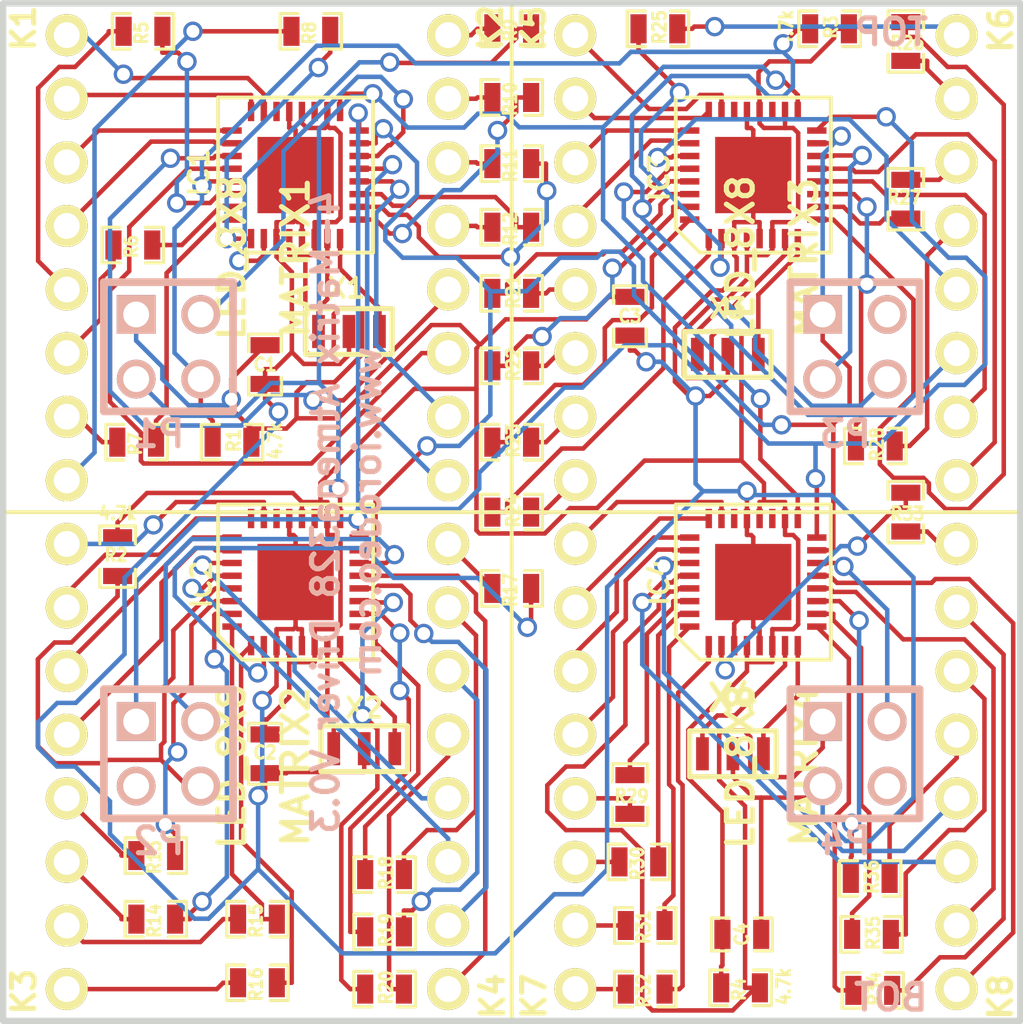
<source format=kicad_pcb>
(kicad_pcb (version 3) (host pcbnew "(2013-jul-07)-stable")
  (layers (15 F.Cu signal) (0 B.Cu signal) (18 B.Paste user) (19 F.Paste user) (20 B.SilkS user) (21 F.SilkS user) (22 B.Mask user) (23 F.Mask user) (28 Edge.Cuts user))
  (net 0 "")
  (net 1 +5V)
  (net 2 /COL0_DRV0)
  (net 3 /COL0_DRV1)
  (net 4 /COL0_DRV2)
  (net 5 /COL0_DRV3)
  (net 6 /COL1_DRV0)
  (net 7 /COL1_DRV1)
  (net 8 /COL1_DRV2)
  (net 9 /COL1_DRV3)
  (net 10 /COL2_DRV0)
  (net 11 /COL2_DRV1)
  (net 12 /COL2_DRV2)
  (net 13 /COL2_DRV3)
  (net 14 /COL3_DRV0)
  (net 15 /COL3_DRV1)
  (net 16 /COL3_DRV2)
  (net 17 /COL3_DRV3)
  (net 18 /COL4_DRV0)
  (net 19 /COL4_DRV1)
  (net 20 /COL4_DRV2)
  (net 21 /COL4_DRV3)
  (net 22 /COL5_DRV0)
  (net 23 /COL5_DRV1)
  (net 24 /COL5_DRV2)
  (net 25 /COL5_DRV3)
  (net 26 /COL6_DRV0)
  (net 27 /COL6_DRV1)
  (net 28 /COL6_DRV2)
  (net 29 /COL6_DRV3)
  (net 30 /COL7_DRV0)
  (net 31 /COL7_DRV1)
  (net 32 /COL7_DRV2)
  (net 33 /COL7_DRV3)
  (net 34 /CS0)
  (net 35 /CS1)
  (net 36 /CS2)
  (net 37 /CS3)
  (net 38 /MISO)
  (net 39 /MOSI)
  (net 40 /RESET_DRV0)
  (net 41 /RESET_DRV1)
  (net 42 /RESET_DRV3)
  (net 43 /ROW0_DRV0)
  (net 44 /ROW0_DRV1)
  (net 45 /ROW0_DRV2)
  (net 46 /ROW0_DRV3)
  (net 47 /ROW1_DRV0)
  (net 48 /ROW1_DRV1)
  (net 49 /ROW1_DRV2)
  (net 50 /ROW1_DRV3)
  (net 51 /ROW2_DRV0)
  (net 52 /ROW2_DRV1)
  (net 53 /ROW2_DRV2)
  (net 54 /ROW2_DRV3)
  (net 55 /ROW3_DRV0)
  (net 56 /ROW3_DRV1)
  (net 57 /ROW3_DRV2)
  (net 58 /ROW3_DRV3)
  (net 59 /ROW4_DRV0)
  (net 60 /ROW4_DRV1)
  (net 61 /ROW4_DRV2)
  (net 62 /ROW4_DRV3)
  (net 63 /ROW5_DRV0)
  (net 64 /ROW5_DRV1)
  (net 65 /ROW5_DRV2)
  (net 66 /ROW5_DRV3)
  (net 67 /ROW6_DRV0)
  (net 68 /ROW6_DRV1)
  (net 69 /ROW6_DRV2)
  (net 70 /ROW6_DRV3)
  (net 71 /ROW7_DRV0)
  (net 72 /ROW7_DRV1)
  (net 73 /ROW7_DRV2)
  (net 74 /ROW7_DRV3)
  (net 75 /SCK)
  (net 76 /XTAL0_DRV0)
  (net 77 /XTAL0_DRV1)
  (net 78 /XTAL0_DRV2)
  (net 79 /XTAL0_DRV3)
  (net 80 /XTAL1_DRV0)
  (net 81 /XTAL1_DRV1)
  (net 82 /XTAL1_DRV2)
  (net 83 /XTAL1_DRV3)
  (net 84 GND)
  (net 85 N-00000102)
  (net 86 N-00000103)
  (net 87 N-00000104)
  (net 88 N-00000105)
  (net 89 N-00000106)
  (net 90 N-00000107)
  (net 91 N-00000108)
  (net 92 N-00000109)
  (net 93 N-00000110)
  (net 94 N-00000111)
  (net 95 N-00000112)
  (net 96 N-00000113)
  (net 97 N-00000114)
  (net 98 N-00000115)
  (net 99 N-00000116)
  (net 100 N-00000117)
  (net 101 N-00000118)
  (net 102 N-0000019)
  (net 103 N-0000029)
  (net 104 N-0000030)
  (net 105 N-0000036)
  (net 106 N-0000038)
  (net 107 N-0000043)
  (net 108 N-0000044)
  (net 109 N-0000045)
  (net 110 N-0000046)
  (net 111 N-000006)
  (net 112 N-0000066)
  (net 113 N-0000071)
  (net 114 N-0000076)
  (net 115 N-0000077)
  (net 116 N-0000078)
  (net 117 N-0000079)
  (net 118 N-0000080)
  (net 119 N-0000082)
  (net 120 N-0000084)
  (net 121 N-0000086)
  (net 122 N-0000088)
  (net 123 N-0000093)
  (net 124 N-0000094)
  (net 125 N-0000095)
  (net 126 N-0000096)
  (net 127 N-0000098)
  (module SM0603_Capa (layer F.Cu) (at 60.3 64.2 270)
    (fp_text reference C1 (at 0 0 360) (layer F.SilkS) (effects (font (size 0.508 0.4572) (thickness 0.1143))))
    (fp_text value 0.1uF hide)
    (pad 1 smd rect (at -0.762 0 270) (size 0.635 1.143) (layers F.Cu F.Paste F.Mask) (net 1 +5V))
    (pad 2 smd rect (at 0.762 0 270) (size 0.635 1.143) (layers F.Cu F.Paste F.Mask) (net 84 GND))
  )
  (module CER_RESO (layer F.Cu) (at 63.6 62.9)
    (fp_text reference X1 (at -0.1 -1.7) (layer F.SilkS) (effects (font (size 0.762 0.762) (thickness 0.1524))))
    (fp_text value CER_RESO hide)
    (pad 2 smd rect (at 0 0) (size 0.50038 1.30048) (layers F.Cu F.Paste F.Mask) (net 84 GND))
    (pad 3 smd rect (at 1.19888 0) (size 0.50038 1.30048) (layers F.Cu F.Paste F.Mask) (net 80 /XTAL1_DRV0))
    (pad 1 smd rect (at -1.19888 0) (size 0.50038 1.30048) (layers F.Cu F.Paste F.Mask) (net 76 /XTAL0_DRV0))
  )
  (module CER_RESO (layer F.Cu) (at 64.2 79.3)
    (fp_text reference X2 (at 0 -1.6) (layer F.SilkS) (effects (font (size 0.762 0.762) (thickness 0.1524))))
    (fp_text value CER_RESO hide)
    (pad 2 smd rect (at 0 0) (size 0.50038 1.30048) (layers F.Cu F.Paste F.Mask) (net 84 GND))
    (pad 3 smd rect (at 1.19888 0) (size 0.50038 1.30048) (layers F.Cu F.Paste F.Mask) (net 81 /XTAL1_DRV1))
    (pad 1 smd rect (at -1.19888 0) (size 0.50038 1.30048) (layers F.Cu F.Paste F.Mask) (net 77 /XTAL0_DRV1))
  )
  (module CER_RESO (layer F.Cu) (at 78.5 63.8)
    (fp_text reference X3 (at 0 -1.8) (layer F.SilkS) (effects (font (size 0.762 0.762) (thickness 0.1524))))
    (fp_text value CER_RESO hide)
    (pad 2 smd rect (at 0 0) (size 0.50038 1.30048) (layers F.Cu F.Paste F.Mask) (net 84 GND))
    (pad 3 smd rect (at 1.19888 0) (size 0.50038 1.30048) (layers F.Cu F.Paste F.Mask) (net 82 /XTAL1_DRV2))
    (pad 1 smd rect (at -1.19888 0) (size 0.50038 1.30048) (layers F.Cu F.Paste F.Mask) (net 78 /XTAL0_DRV2))
  )
  (module CER_RESO (layer F.Cu) (at 78.7 79.5)
    (fp_text reference X4 (at 0 -2.19964) (layer F.SilkS) (effects (font (size 1.016 1.016) (thickness 0.2032))))
    (fp_text value CER_RESO hide)
    (pad 2 smd rect (at 0 0) (size 0.50038 1.30048) (layers F.Cu F.Paste F.Mask) (net 84 GND))
    (pad 3 smd rect (at 1.19888 0) (size 0.50038 1.30048) (layers F.Cu F.Paste F.Mask) (net 83 /XTAL1_DRV3))
    (pad 1 smd rect (at -1.19888 0) (size 0.50038 1.30048) (layers F.Cu F.Paste F.Mask) (net 79 /XTAL0_DRV3))
  )
  (module SM0603_Capa (layer F.Cu) (at 60.3 79.5 270)
    (fp_text reference C2 (at -0.05 0 360) (layer F.SilkS) (effects (font (size 0.508 0.4572) (thickness 0.1143))))
    (fp_text value 0.1uF hide)
    (pad 1 smd rect (at -0.762 0 270) (size 0.635 1.143) (layers F.Cu F.Paste F.Mask) (net 1 +5V))
    (pad 2 smd rect (at 0.762 0 270) (size 0.635 1.143) (layers F.Cu F.Paste F.Mask) (net 84 GND))
  )
  (module QFN32 (layer F.Cu) (at 61.5 56.75 90)
    (fp_text reference IC1 (at 0.1 -3.8 90) (layer F.SilkS) (effects (font (size 0.762 0.762) (thickness 0.1524))))
    (fp_text value ATMEGA328P-M hide)
    (pad 31 smd rect (at -1.24968 -2.49936 90) (size 0.254 0.762) (layers F.Cu F.Paste F.Mask) (net 6 /COL1_DRV0))
    (pad 30 smd rect (at -0.7493 -2.49936 90) (size 0.254 0.762) (layers F.Cu F.Paste F.Mask) (net 2 /COL0_DRV0))
    (pad 29 smd rect (at -0.24892 -2.49936 90) (size 0.254 0.762) (layers F.Cu F.Paste F.Mask) (net 40 /RESET_DRV0))
    (pad 32 smd rect (at -1.75006 -2.49936 90) (size 0.254 0.762) (layers F.Cu F.Paste F.Mask) (net 10 /COL2_DRV0))
    (pad 1 smd rect (at -2.49936 -1.75006 180) (size 0.254 0.762) (layers F.Cu F.Paste F.Mask) (net 14 /COL3_DRV0))
    (pad 2 smd rect (at -2.49936 -1.24968 180) (size 0.254 0.762) (layers F.Cu F.Paste F.Mask) (net 18 /COL4_DRV0))
    (pad 3 smd rect (at -2.49936 -0.7493 180) (size 0.254 0.762) (layers F.Cu F.Paste F.Mask) (net 84 GND))
    (pad 4 smd rect (at -2.49936 -0.24892 180) (size 0.254 0.762) (layers F.Cu F.Paste F.Mask) (net 1 +5V))
    (pad 5 smd rect (at -2.49936 0.24892 180) (size 0.254 0.762) (layers F.Cu F.Paste F.Mask) (net 84 GND))
    (pad 6 smd rect (at -2.49936 0.7493 180) (size 0.254 0.762) (layers F.Cu F.Paste F.Mask) (net 1 +5V))
    (pad 7 smd rect (at -2.49936 1.24968 180) (size 0.254 0.762) (layers F.Cu F.Paste F.Mask) (net 76 /XTAL0_DRV0))
    (pad 8 smd rect (at -2.49936 1.75006 180) (size 0.254 0.762) (layers F.Cu F.Paste F.Mask) (net 80 /XTAL1_DRV0))
    (pad 16 smd rect (at 1.75006 2.49936 90) (size 0.254 0.762) (layers F.Cu F.Paste F.Mask) (net 38 /MISO))
    (pad 9 smd rect (at -1.75006 2.49936 90) (size 0.254 0.762) (layers F.Cu F.Paste F.Mask) (net 22 /COL5_DRV0))
    (pad 10 smd rect (at -1.24968 2.49936 90) (size 0.254 0.762) (layers F.Cu F.Paste F.Mask) (net 26 /COL6_DRV0))
    (pad 11 smd rect (at -0.7493 2.49936 90) (size 0.254 0.762) (layers F.Cu F.Paste F.Mask) (net 30 /COL7_DRV0))
    (pad 12 smd rect (at -0.24892 2.49936 90) (size 0.254 0.762) (layers F.Cu F.Paste F.Mask) (net 67 /ROW6_DRV0))
    (pad 13 smd rect (at 0.24892 2.49936 90) (size 0.254 0.762) (layers F.Cu F.Paste F.Mask) (net 71 /ROW7_DRV0))
    (pad 14 smd rect (at 0.7493 2.49936 90) (size 0.254 0.762) (layers F.Cu F.Paste F.Mask) (net 34 /CS0))
    (pad 15 smd rect (at 1.24968 2.49936 90) (size 0.254 0.762) (layers F.Cu F.Paste F.Mask) (net 39 /MOSI))
    (pad 17 smd rect (at 2.49936 1.75006 180) (size 0.254 0.762) (layers F.Cu F.Paste F.Mask) (net 75 /SCK))
    (pad 18 smd rect (at 2.49936 1.24968 180) (size 0.254 0.762) (layers F.Cu F.Paste F.Mask) (net 1 +5V))
    (pad 19 smd rect (at 2.49936 0.7493 180) (size 0.254 0.762) (layers F.Cu F.Paste F.Mask) (net 113 N-0000071))
    (pad 20 smd rect (at 2.49936 0.24892 180) (size 0.254 0.762) (layers F.Cu F.Paste F.Mask) (net 1 +5V))
    (pad 21 smd rect (at 2.49936 -0.24892 180) (size 0.254 0.762) (layers F.Cu F.Paste F.Mask) (net 84 GND))
    (pad 22 smd rect (at 2.49936 -0.7493 180) (size 0.254 0.762) (layers F.Cu F.Paste F.Mask) (net 112 N-0000066))
    (pad 23 smd rect (at 2.49936 -1.24968 180) (size 0.254 0.762) (layers F.Cu F.Paste F.Mask) (net 43 /ROW0_DRV0))
    (pad 24 smd rect (at 2.49936 -1.75006 180) (size 0.254 0.762) (layers F.Cu F.Paste F.Mask) (net 47 /ROW1_DRV0))
    (pad 25 smd rect (at 1.75006 -2.49936 90) (size 0.254 0.762) (layers F.Cu F.Paste F.Mask) (net 51 /ROW2_DRV0))
    (pad 26 smd rect (at 1.24968 -2.49936 90) (size 0.254 0.762) (layers F.Cu F.Paste F.Mask) (net 55 /ROW3_DRV0))
    (pad 27 smd rect (at 0.7493 -2.49936 90) (size 0.254 0.762) (layers F.Cu F.Paste F.Mask) (net 59 /ROW4_DRV0))
    (pad 28 smd rect (at 0.24892 -2.49936 90) (size 0.254 0.762) (layers F.Cu F.Paste F.Mask) (net 63 /ROW5_DRV0))
    (pad 33 smd rect (at 0 0 90) (size 2.99974 2.99974) (layers F.Cu F.Paste F.Mask) (net 84 GND))
  )
  (module QFN32 (layer F.Cu) (at 61.5 72.75 90)
    (fp_text reference IC2 (at -0.1 -3.7 90) (layer F.SilkS) (effects (font (size 0.762 0.762) (thickness 0.1524))))
    (fp_text value ATMEGA328P-M hide)
    (pad 31 smd rect (at -1.24968 -2.49936 90) (size 0.254 0.762) (layers F.Cu F.Paste F.Mask) (net 7 /COL1_DRV1))
    (pad 30 smd rect (at -0.7493 -2.49936 90) (size 0.254 0.762) (layers F.Cu F.Paste F.Mask) (net 3 /COL0_DRV1))
    (pad 29 smd rect (at -0.24892 -2.49936 90) (size 0.254 0.762) (layers F.Cu F.Paste F.Mask) (net 41 /RESET_DRV1))
    (pad 32 smd rect (at -1.75006 -2.49936 90) (size 0.254 0.762) (layers F.Cu F.Paste F.Mask) (net 11 /COL2_DRV1))
    (pad 1 smd rect (at -2.49936 -1.75006 180) (size 0.254 0.762) (layers F.Cu F.Paste F.Mask) (net 15 /COL3_DRV1))
    (pad 2 smd rect (at -2.49936 -1.24968 180) (size 0.254 0.762) (layers F.Cu F.Paste F.Mask) (net 19 /COL4_DRV1))
    (pad 3 smd rect (at -2.49936 -0.7493 180) (size 0.254 0.762) (layers F.Cu F.Paste F.Mask) (net 84 GND))
    (pad 4 smd rect (at -2.49936 -0.24892 180) (size 0.254 0.762) (layers F.Cu F.Paste F.Mask) (net 1 +5V))
    (pad 5 smd rect (at -2.49936 0.24892 180) (size 0.254 0.762) (layers F.Cu F.Paste F.Mask) (net 84 GND))
    (pad 6 smd rect (at -2.49936 0.7493 180) (size 0.254 0.762) (layers F.Cu F.Paste F.Mask) (net 1 +5V))
    (pad 7 smd rect (at -2.49936 1.24968 180) (size 0.254 0.762) (layers F.Cu F.Paste F.Mask) (net 77 /XTAL0_DRV1))
    (pad 8 smd rect (at -2.49936 1.75006 180) (size 0.254 0.762) (layers F.Cu F.Paste F.Mask) (net 81 /XTAL1_DRV1))
    (pad 16 smd rect (at 1.75006 2.49936 90) (size 0.254 0.762) (layers F.Cu F.Paste F.Mask) (net 38 /MISO))
    (pad 9 smd rect (at -1.75006 2.49936 90) (size 0.254 0.762) (layers F.Cu F.Paste F.Mask) (net 23 /COL5_DRV1))
    (pad 10 smd rect (at -1.24968 2.49936 90) (size 0.254 0.762) (layers F.Cu F.Paste F.Mask) (net 27 /COL6_DRV1))
    (pad 11 smd rect (at -0.7493 2.49936 90) (size 0.254 0.762) (layers F.Cu F.Paste F.Mask) (net 31 /COL7_DRV1))
    (pad 12 smd rect (at -0.24892 2.49936 90) (size 0.254 0.762) (layers F.Cu F.Paste F.Mask) (net 68 /ROW6_DRV1))
    (pad 13 smd rect (at 0.24892 2.49936 90) (size 0.254 0.762) (layers F.Cu F.Paste F.Mask) (net 72 /ROW7_DRV1))
    (pad 14 smd rect (at 0.7493 2.49936 90) (size 0.254 0.762) (layers F.Cu F.Paste F.Mask) (net 35 /CS1))
    (pad 15 smd rect (at 1.24968 2.49936 90) (size 0.254 0.762) (layers F.Cu F.Paste F.Mask) (net 39 /MOSI))
    (pad 17 smd rect (at 2.49936 1.75006 180) (size 0.254 0.762) (layers F.Cu F.Paste F.Mask) (net 75 /SCK))
    (pad 18 smd rect (at 2.49936 1.24968 180) (size 0.254 0.762) (layers F.Cu F.Paste F.Mask) (net 1 +5V))
    (pad 19 smd rect (at 2.49936 0.7493 180) (size 0.254 0.762) (layers F.Cu F.Paste F.Mask) (net 103 N-0000029))
    (pad 20 smd rect (at 2.49936 0.24892 180) (size 0.254 0.762) (layers F.Cu F.Paste F.Mask) (net 1 +5V))
    (pad 21 smd rect (at 2.49936 -0.24892 180) (size 0.254 0.762) (layers F.Cu F.Paste F.Mask) (net 84 GND))
    (pad 22 smd rect (at 2.49936 -0.7493 180) (size 0.254 0.762) (layers F.Cu F.Paste F.Mask) (net 102 N-0000019))
    (pad 23 smd rect (at 2.49936 -1.24968 180) (size 0.254 0.762) (layers F.Cu F.Paste F.Mask) (net 44 /ROW0_DRV1))
    (pad 24 smd rect (at 2.49936 -1.75006 180) (size 0.254 0.762) (layers F.Cu F.Paste F.Mask) (net 48 /ROW1_DRV1))
    (pad 25 smd rect (at 1.75006 -2.49936 90) (size 0.254 0.762) (layers F.Cu F.Paste F.Mask) (net 52 /ROW2_DRV1))
    (pad 26 smd rect (at 1.24968 -2.49936 90) (size 0.254 0.762) (layers F.Cu F.Paste F.Mask) (net 56 /ROW3_DRV1))
    (pad 27 smd rect (at 0.7493 -2.49936 90) (size 0.254 0.762) (layers F.Cu F.Paste F.Mask) (net 60 /ROW4_DRV1))
    (pad 28 smd rect (at 0.24892 -2.49936 90) (size 0.254 0.762) (layers F.Cu F.Paste F.Mask) (net 64 /ROW5_DRV1))
    (pad 33 smd rect (at 0 0 90) (size 2.99974 2.99974) (layers F.Cu F.Paste F.Mask) (net 84 GND))
  )
  (module QFN32 (layer F.Cu) (at 79.5 56.75 90)
    (fp_text reference IC3 (at -0.1 -3.7 90) (layer F.SilkS) (effects (font (size 0.762 0.762) (thickness 0.1524))))
    (fp_text value ATMEGA328P-M hide)
    (pad 31 smd rect (at -1.24968 -2.49936 90) (size 0.254 0.762) (layers F.Cu F.Paste F.Mask) (net 8 /COL1_DRV2))
    (pad 30 smd rect (at -0.7493 -2.49936 90) (size 0.254 0.762) (layers F.Cu F.Paste F.Mask) (net 4 /COL0_DRV2))
    (pad 29 smd rect (at -0.24892 -2.49936 90) (size 0.254 0.762) (layers F.Cu F.Paste F.Mask) (net 40 /RESET_DRV0))
    (pad 32 smd rect (at -1.75006 -2.49936 90) (size 0.254 0.762) (layers F.Cu F.Paste F.Mask) (net 12 /COL2_DRV2))
    (pad 1 smd rect (at -2.49936 -1.75006 180) (size 0.254 0.762) (layers F.Cu F.Paste F.Mask) (net 16 /COL3_DRV2))
    (pad 2 smd rect (at -2.49936 -1.24968 180) (size 0.254 0.762) (layers F.Cu F.Paste F.Mask) (net 20 /COL4_DRV2))
    (pad 3 smd rect (at -2.49936 -0.7493 180) (size 0.254 0.762) (layers F.Cu F.Paste F.Mask) (net 84 GND))
    (pad 4 smd rect (at -2.49936 -0.24892 180) (size 0.254 0.762) (layers F.Cu F.Paste F.Mask) (net 1 +5V))
    (pad 5 smd rect (at -2.49936 0.24892 180) (size 0.254 0.762) (layers F.Cu F.Paste F.Mask) (net 84 GND))
    (pad 6 smd rect (at -2.49936 0.7493 180) (size 0.254 0.762) (layers F.Cu F.Paste F.Mask) (net 1 +5V))
    (pad 7 smd rect (at -2.49936 1.24968 180) (size 0.254 0.762) (layers F.Cu F.Paste F.Mask) (net 78 /XTAL0_DRV2))
    (pad 8 smd rect (at -2.49936 1.75006 180) (size 0.254 0.762) (layers F.Cu F.Paste F.Mask) (net 82 /XTAL1_DRV2))
    (pad 16 smd rect (at 1.75006 2.49936 90) (size 0.254 0.762) (layers F.Cu F.Paste F.Mask) (net 38 /MISO))
    (pad 9 smd rect (at -1.75006 2.49936 90) (size 0.254 0.762) (layers F.Cu F.Paste F.Mask) (net 24 /COL5_DRV2))
    (pad 10 smd rect (at -1.24968 2.49936 90) (size 0.254 0.762) (layers F.Cu F.Paste F.Mask) (net 28 /COL6_DRV2))
    (pad 11 smd rect (at -0.7493 2.49936 90) (size 0.254 0.762) (layers F.Cu F.Paste F.Mask) (net 32 /COL7_DRV2))
    (pad 12 smd rect (at -0.24892 2.49936 90) (size 0.254 0.762) (layers F.Cu F.Paste F.Mask) (net 69 /ROW6_DRV2))
    (pad 13 smd rect (at 0.24892 2.49936 90) (size 0.254 0.762) (layers F.Cu F.Paste F.Mask) (net 73 /ROW7_DRV2))
    (pad 14 smd rect (at 0.7493 2.49936 90) (size 0.254 0.762) (layers F.Cu F.Paste F.Mask) (net 36 /CS2))
    (pad 15 smd rect (at 1.24968 2.49936 90) (size 0.254 0.762) (layers F.Cu F.Paste F.Mask) (net 39 /MOSI))
    (pad 17 smd rect (at 2.49936 1.75006 180) (size 0.254 0.762) (layers F.Cu F.Paste F.Mask) (net 75 /SCK))
    (pad 18 smd rect (at 2.49936 1.24968 180) (size 0.254 0.762) (layers F.Cu F.Paste F.Mask) (net 1 +5V))
    (pad 19 smd rect (at 2.49936 0.7493 180) (size 0.254 0.762) (layers F.Cu F.Paste F.Mask) (net 105 N-0000036))
    (pad 20 smd rect (at 2.49936 0.24892 180) (size 0.254 0.762) (layers F.Cu F.Paste F.Mask) (net 1 +5V))
    (pad 21 smd rect (at 2.49936 -0.24892 180) (size 0.254 0.762) (layers F.Cu F.Paste F.Mask) (net 84 GND))
    (pad 22 smd rect (at 2.49936 -0.7493 180) (size 0.254 0.762) (layers F.Cu F.Paste F.Mask) (net 111 N-000006))
    (pad 23 smd rect (at 2.49936 -1.24968 180) (size 0.254 0.762) (layers F.Cu F.Paste F.Mask) (net 45 /ROW0_DRV2))
    (pad 24 smd rect (at 2.49936 -1.75006 180) (size 0.254 0.762) (layers F.Cu F.Paste F.Mask) (net 49 /ROW1_DRV2))
    (pad 25 smd rect (at 1.75006 -2.49936 90) (size 0.254 0.762) (layers F.Cu F.Paste F.Mask) (net 53 /ROW2_DRV2))
    (pad 26 smd rect (at 1.24968 -2.49936 90) (size 0.254 0.762) (layers F.Cu F.Paste F.Mask) (net 57 /ROW3_DRV2))
    (pad 27 smd rect (at 0.7493 -2.49936 90) (size 0.254 0.762) (layers F.Cu F.Paste F.Mask) (net 61 /ROW4_DRV2))
    (pad 28 smd rect (at 0.24892 -2.49936 90) (size 0.254 0.762) (layers F.Cu F.Paste F.Mask) (net 65 /ROW5_DRV2))
    (pad 33 smd rect (at 0 0 90) (size 2.99974 2.99974) (layers F.Cu F.Paste F.Mask) (net 84 GND))
  )
  (module QFN32 (layer F.Cu) (at 79.5 72.75 90)
    (fp_text reference IC4 (at 0 -3.7 90) (layer F.SilkS) (effects (font (size 0.762 0.762) (thickness 0.1524))))
    (fp_text value ATMEGA328P-M hide)
    (pad 31 smd rect (at -1.24968 -2.49936 90) (size 0.254 0.762) (layers F.Cu F.Paste F.Mask) (net 9 /COL1_DRV3))
    (pad 30 smd rect (at -0.7493 -2.49936 90) (size 0.254 0.762) (layers F.Cu F.Paste F.Mask) (net 5 /COL0_DRV3))
    (pad 29 smd rect (at -0.24892 -2.49936 90) (size 0.254 0.762) (layers F.Cu F.Paste F.Mask) (net 42 /RESET_DRV3))
    (pad 32 smd rect (at -1.75006 -2.49936 90) (size 0.254 0.762) (layers F.Cu F.Paste F.Mask) (net 13 /COL2_DRV3))
    (pad 1 smd rect (at -2.49936 -1.75006 180) (size 0.254 0.762) (layers F.Cu F.Paste F.Mask) (net 17 /COL3_DRV3))
    (pad 2 smd rect (at -2.49936 -1.24968 180) (size 0.254 0.762) (layers F.Cu F.Paste F.Mask) (net 21 /COL4_DRV3))
    (pad 3 smd rect (at -2.49936 -0.7493 180) (size 0.254 0.762) (layers F.Cu F.Paste F.Mask) (net 84 GND))
    (pad 4 smd rect (at -2.49936 -0.24892 180) (size 0.254 0.762) (layers F.Cu F.Paste F.Mask) (net 1 +5V))
    (pad 5 smd rect (at -2.49936 0.24892 180) (size 0.254 0.762) (layers F.Cu F.Paste F.Mask) (net 84 GND))
    (pad 6 smd rect (at -2.49936 0.7493 180) (size 0.254 0.762) (layers F.Cu F.Paste F.Mask) (net 1 +5V))
    (pad 7 smd rect (at -2.49936 1.24968 180) (size 0.254 0.762) (layers F.Cu F.Paste F.Mask) (net 79 /XTAL0_DRV3))
    (pad 8 smd rect (at -2.49936 1.75006 180) (size 0.254 0.762) (layers F.Cu F.Paste F.Mask) (net 83 /XTAL1_DRV3))
    (pad 16 smd rect (at 1.75006 2.49936 90) (size 0.254 0.762) (layers F.Cu F.Paste F.Mask) (net 38 /MISO))
    (pad 9 smd rect (at -1.75006 2.49936 90) (size 0.254 0.762) (layers F.Cu F.Paste F.Mask) (net 25 /COL5_DRV3))
    (pad 10 smd rect (at -1.24968 2.49936 90) (size 0.254 0.762) (layers F.Cu F.Paste F.Mask) (net 29 /COL6_DRV3))
    (pad 11 smd rect (at -0.7493 2.49936 90) (size 0.254 0.762) (layers F.Cu F.Paste F.Mask) (net 33 /COL7_DRV3))
    (pad 12 smd rect (at -0.24892 2.49936 90) (size 0.254 0.762) (layers F.Cu F.Paste F.Mask) (net 70 /ROW6_DRV3))
    (pad 13 smd rect (at 0.24892 2.49936 90) (size 0.254 0.762) (layers F.Cu F.Paste F.Mask) (net 74 /ROW7_DRV3))
    (pad 14 smd rect (at 0.7493 2.49936 90) (size 0.254 0.762) (layers F.Cu F.Paste F.Mask) (net 37 /CS3))
    (pad 15 smd rect (at 1.24968 2.49936 90) (size 0.254 0.762) (layers F.Cu F.Paste F.Mask) (net 39 /MOSI))
    (pad 17 smd rect (at 2.49936 1.75006 180) (size 0.254 0.762) (layers F.Cu F.Paste F.Mask) (net 75 /SCK))
    (pad 18 smd rect (at 2.49936 1.24968 180) (size 0.254 0.762) (layers F.Cu F.Paste F.Mask) (net 1 +5V))
    (pad 19 smd rect (at 2.49936 0.7493 180) (size 0.254 0.762) (layers F.Cu F.Paste F.Mask) (net 104 N-0000030))
    (pad 20 smd rect (at 2.49936 0.24892 180) (size 0.254 0.762) (layers F.Cu F.Paste F.Mask) (net 1 +5V))
    (pad 21 smd rect (at 2.49936 -0.24892 180) (size 0.254 0.762) (layers F.Cu F.Paste F.Mask) (net 84 GND))
    (pad 22 smd rect (at 2.49936 -0.7493 180) (size 0.254 0.762) (layers F.Cu F.Paste F.Mask) (net 106 N-0000038))
    (pad 23 smd rect (at 2.49936 -1.24968 180) (size 0.254 0.762) (layers F.Cu F.Paste F.Mask) (net 46 /ROW0_DRV3))
    (pad 24 smd rect (at 2.49936 -1.75006 180) (size 0.254 0.762) (layers F.Cu F.Paste F.Mask) (net 50 /ROW1_DRV3))
    (pad 25 smd rect (at 1.75006 -2.49936 90) (size 0.254 0.762) (layers F.Cu F.Paste F.Mask) (net 54 /ROW2_DRV3))
    (pad 26 smd rect (at 1.24968 -2.49936 90) (size 0.254 0.762) (layers F.Cu F.Paste F.Mask) (net 58 /ROW3_DRV3))
    (pad 27 smd rect (at 0.7493 -2.49936 90) (size 0.254 0.762) (layers F.Cu F.Paste F.Mask) (net 62 /ROW4_DRV3))
    (pad 28 smd rect (at 0.24892 -2.49936 90) (size 0.254 0.762) (layers F.Cu F.Paste F.Mask) (net 66 /ROW5_DRV3))
    (pad 33 smd rect (at 0 0 90) (size 2.99974 2.99974) (layers F.Cu F.Paste F.Mask) (net 84 GND))
  )
  (module SM0603_Capa (layer F.Cu) (at 74.65 62.3 270)
    (fp_text reference C3 (at 0 0 360) (layer F.SilkS) (effects (font (size 0.508 0.4572) (thickness 0.1143))))
    (fp_text value 0.1uF hide)
    (pad 1 smd rect (at -0.762 0 270) (size 0.635 1.143) (layers F.Cu F.Paste F.Mask) (net 1 +5V))
    (pad 2 smd rect (at 0.762 0 270) (size 0.635 1.143) (layers F.Cu F.Paste F.Mask) (net 84 GND))
  )
  (module SM0603_Capa (layer F.Cu) (at 79.05 86.6)
    (fp_text reference C4 (at 0 0 90) (layer F.SilkS) (effects (font (size 0.508 0.4572) (thickness 0.1143))))
    (fp_text value 0.1uF hide)
    (pad 1 smd rect (at -0.762 0) (size 0.635 1.143) (layers F.Cu F.Paste F.Mask) (net 1 +5V))
    (pad 2 smd rect (at 0.762 0) (size 0.635 1.143) (layers F.Cu F.Paste F.Mask) (net 84 GND))
  )
  (module SM0603_Resistor (layer F.Cu) (at 84.1 84.4)
    (fp_text reference R36 (at 0.0635 -0.0635 90) (layer F.SilkS) (effects (font (size 0.50038 0.4572) (thickness 0.1143))))
    (fp_text value 180 hide)
    (pad 1 smd rect (at -0.762 0) (size 0.635 1.143) (layers F.Cu F.Paste F.Mask) (net 33 /COL7_DRV3))
    (pad 2 smd rect (at 0.762 0) (size 0.635 1.143) (layers F.Cu F.Paste F.Mask) (net 107 N-0000043))
  )
  (module SM0603_Resistor (layer F.Cu) (at 84.15 86.6)
    (fp_text reference R35 (at 0.0635 -0.0635 90) (layer F.SilkS) (effects (font (size 0.50038 0.4572) (thickness 0.1143))))
    (fp_text value 180 hide)
    (pad 1 smd rect (at -0.762 0) (size 0.635 1.143) (layers F.Cu F.Paste F.Mask) (net 29 /COL6_DRV3))
    (pad 2 smd rect (at 0.762 0) (size 0.635 1.143) (layers F.Cu F.Paste F.Mask) (net 108 N-0000044))
  )
  (module SM0603_Resistor (layer F.Cu) (at 84.2 88.8)
    (fp_text reference R34 (at 0.0635 -0.0635 90) (layer F.SilkS) (effects (font (size 0.50038 0.4572) (thickness 0.1143))))
    (fp_text value 180 hide)
    (pad 1 smd rect (at -0.762 0) (size 0.635 1.143) (layers F.Cu F.Paste F.Mask) (net 25 /COL5_DRV3))
    (pad 2 smd rect (at 0.762 0) (size 0.635 1.143) (layers F.Cu F.Paste F.Mask) (net 109 N-0000045))
  )
  (module SM0603_Resistor (layer F.Cu) (at 85.5 70 270)
    (fp_text reference R33 (at 0.0635 -0.0635 360) (layer F.SilkS) (effects (font (size 0.50038 0.4572) (thickness 0.1143))))
    (fp_text value 180 hide)
    (pad 1 smd rect (at -0.762 0 270) (size 0.635 1.143) (layers F.Cu F.Paste F.Mask) (net 21 /COL4_DRV3))
    (pad 2 smd rect (at 0.762 0 270) (size 0.635 1.143) (layers F.Cu F.Paste F.Mask) (net 110 N-0000046))
  )
  (module SM0603_Resistor (layer F.Cu) (at 75.25 88.75 180)
    (fp_text reference R32 (at 0.0635 -0.0635 270) (layer F.SilkS) (effects (font (size 0.50038 0.4572) (thickness 0.1143))))
    (fp_text value 180 hide)
    (pad 1 smd rect (at -0.762 0 180) (size 0.635 1.143) (layers F.Cu F.Paste F.Mask) (net 17 /COL3_DRV3))
    (pad 2 smd rect (at 0.762 0 180) (size 0.635 1.143) (layers F.Cu F.Paste F.Mask) (net 122 N-0000088))
  )
  (module SM0603_Resistor (layer F.Cu) (at 75.25 86.25 180)
    (fp_text reference R31 (at 0.0635 -0.0635 270) (layer F.SilkS) (effects (font (size 0.50038 0.4572) (thickness 0.1143))))
    (fp_text value 180 hide)
    (pad 1 smd rect (at -0.762 0 180) (size 0.635 1.143) (layers F.Cu F.Paste F.Mask) (net 13 /COL2_DRV3))
    (pad 2 smd rect (at 0.762 0 180) (size 0.635 1.143) (layers F.Cu F.Paste F.Mask) (net 120 N-0000084))
  )
  (module SM0603_Resistor (layer F.Cu) (at 75 83.75 180)
    (fp_text reference R30 (at 0.0635 -0.0635 270) (layer F.SilkS) (effects (font (size 0.50038 0.4572) (thickness 0.1143))))
    (fp_text value 180 hide)
    (pad 1 smd rect (at -0.762 0 180) (size 0.635 1.143) (layers F.Cu F.Paste F.Mask) (net 9 /COL1_DRV3))
    (pad 2 smd rect (at 0.762 0 180) (size 0.635 1.143) (layers F.Cu F.Paste F.Mask) (net 119 N-0000082))
  )
  (module SM0603_Resistor (layer F.Cu) (at 74.65 81.1 270)
    (fp_text reference R29 (at 0.0635 -0.0635 360) (layer F.SilkS) (effects (font (size 0.50038 0.4572) (thickness 0.1143))))
    (fp_text value 180 hide)
    (pad 1 smd rect (at -0.762 0 270) (size 0.635 1.143) (layers F.Cu F.Paste F.Mask) (net 5 /COL0_DRV3))
    (pad 2 smd rect (at 0.762 0 270) (size 0.635 1.143) (layers F.Cu F.Paste F.Mask) (net 121 N-0000086))
  )
  (module SM0603_Resistor (layer F.Cu) (at 84.3 67.4)
    (fp_text reference R28 (at 0.0635 -0.0635 90) (layer F.SilkS) (effects (font (size 0.50038 0.4572) (thickness 0.1143))))
    (fp_text value 180 hide)
    (pad 1 smd rect (at -0.762 0) (size 0.635 1.143) (layers F.Cu F.Paste F.Mask) (net 32 /COL7_DRV2))
    (pad 2 smd rect (at 0.762 0) (size 0.635 1.143) (layers F.Cu F.Paste F.Mask) (net 101 N-00000118))
  )
  (module SM0603_Resistor (layer F.Cu) (at 85.5 57.7 90)
    (fp_text reference R27 (at 0.0635 -0.0635 180) (layer F.SilkS) (effects (font (size 0.50038 0.4572) (thickness 0.1143))))
    (fp_text value 180 hide)
    (pad 1 smd rect (at -0.762 0 90) (size 0.635 1.143) (layers F.Cu F.Paste F.Mask) (net 28 /COL6_DRV2))
    (pad 2 smd rect (at 0.762 0 90) (size 0.635 1.143) (layers F.Cu F.Paste F.Mask) (net 100 N-00000117))
  )
  (module SM0603_Resistor (layer F.Cu) (at 85.5 51.5 270)
    (fp_text reference R26 (at 0.0635 -0.0635 360) (layer F.SilkS) (effects (font (size 0.50038 0.4572) (thickness 0.1143))))
    (fp_text value 180 hide)
    (pad 1 smd rect (at -0.762 0 270) (size 0.635 1.143) (layers F.Cu F.Paste F.Mask) (net 24 /COL5_DRV2))
    (pad 2 smd rect (at 0.762 0 270) (size 0.635 1.143) (layers F.Cu F.Paste F.Mask) (net 99 N-00000116))
  )
  (module SM0603_Resistor (layer F.Cu) (at 75.75 51)
    (fp_text reference R25 (at 0.0635 -0.0635 90) (layer F.SilkS) (effects (font (size 0.50038 0.4572) (thickness 0.1143))))
    (fp_text value 180 hide)
    (pad 1 smd rect (at -0.762 0) (size 0.635 1.143) (layers F.Cu F.Paste F.Mask) (net 20 /COL4_DRV2))
    (pad 2 smd rect (at 0.762 0) (size 0.635 1.143) (layers F.Cu F.Paste F.Mask) (net 98 N-00000115))
  )
  (module SM0603_Resistor (layer F.Cu) (at 70 70)
    (fp_text reference R24 (at 0.0635 -0.0635 90) (layer F.SilkS) (effects (font (size 0.50038 0.4572) (thickness 0.1143))))
    (fp_text value 180 hide)
    (pad 1 smd rect (at -0.762 0) (size 0.635 1.143) (layers F.Cu F.Paste F.Mask) (net 16 /COL3_DRV2))
    (pad 2 smd rect (at 0.762 0) (size 0.635 1.143) (layers F.Cu F.Paste F.Mask) (net 95 N-00000112))
  )
  (module SM0603_Resistor (layer F.Cu) (at 70 67.25)
    (fp_text reference R23 (at 0.0635 -0.0635 90) (layer F.SilkS) (effects (font (size 0.50038 0.4572) (thickness 0.1143))))
    (fp_text value 180 hide)
    (pad 1 smd rect (at -0.762 0) (size 0.635 1.143) (layers F.Cu F.Paste F.Mask) (net 12 /COL2_DRV2))
    (pad 2 smd rect (at 0.762 0) (size 0.635 1.143) (layers F.Cu F.Paste F.Mask) (net 97 N-00000114))
  )
  (module SM0603_Resistor (layer F.Cu) (at 70 64.25)
    (fp_text reference R22 (at 0.0635 -0.0635 90) (layer F.SilkS) (effects (font (size 0.50038 0.4572) (thickness 0.1143))))
    (fp_text value 180 hide)
    (pad 1 smd rect (at -0.762 0) (size 0.635 1.143) (layers F.Cu F.Paste F.Mask) (net 8 /COL1_DRV2))
    (pad 2 smd rect (at 0.762 0) (size 0.635 1.143) (layers F.Cu F.Paste F.Mask) (net 96 N-00000113))
  )
  (module SM0603_Resistor (layer F.Cu) (at 70 61.4)
    (fp_text reference R21 (at 0.0635 -0.0635 90) (layer F.SilkS) (effects (font (size 0.50038 0.4572) (thickness 0.1143))))
    (fp_text value 180 hide)
    (pad 1 smd rect (at -0.762 0) (size 0.635 1.143) (layers F.Cu F.Paste F.Mask) (net 4 /COL0_DRV2))
    (pad 2 smd rect (at 0.762 0) (size 0.635 1.143) (layers F.Cu F.Paste F.Mask) (net 93 N-00000110))
  )
  (module SM0603_Resistor (layer F.Cu) (at 65 88.75)
    (fp_text reference R20 (at 0.0635 -0.0635 90) (layer F.SilkS) (effects (font (size 0.50038 0.4572) (thickness 0.1143))))
    (fp_text value 180 hide)
    (pad 1 smd rect (at -0.762 0) (size 0.635 1.143) (layers F.Cu F.Paste F.Mask) (net 31 /COL7_DRV1))
    (pad 2 smd rect (at 0.762 0) (size 0.635 1.143) (layers F.Cu F.Paste F.Mask) (net 88 N-00000105))
  )
  (module SM0603_Resistor (layer F.Cu) (at 65 86.5)
    (fp_text reference R19 (at 0.0635 -0.0635 90) (layer F.SilkS) (effects (font (size 0.50038 0.4572) (thickness 0.1143))))
    (fp_text value 180 hide)
    (pad 1 smd rect (at -0.762 0) (size 0.635 1.143) (layers F.Cu F.Paste F.Mask) (net 27 /COL6_DRV1))
    (pad 2 smd rect (at 0.762 0) (size 0.635 1.143) (layers F.Cu F.Paste F.Mask) (net 87 N-00000104))
  )
  (module SM0603_Resistor (layer F.Cu) (at 65 84.25)
    (fp_text reference R18 (at 0.0635 -0.0635 90) (layer F.SilkS) (effects (font (size 0.50038 0.4572) (thickness 0.1143))))
    (fp_text value 180 hide)
    (pad 1 smd rect (at -0.762 0) (size 0.635 1.143) (layers F.Cu F.Paste F.Mask) (net 23 /COL5_DRV1))
    (pad 2 smd rect (at 0.762 0) (size 0.635 1.143) (layers F.Cu F.Paste F.Mask) (net 86 N-00000103))
  )
  (module SM0603_Resistor (layer F.Cu) (at 70 73 180)
    (fp_text reference R17 (at 0.0635 -0.0635 270) (layer F.SilkS) (effects (font (size 0.50038 0.4572) (thickness 0.1143))))
    (fp_text value 180 hide)
    (pad 1 smd rect (at -0.762 0 180) (size 0.635 1.143) (layers F.Cu F.Paste F.Mask) (net 19 /COL4_DRV1))
    (pad 2 smd rect (at 0.762 0 180) (size 0.635 1.143) (layers F.Cu F.Paste F.Mask) (net 94 N-00000111))
  )
  (module SM0603_Resistor (layer F.Cu) (at 60 88.5 180)
    (fp_text reference R16 (at 0.0635 -0.0635 270) (layer F.SilkS) (effects (font (size 0.50038 0.4572) (thickness 0.1143))))
    (fp_text value 180 hide)
    (pad 1 smd rect (at -0.762 0 180) (size 0.635 1.143) (layers F.Cu F.Paste F.Mask) (net 15 /COL3_DRV1))
    (pad 2 smd rect (at 0.762 0 180) (size 0.635 1.143) (layers F.Cu F.Paste F.Mask) (net 92 N-00000109))
  )
  (module SM0603_Resistor (layer F.Cu) (at 60 86 180)
    (fp_text reference R15 (at 0.0635 -0.0635 270) (layer F.SilkS) (effects (font (size 0.50038 0.4572) (thickness 0.1143))))
    (fp_text value 180 hide)
    (pad 1 smd rect (at -0.762 0 180) (size 0.635 1.143) (layers F.Cu F.Paste F.Mask) (net 11 /COL2_DRV1))
    (pad 2 smd rect (at 0.762 0 180) (size 0.635 1.143) (layers F.Cu F.Paste F.Mask) (net 90 N-00000107))
  )
  (module SM0603_Resistor (layer F.Cu) (at 56 86 180)
    (fp_text reference R14 (at 0.0635 -0.0635 270) (layer F.SilkS) (effects (font (size 0.50038 0.4572) (thickness 0.1143))))
    (fp_text value 180 hide)
    (pad 1 smd rect (at -0.762 0 180) (size 0.635 1.143) (layers F.Cu F.Paste F.Mask) (net 7 /COL1_DRV1))
    (pad 2 smd rect (at 0.762 0 180) (size 0.635 1.143) (layers F.Cu F.Paste F.Mask) (net 89 N-00000106))
  )
  (module SM0603_Resistor (layer F.Cu) (at 56 83.5 180)
    (fp_text reference R13 (at 0.0635 -0.0635 270) (layer F.SilkS) (effects (font (size 0.50038 0.4572) (thickness 0.1143))))
    (fp_text value 180 hide)
    (pad 1 smd rect (at -0.762 0 180) (size 0.635 1.143) (layers F.Cu F.Paste F.Mask) (net 3 /COL0_DRV1))
    (pad 2 smd rect (at 0.762 0 180) (size 0.635 1.143) (layers F.Cu F.Paste F.Mask) (net 91 N-00000108))
  )
  (module SM0603_Resistor (layer F.Cu) (at 70 58.8 180)
    (fp_text reference R12 (at 0.0635 -0.0635 270) (layer F.SilkS) (effects (font (size 0.50038 0.4572) (thickness 0.1143))))
    (fp_text value 180 hide)
    (pad 1 smd rect (at -0.762 0 180) (size 0.635 1.143) (layers F.Cu F.Paste F.Mask) (net 30 /COL7_DRV0))
    (pad 2 smd rect (at 0.762 0 180) (size 0.635 1.143) (layers F.Cu F.Paste F.Mask) (net 118 N-0000080))
  )
  (module SM0603_Resistor (layer F.Cu) (at 70 56.3 180)
    (fp_text reference R11 (at 0.0635 -0.0635 270) (layer F.SilkS) (effects (font (size 0.50038 0.4572) (thickness 0.1143))))
    (fp_text value 180 hide)
    (pad 1 smd rect (at -0.762 0 180) (size 0.635 1.143) (layers F.Cu F.Paste F.Mask) (net 26 /COL6_DRV0))
    (pad 2 smd rect (at 0.762 0 180) (size 0.635 1.143) (layers F.Cu F.Paste F.Mask) (net 117 N-0000079))
  )
  (module SM0603_Resistor (layer F.Cu) (at 70 53.7 180)
    (fp_text reference R10 (at 0.0635 -0.0635 270) (layer F.SilkS) (effects (font (size 0.50038 0.4572) (thickness 0.1143))))
    (fp_text value 180 hide)
    (pad 1 smd rect (at -0.762 0 180) (size 0.635 1.143) (layers F.Cu F.Paste F.Mask) (net 22 /COL5_DRV0))
    (pad 2 smd rect (at 0.762 0 180) (size 0.635 1.143) (layers F.Cu F.Paste F.Mask) (net 116 N-0000078))
  )
  (module SM0603_Resistor (layer F.Cu) (at 70 51 180)
    (fp_text reference R9 (at 0.0635 -0.0635 270) (layer F.SilkS) (effects (font (size 0.50038 0.4572) (thickness 0.1143))))
    (fp_text value 180 hide)
    (pad 1 smd rect (at -0.762 0 180) (size 0.635 1.143) (layers F.Cu F.Paste F.Mask) (net 18 /COL4_DRV0))
    (pad 2 smd rect (at 0.762 0 180) (size 0.635 1.143) (layers F.Cu F.Paste F.Mask) (net 115 N-0000077))
  )
  (module SM0603_Resistor (layer F.Cu) (at 62.1 51.1 180)
    (fp_text reference R8 (at 0.0635 -0.0635 270) (layer F.SilkS) (effects (font (size 0.50038 0.4572) (thickness 0.1143))))
    (fp_text value 180 hide)
    (pad 1 smd rect (at -0.762 0 180) (size 0.635 1.143) (layers F.Cu F.Paste F.Mask) (net 14 /COL3_DRV0))
    (pad 2 smd rect (at 0.762 0 180) (size 0.635 1.143) (layers F.Cu F.Paste F.Mask) (net 114 N-0000076))
  )
  (module SM0603_Resistor (layer F.Cu) (at 55.25 67.25 180)
    (fp_text reference R7 (at 0.0635 -0.0635 270) (layer F.SilkS) (effects (font (size 0.50038 0.4572) (thickness 0.1143))))
    (fp_text value 180 hide)
    (pad 1 smd rect (at -0.762 0 180) (size 0.635 1.143) (layers F.Cu F.Paste F.Mask) (net 10 /COL2_DRV0))
    (pad 2 smd rect (at 0.762 0 180) (size 0.635 1.143) (layers F.Cu F.Paste F.Mask) (net 125 N-0000095))
  )
  (module SM0603_Resistor (layer F.Cu) (at 55.1 59.5 180)
    (fp_text reference R6 (at 0.0635 -0.0635 270) (layer F.SilkS) (effects (font (size 0.50038 0.4572) (thickness 0.1143))))
    (fp_text value 180 hide)
    (pad 1 smd rect (at -0.762 0 180) (size 0.635 1.143) (layers F.Cu F.Paste F.Mask) (net 6 /COL1_DRV0))
    (pad 2 smd rect (at 0.762 0 180) (size 0.635 1.143) (layers F.Cu F.Paste F.Mask) (net 124 N-0000094))
  )
  (module SM0603_Resistor (layer F.Cu) (at 55.5 51.1 180)
    (fp_text reference R5 (at 0.0635 -0.0635 270) (layer F.SilkS) (effects (font (size 0.50038 0.4572) (thickness 0.1143))))
    (fp_text value 180 hide)
    (pad 1 smd rect (at -0.762 0 180) (size 0.635 1.143) (layers F.Cu F.Paste F.Mask) (net 2 /COL0_DRV0))
    (pad 2 smd rect (at 0.762 0 180) (size 0.635 1.143) (layers F.Cu F.Paste F.Mask) (net 123 N-0000093))
  )
  (module SM0603_Resistor (layer F.Cu) (at 79 88.7 180)
    (fp_text reference R4 (at 0.0635 -0.0635 270) (layer F.SilkS) (effects (font (size 0.50038 0.4572) (thickness 0.1143))))
    (fp_text value 4.7k (at -1.7 0.05 270) (layer F.SilkS) (effects (font (size 0.508 0.4572) (thickness 0.1143))))
    (pad 1 smd rect (at -0.762 0 180) (size 0.635 1.143) (layers F.Cu F.Paste F.Mask) (net 42 /RESET_DRV3))
    (pad 2 smd rect (at 0.762 0 180) (size 0.635 1.143) (layers F.Cu F.Paste F.Mask) (net 1 +5V))
  )
  (module SM0603_Resistor (layer F.Cu) (at 82.5 51)
    (fp_text reference R3 (at 0.0635 -0.0635 90) (layer F.SilkS) (effects (font (size 0.50038 0.4572) (thickness 0.1143))))
    (fp_text value 4.7k (at -1.7 0 90) (layer F.SilkS) (effects (font (size 0.508 0.4572) (thickness 0.1143))))
    (pad 1 smd rect (at -0.762 0) (size 0.635 1.143) (layers F.Cu F.Paste F.Mask) (net 40 /RESET_DRV0))
    (pad 2 smd rect (at 0.762 0) (size 0.635 1.143) (layers F.Cu F.Paste F.Mask) (net 1 +5V))
  )
  (module SM0603_Resistor (layer F.Cu) (at 54.5 71.75 90)
    (fp_text reference R2 (at 0.0635 -0.0635 180) (layer F.SilkS) (effects (font (size 0.50038 0.4572) (thickness 0.1143))))
    (fp_text value 4.7k (at 1.7018 0 180) (layer F.SilkS) (effects (font (size 0.508 0.4572) (thickness 0.1143))))
    (pad 1 smd rect (at -0.762 0 90) (size 0.635 1.143) (layers F.Cu F.Paste F.Mask) (net 41 /RESET_DRV1))
    (pad 2 smd rect (at 0.762 0 90) (size 0.635 1.143) (layers F.Cu F.Paste F.Mask) (net 1 +5V))
  )
  (module SM0603_Resistor (layer F.Cu) (at 59 67.25)
    (fp_text reference R1 (at 0.0635 -0.0635 90) (layer F.SilkS) (effects (font (size 0.50038 0.4572) (thickness 0.1143))))
    (fp_text value 4.7k (at 1.7 -0.05 90) (layer F.SilkS) (effects (font (size 0.508 0.4572) (thickness 0.1143))))
    (pad 1 smd rect (at -0.762 0) (size 0.635 1.143) (layers F.Cu F.Paste F.Mask) (net 40 /RESET_DRV0))
    (pad 2 smd rect (at 0.762 0) (size 0.635 1.143) (layers F.Cu F.Paste F.Mask) (net 1 +5V))
  )
  (module PIN_ARRAY_2X2 (layer B.Cu) (at 56.5 63.5)
    (fp_text reference P1 (at -0.381 3.429) (layer B.SilkS) (effects (font (size 1.016 1.016) (thickness 0.2032)) (justify mirror)))
    (fp_text value CONN_2X2 hide)
    (pad 1 thru_hole rect (at -1.27 -1.27) (size 1.524 1.524) (drill 1.016) (layers *.Cu *.Mask B.SilkS) (net 1 +5V))
    (pad 2 thru_hole circle (at -1.27 1.27) (size 1.524 1.524) (drill 1.016) (layers *.Cu *.Mask B.SilkS) (net 75 /SCK))
    (pad 3 thru_hole circle (at 1.27 -1.27) (size 1.524 1.524) (drill 1.016) (layers *.Cu *.Mask B.SilkS) (net 34 /CS0))
    (pad 4 thru_hole circle (at 1.27 1.27) (size 1.524 1.524) (drill 1.016) (layers *.Cu *.Mask B.SilkS) (net 40 /RESET_DRV0))
  )
  (module PIN_ARRAY_2X2 (layer B.Cu) (at 56.5 79.5)
    (fp_text reference P2 (at -0.381 3.429) (layer B.SilkS) (effects (font (size 1.016 1.016) (thickness 0.2032)) (justify mirror)))
    (fp_text value CONN_2X2 hide)
    (pad 1 thru_hole rect (at -1.27 -1.27) (size 1.524 1.524) (drill 1.016) (layers *.Cu *.Mask B.SilkS) (net 38 /MISO))
    (pad 2 thru_hole circle (at -1.27 1.27) (size 1.524 1.524) (drill 1.016) (layers *.Cu *.Mask B.SilkS) (net 85 N-00000102))
    (pad 3 thru_hole circle (at 1.27 -1.27) (size 1.524 1.524) (drill 1.016) (layers *.Cu *.Mask B.SilkS) (net 35 /CS1))
    (pad 4 thru_hole circle (at 1.27 1.27) (size 1.524 1.524) (drill 1.016) (layers *.Cu *.Mask B.SilkS) (net 41 /RESET_DRV1))
  )
  (module PIN_ARRAY_2X2 (layer B.Cu) (at 83.5 63.5)
    (fp_text reference P3 (at -0.381 3.429) (layer B.SilkS) (effects (font (size 1.016 1.016) (thickness 0.2032)) (justify mirror)))
    (fp_text value CONN_2X2 hide)
    (pad 1 thru_hole rect (at -1.27 -1.27) (size 1.524 1.524) (drill 1.016) (layers *.Cu *.Mask B.SilkS) (net 39 /MOSI))
    (pad 2 thru_hole circle (at -1.27 1.27) (size 1.524 1.524) (drill 1.016) (layers *.Cu *.Mask B.SilkS) (net 36 /CS2))
    (pad 3 thru_hole circle (at 1.27 -1.27) (size 1.524 1.524) (drill 1.016) (layers *.Cu *.Mask B.SilkS) (net 126 N-0000096))
    (pad 4 thru_hole circle (at 1.27 1.27) (size 1.524 1.524) (drill 1.016) (layers *.Cu *.Mask B.SilkS) (net 40 /RESET_DRV0))
  )
  (module PIN_ARRAY_2X2 (layer B.Cu) (at 83.5 79.5)
    (fp_text reference P4 (at -0.381 3.429) (layer B.SilkS) (effects (font (size 1.016 1.016) (thickness 0.2032)) (justify mirror)))
    (fp_text value CONN_2X2 hide)
    (pad 1 thru_hole rect (at -1.27 -1.27) (size 1.524 1.524) (drill 1.016) (layers *.Cu *.Mask B.SilkS) (net 42 /RESET_DRV3))
    (pad 2 thru_hole circle (at -1.27 1.27) (size 1.524 1.524) (drill 1.016) (layers *.Cu *.Mask B.SilkS) (net 84 GND))
    (pad 3 thru_hole circle (at 1.27 -1.27) (size 1.524 1.524) (drill 1.016) (layers *.Cu *.Mask B.SilkS) (net 37 /CS3))
    (pad 4 thru_hole circle (at 1.27 1.27) (size 1.524 1.524) (drill 1.016) (layers *.Cu *.Mask B.SilkS) (net 127 N-0000098))
  )
  (module LED_MATRIX_20MM_8x8 (layer F.Cu) (at 80 80)
    (fp_text reference MATRIX4 (at 1.5 0 90) (layer F.SilkS) (effects (font (size 1.016 1.016) (thickness 0.2032))))
    (fp_text value LED_8X8 (at -1 0 90) (layer F.SilkS) (effects (font (size 1.016 1.016) (thickness 0.2032))))
    (pad 1 thru_hole circle (at -7.5 -8.75) (size 1.651 1.651) (drill 1.016) (layers *.Cu *.Mask F.SilkS) (net 46 /ROW0_DRV3))
    (pad 2 thru_hole circle (at -7.5 -6.25) (size 1.651 1.651) (drill 1.016) (layers *.Cu *.Mask F.SilkS) (net 50 /ROW1_DRV3))
    (pad 3 thru_hole circle (at -7.5 -3.75) (size 1.651 1.651) (drill 1.016) (layers *.Cu *.Mask F.SilkS) (net 54 /ROW2_DRV3))
    (pad 4 thru_hole circle (at -7.5 -1.25) (size 1.651 1.651) (drill 1.016) (layers *.Cu *.Mask F.SilkS) (net 58 /ROW3_DRV3))
    (pad 5 thru_hole circle (at -7.5 1.25) (size 1.651 1.651) (drill 1.016) (layers *.Cu *.Mask F.SilkS) (net 121 N-0000086))
    (pad 6 thru_hole circle (at -7.5 3.75) (size 1.651 1.651) (drill 1.016) (layers *.Cu *.Mask F.SilkS) (net 119 N-0000082))
    (pad 7 thru_hole circle (at -7.5 6.25) (size 1.651 1.651) (drill 1.016) (layers *.Cu *.Mask F.SilkS) (net 120 N-0000084))
    (pad 8 thru_hole circle (at -7.5 8.75) (size 1.651 1.651) (drill 1.016) (layers *.Cu *.Mask F.SilkS) (net 122 N-0000088))
    (pad 9 thru_hole circle (at 7.5 8.75) (size 1.651 1.651) (drill 1.016) (layers *.Cu *.Mask F.SilkS) (net 74 /ROW7_DRV3))
    (pad 10 thru_hole circle (at 7.5 6.25) (size 1.651 1.651) (drill 1.016) (layers *.Cu *.Mask F.SilkS) (net 70 /ROW6_DRV3))
    (pad 11 thru_hole circle (at 7.5 3.75) (size 1.651 1.651) (drill 1.016) (layers *.Cu *.Mask F.SilkS) (net 66 /ROW5_DRV3))
    (pad 12 thru_hole circle (at 7.5 1.25) (size 1.651 1.651) (drill 1.016) (layers *.Cu *.Mask F.SilkS) (net 62 /ROW4_DRV3))
    (pad 13 thru_hole circle (at 7.5 -1.25) (size 1.651 1.651) (drill 1.016) (layers *.Cu *.Mask F.SilkS) (net 107 N-0000043))
    (pad 14 thru_hole circle (at 7.5 -3.75) (size 1.651 1.651) (drill 1.016) (layers *.Cu *.Mask F.SilkS) (net 108 N-0000044))
    (pad 15 thru_hole circle (at 7.5 -6.25) (size 1.651 1.651) (drill 1.016) (layers *.Cu *.Mask F.SilkS) (net 109 N-0000045))
    (pad 16 thru_hole circle (at 7.5 -8.75) (size 1.651 1.651) (drill 1.016) (layers *.Cu *.Mask F.SilkS) (net 110 N-0000046))
  )
  (module LED_MATRIX_20MM_8x8 (layer F.Cu) (at 80 60)
    (fp_text reference MATRIX3 (at 1.5 0 90) (layer F.SilkS) (effects (font (size 1.016 1.016) (thickness 0.2032))))
    (fp_text value LED_8X8 (at -1 0 90) (layer F.SilkS) (effects (font (size 1.016 1.016) (thickness 0.2032))))
    (pad 1 thru_hole circle (at -7.5 -8.75) (size 1.651 1.651) (drill 1.016) (layers *.Cu *.Mask F.SilkS) (net 45 /ROW0_DRV2))
    (pad 2 thru_hole circle (at -7.5 -6.25) (size 1.651 1.651) (drill 1.016) (layers *.Cu *.Mask F.SilkS) (net 49 /ROW1_DRV2))
    (pad 3 thru_hole circle (at -7.5 -3.75) (size 1.651 1.651) (drill 1.016) (layers *.Cu *.Mask F.SilkS) (net 53 /ROW2_DRV2))
    (pad 4 thru_hole circle (at -7.5 -1.25) (size 1.651 1.651) (drill 1.016) (layers *.Cu *.Mask F.SilkS) (net 57 /ROW3_DRV2))
    (pad 5 thru_hole circle (at -7.5 1.25) (size 1.651 1.651) (drill 1.016) (layers *.Cu *.Mask F.SilkS) (net 93 N-00000110))
    (pad 6 thru_hole circle (at -7.5 3.75) (size 1.651 1.651) (drill 1.016) (layers *.Cu *.Mask F.SilkS) (net 96 N-00000113))
    (pad 7 thru_hole circle (at -7.5 6.25) (size 1.651 1.651) (drill 1.016) (layers *.Cu *.Mask F.SilkS) (net 97 N-00000114))
    (pad 8 thru_hole circle (at -7.5 8.75) (size 1.651 1.651) (drill 1.016) (layers *.Cu *.Mask F.SilkS) (net 95 N-00000112))
    (pad 9 thru_hole circle (at 7.5 8.75) (size 1.651 1.651) (drill 1.016) (layers *.Cu *.Mask F.SilkS) (net 73 /ROW7_DRV2))
    (pad 10 thru_hole circle (at 7.5 6.25) (size 1.651 1.651) (drill 1.016) (layers *.Cu *.Mask F.SilkS) (net 69 /ROW6_DRV2))
    (pad 11 thru_hole circle (at 7.5 3.75) (size 1.651 1.651) (drill 1.016) (layers *.Cu *.Mask F.SilkS) (net 65 /ROW5_DRV2))
    (pad 12 thru_hole circle (at 7.5 1.25) (size 1.651 1.651) (drill 1.016) (layers *.Cu *.Mask F.SilkS) (net 61 /ROW4_DRV2))
    (pad 13 thru_hole circle (at 7.5 -1.25) (size 1.651 1.651) (drill 1.016) (layers *.Cu *.Mask F.SilkS) (net 101 N-00000118))
    (pad 14 thru_hole circle (at 7.5 -3.75) (size 1.651 1.651) (drill 1.016) (layers *.Cu *.Mask F.SilkS) (net 100 N-00000117))
    (pad 15 thru_hole circle (at 7.5 -6.25) (size 1.651 1.651) (drill 1.016) (layers *.Cu *.Mask F.SilkS) (net 99 N-00000116))
    (pad 16 thru_hole circle (at 7.5 -8.75) (size 1.651 1.651) (drill 1.016) (layers *.Cu *.Mask F.SilkS) (net 98 N-00000115))
  )
  (module LED_MATRIX_20MM_8x8 (layer F.Cu) (at 60 80)
    (fp_text reference MATRIX2 (at 1.5 0 90) (layer F.SilkS) (effects (font (size 1.016 1.016) (thickness 0.2032))))
    (fp_text value LED_8X8 (at -1 0 90) (layer F.SilkS) (effects (font (size 1.016 1.016) (thickness 0.2032))))
    (pad 1 thru_hole circle (at -7.5 -8.75) (size 1.651 1.651) (drill 1.016) (layers *.Cu *.Mask F.SilkS) (net 44 /ROW0_DRV1))
    (pad 2 thru_hole circle (at -7.5 -6.25) (size 1.651 1.651) (drill 1.016) (layers *.Cu *.Mask F.SilkS) (net 48 /ROW1_DRV1))
    (pad 3 thru_hole circle (at -7.5 -3.75) (size 1.651 1.651) (drill 1.016) (layers *.Cu *.Mask F.SilkS) (net 52 /ROW2_DRV1))
    (pad 4 thru_hole circle (at -7.5 -1.25) (size 1.651 1.651) (drill 1.016) (layers *.Cu *.Mask F.SilkS) (net 56 /ROW3_DRV1))
    (pad 5 thru_hole circle (at -7.5 1.25) (size 1.651 1.651) (drill 1.016) (layers *.Cu *.Mask F.SilkS) (net 91 N-00000108))
    (pad 6 thru_hole circle (at -7.5 3.75) (size 1.651 1.651) (drill 1.016) (layers *.Cu *.Mask F.SilkS) (net 89 N-00000106))
    (pad 7 thru_hole circle (at -7.5 6.25) (size 1.651 1.651) (drill 1.016) (layers *.Cu *.Mask F.SilkS) (net 90 N-00000107))
    (pad 8 thru_hole circle (at -7.5 8.75) (size 1.651 1.651) (drill 1.016) (layers *.Cu *.Mask F.SilkS) (net 92 N-00000109))
    (pad 9 thru_hole circle (at 7.5 8.75) (size 1.651 1.651) (drill 1.016) (layers *.Cu *.Mask F.SilkS) (net 72 /ROW7_DRV1))
    (pad 10 thru_hole circle (at 7.5 6.25) (size 1.651 1.651) (drill 1.016) (layers *.Cu *.Mask F.SilkS) (net 68 /ROW6_DRV1))
    (pad 11 thru_hole circle (at 7.5 3.75) (size 1.651 1.651) (drill 1.016) (layers *.Cu *.Mask F.SilkS) (net 64 /ROW5_DRV1))
    (pad 12 thru_hole circle (at 7.5 1.25) (size 1.651 1.651) (drill 1.016) (layers *.Cu *.Mask F.SilkS) (net 60 /ROW4_DRV1))
    (pad 13 thru_hole circle (at 7.5 -1.25) (size 1.651 1.651) (drill 1.016) (layers *.Cu *.Mask F.SilkS) (net 88 N-00000105))
    (pad 14 thru_hole circle (at 7.5 -3.75) (size 1.651 1.651) (drill 1.016) (layers *.Cu *.Mask F.SilkS) (net 87 N-00000104))
    (pad 15 thru_hole circle (at 7.5 -6.25) (size 1.651 1.651) (drill 1.016) (layers *.Cu *.Mask F.SilkS) (net 86 N-00000103))
    (pad 16 thru_hole circle (at 7.5 -8.75) (size 1.651 1.651) (drill 1.016) (layers *.Cu *.Mask F.SilkS) (net 94 N-00000111))
  )
  (module LED_MATRIX_20MM_8x8 (layer F.Cu) (at 60 60)
    (fp_text reference MATRIX1 (at 1.5 0 90) (layer F.SilkS) (effects (font (size 1.016 1.016) (thickness 0.2032))))
    (fp_text value LED_8X8 (at -1 0 90) (layer F.SilkS) (effects (font (size 1.016 1.016) (thickness 0.2032))))
    (pad 1 thru_hole circle (at -7.5 -8.75) (size 1.651 1.651) (drill 1.016) (layers *.Cu *.Mask F.SilkS) (net 43 /ROW0_DRV0))
    (pad 2 thru_hole circle (at -7.5 -6.25) (size 1.651 1.651) (drill 1.016) (layers *.Cu *.Mask F.SilkS) (net 47 /ROW1_DRV0))
    (pad 3 thru_hole circle (at -7.5 -3.75) (size 1.651 1.651) (drill 1.016) (layers *.Cu *.Mask F.SilkS) (net 51 /ROW2_DRV0))
    (pad 4 thru_hole circle (at -7.5 -1.25) (size 1.651 1.651) (drill 1.016) (layers *.Cu *.Mask F.SilkS) (net 55 /ROW3_DRV0))
    (pad 5 thru_hole circle (at -7.5 1.25) (size 1.651 1.651) (drill 1.016) (layers *.Cu *.Mask F.SilkS) (net 123 N-0000093))
    (pad 6 thru_hole circle (at -7.5 3.75) (size 1.651 1.651) (drill 1.016) (layers *.Cu *.Mask F.SilkS) (net 124 N-0000094))
    (pad 7 thru_hole circle (at -7.5 6.25) (size 1.651 1.651) (drill 1.016) (layers *.Cu *.Mask F.SilkS) (net 125 N-0000095))
    (pad 8 thru_hole circle (at -7.5 8.75) (size 1.651 1.651) (drill 1.016) (layers *.Cu *.Mask F.SilkS) (net 114 N-0000076))
    (pad 9 thru_hole circle (at 7.5 8.75) (size 1.651 1.651) (drill 1.016) (layers *.Cu *.Mask F.SilkS) (net 71 /ROW7_DRV0))
    (pad 10 thru_hole circle (at 7.5 6.25) (size 1.651 1.651) (drill 1.016) (layers *.Cu *.Mask F.SilkS) (net 67 /ROW6_DRV0))
    (pad 11 thru_hole circle (at 7.5 3.75) (size 1.651 1.651) (drill 1.016) (layers *.Cu *.Mask F.SilkS) (net 63 /ROW5_DRV0))
    (pad 12 thru_hole circle (at 7.5 1.25) (size 1.651 1.651) (drill 1.016) (layers *.Cu *.Mask F.SilkS) (net 59 /ROW4_DRV0))
    (pad 13 thru_hole circle (at 7.5 -1.25) (size 1.651 1.651) (drill 1.016) (layers *.Cu *.Mask F.SilkS) (net 118 N-0000080))
    (pad 14 thru_hole circle (at 7.5 -3.75) (size 1.651 1.651) (drill 1.016) (layers *.Cu *.Mask F.SilkS) (net 117 N-0000079))
    (pad 15 thru_hole circle (at 7.5 -6.25) (size 1.651 1.651) (drill 1.016) (layers *.Cu *.Mask F.SilkS) (net 116 N-0000078))
    (pad 16 thru_hole circle (at 7.5 -8.75) (size 1.651 1.651) (drill 1.016) (layers *.Cu *.Mask F.SilkS) (net 115 N-0000077))
  )
  (gr_text BOT (at 84.9122 89.0778) (layer B.SilkS) (effects (font (size 1.016 1.016) (thickness 0.2032)) (justify mirror)))
  (gr_text TOP (at 84.9249 51.1302) (layer B.SilkS) (effects (font (size 1.016 1.016) (thickness 0.2032)) (justify mirror)))
  (gr_text K8 (at 89.2175 89.0524 90) (layer F.SilkS) (effects (font (size 0.889 0.889) (thickness 0.2032))))
  (gr_text K7 (at 70.8787 89.027 90) (layer F.SilkS) (effects (font (size 0.889 0.889) (thickness 0.2032))))
  (gr_text K6 (at 89.2429 51.0413 90) (layer F.SilkS) (effects (font (size 0.889 0.889) (thickness 0.2032))))
  (gr_text K5 (at 70.866 50.9905 90) (layer F.SilkS) (effects (font (size 0.889 0.889) (thickness 0.2032))))
  (gr_text K4 (at 69.2531 89.027 90) (layer F.SilkS) (effects (font (size 0.889 0.889) (thickness 0.2032))))
  (gr_text K3 (at 50.8127 88.8492 90) (layer F.SilkS) (effects (font (size 0.889 0.889) (thickness 0.2032))))
  (gr_text K2 (at 69.1642 50.9524 90) (layer F.SilkS) (effects (font (size 0.889 0.889) (thickness 0.2032))))
  (gr_text K1 (at 50.8 50.9778 90) (layer F.SilkS) (effects (font (size 0.889 0.889) (thickness 0.2032))))
  (gr_text "4-Matrix Atmega328 Driver V0.3\nwww.iorodeo.com" (at 63.5 70 90) (layer B.SilkS) (effects (font (size 1.016 1.016) (thickness 0.2032)) (justify mirror)))
  (gr_line (start 90 90) (end 90 50) (angle 90) (layer Edge.Cuts) (width 0.25))
  (gr_line (start 50 90) (end 90 90) (angle 90) (layer Edge.Cuts) (width 0.25))
  (gr_line (start 50 50) (end 50 90) (angle 90) (layer Edge.Cuts) (width 0.25))
  (gr_line (start 90 50) (end 50 50) (angle 90) (layer Edge.Cuts) (width 0.25))
  (via (at 58.973 65.5616) (size 0.762) (layers F.Cu B.Cu) (net 1))
  (segment (start 63.091 74.6014) (end 62.2493 74.6014) (width 0.1778) (layer F.Cu) (net 1))
  (segment (start 63.267 74.4254) (end 63.091 74.6014) (width 0.1778) (layer F.Cu) (net 1))
  (segment (start 63.267 71.1266) (end 63.267 74.4254) (width 0.1778) (layer F.Cu) (net 1))
  (segment (start 63.039 70.8986) (end 63.267 71.1266) (width 0.1778) (layer F.Cu) (net 1))
  (segment (start 62.7497 70.8986) (end 63.039 70.8986) (width 0.1778) (layer F.Cu) (net 1))
  (segment (start 62.7497 70.2506) (end 62.7497 70.8986) (width 0.1778) (layer F.Cu) (net 1))
  (segment (start 62.7497 54.2506) (end 62.7497 54.8096) (width 0.1778) (layer F.Cu) (net 1))
  (segment (start 78.238 88.7) (end 78.238 87.8615) (width 0.1778) (layer F.Cu) (net 1))
  (segment (start 81.0662 70.8986) (end 80.7497 70.8986) (width 0.1778) (layer F.Cu) (net 1))
  (segment (start 81.267 71.0994) (end 81.0662 70.8986) (width 0.1778) (layer F.Cu) (net 1))
  (segment (start 81.267 74.4077) (end 81.267 71.0994) (width 0.1778) (layer F.Cu) (net 1))
  (segment (start 81.0733 74.6014) (end 81.267 74.4077) (width 0.1778) (layer F.Cu) (net 1))
  (segment (start 80.2493 74.6014) (end 81.0733 74.6014) (width 0.1778) (layer F.Cu) (net 1))
  (segment (start 80.7497 70.2506) (end 80.7497 70.8986) (width 0.1778) (layer F.Cu) (net 1))
  (segment (start 61.7489 54.7083) (end 61.7489 54.2506) (width 0.1778) (layer F.Cu) (net 1))
  (segment (start 61.9392 54.8986) (end 61.7489 54.7083) (width 0.1778) (layer F.Cu) (net 1))
  (segment (start 62.6607 54.8986) (end 61.9392 54.8986) (width 0.1778) (layer F.Cu) (net 1))
  (segment (start 62.7497 54.8096) (end 62.6607 54.8986) (width 0.1778) (layer F.Cu) (net 1))
  (segment (start 62.2493 59.2494) (end 62.2493 58.6014) (width 0.1778) (layer F.Cu) (net 1))
  (segment (start 63.091 58.6014) (end 62.2493 58.6014) (width 0.1778) (layer F.Cu) (net 1))
  (segment (start 63.267 58.4254) (end 63.091 58.6014) (width 0.1778) (layer F.Cu) (net 1))
  (segment (start 63.267 55.125) (end 63.267 58.4254) (width 0.1778) (layer F.Cu) (net 1))
  (segment (start 63.0407 54.8987) (end 63.267 55.125) (width 0.1778) (layer F.Cu) (net 1))
  (segment (start 62.8388 54.8987) (end 63.0407 54.8987) (width 0.1778) (layer F.Cu) (net 1))
  (segment (start 62.7497 54.8096) (end 62.8388 54.8987) (width 0.1778) (layer F.Cu) (net 1))
  (segment (start 61.2511 59.2494) (end 61.2511 59.8974) (width 0.1778) (layer F.Cu) (net 1))
  (segment (start 62.2493 59.8974) (end 61.8839 59.8974) (width 0.1778) (layer F.Cu) (net 1))
  (segment (start 61.8839 59.8974) (end 61.2511 59.8974) (width 0.1778) (layer F.Cu) (net 1))
  (segment (start 62.2493 59.2494) (end 62.2493 59.8974) (width 0.1778) (layer F.Cu) (net 1))
  (segment (start 79.7489 70.2506) (end 79.7489 69.6026) (width 0.1778) (layer F.Cu) (net 1))
  (segment (start 55.23 62.23) (end 55.23 63.259) (width 0.1778) (layer B.Cu) (net 1))
  (segment (start 58.7355 65.7991) (end 58.973 65.5616) (width 0.1778) (layer B.Cu) (net 1))
  (segment (start 57.2876 65.7991) (end 58.7355 65.7991) (width 0.1778) (layer B.Cu) (net 1))
  (segment (start 56.259 64.7705) (end 57.2876 65.7991) (width 0.1778) (layer B.Cu) (net 1))
  (segment (start 56.259 64.288) (end 56.259 64.7705) (width 0.1778) (layer B.Cu) (net 1))
  (segment (start 55.23 63.259) (end 56.259 64.288) (width 0.1778) (layer B.Cu) (net 1))
  (segment (start 58.9731 65.5616) (end 58.973 65.5616) (width 0.1778) (layer F.Cu) (net 1))
  (segment (start 58.9731 65.9284) (end 58.9731 65.5616) (width 0.1778) (layer F.Cu) (net 1))
  (segment (start 59.762 66.7173) (end 58.9731 65.9284) (width 0.1778) (layer F.Cu) (net 1))
  (segment (start 58.9731 64.7649) (end 60.3 63.438) (width 0.1778) (layer F.Cu) (net 1))
  (segment (start 58.9731 65.5616) (end 58.9731 64.7649) (width 0.1778) (layer F.Cu) (net 1))
  (segment (start 79.7489 69.6026) (end 79.9223 69.6026) (width 0.1778) (layer F.Cu) (net 1))
  (segment (start 79.9223 69.6026) (end 80.7497 69.6026) (width 0.1778) (layer F.Cu) (net 1))
  (segment (start 79.2511 59.2494) (end 79.2511 59.8974) (width 0.1778) (layer F.Cu) (net 1))
  (segment (start 79.9223 68.8624) (end 79.9223 69.6026) (width 0.1778) (layer F.Cu) (net 1))
  (segment (start 79.0354 67.9755) (end 79.9223 68.8624) (width 0.1778) (layer F.Cu) (net 1))
  (segment (start 80.2493 75.0144) (end 80.2493 74.6014) (width 0.1778) (layer F.Cu) (net 1))
  (segment (start 80.2493 75.0144) (end 80.2493 75.2494) (width 0.1778) (layer F.Cu) (net 1))
  (segment (start 80.2493 75.8974) (end 79.2511 75.8974) (width 0.1778) (layer F.Cu) (net 1))
  (segment (start 80.2493 75.2494) (end 80.2493 75.8974) (width 0.1778) (layer F.Cu) (net 1))
  (segment (start 79.2511 75.2494) (end 79.2511 75.8974) (width 0.1778) (layer F.Cu) (net 1))
  (segment (start 78.288 87.8115) (end 78.288 86.6) (width 0.1778) (layer F.Cu) (net 1))
  (segment (start 78.238 87.8615) (end 78.288 87.8115) (width 0.1778) (layer F.Cu) (net 1))
  (segment (start 79.2511 76.2608) (end 79.2511 75.8974) (width 0.1778) (layer F.Cu) (net 1))
  (segment (start 76.947 78.5649) (end 79.2511 76.2608) (width 0.1778) (layer F.Cu) (net 1))
  (segment (start 76.947 80.454) (end 76.947 78.5649) (width 0.1778) (layer F.Cu) (net 1))
  (segment (start 78.288 81.795) (end 76.947 80.454) (width 0.1778) (layer F.Cu) (net 1))
  (segment (start 78.288 86.6) (end 78.288 81.795) (width 0.1778) (layer F.Cu) (net 1))
  (segment (start 80.7497 70.2506) (end 80.7497 69.6026) (width 0.1778) (layer F.Cu) (net 1))
  (segment (start 62.2493 75.0144) (end 62.2493 74.6014) (width 0.1778) (layer F.Cu) (net 1))
  (segment (start 62.2493 75.0144) (end 62.2493 75.2494) (width 0.1778) (layer F.Cu) (net 1))
  (segment (start 62.2493 75.2494) (end 62.2493 75.8974) (width 0.1778) (layer F.Cu) (net 1))
  (segment (start 61.2511 75.2494) (end 61.2511 75.8974) (width 0.1778) (layer F.Cu) (net 1))
  (segment (start 60.3 78.738) (end 60.3 78.1535) (width 0.1778) (layer F.Cu) (net 1))
  (segment (start 62.2493 75.8974) (end 61.2511 75.8974) (width 0.1778) (layer F.Cu) (net 1))
  (segment (start 79.2511 60.8467) (end 79.2511 59.8974) (width 0.1778) (layer F.Cu) (net 1))
  (segment (start 78.4549 61.6429) (end 79.2511 60.8467) (width 0.1778) (layer F.Cu) (net 1))
  (segment (start 78.0278 61.6429) (end 78.4549 61.6429) (width 0.1778) (layer F.Cu) (net 1))
  (segment (start 76.7754 62.8953) (end 78.0278 61.6429) (width 0.1778) (layer F.Cu) (net 1))
  (segment (start 76.7754 64.6169) (end 76.7754 62.8953) (width 0.1778) (layer F.Cu) (net 1))
  (segment (start 76.8855 64.727) (end 76.7754 64.6169) (width 0.1778) (layer F.Cu) (net 1))
  (segment (start 77.6565 64.727) (end 76.8855 64.727) (width 0.1778) (layer F.Cu) (net 1))
  (segment (start 77.8609 64.5226) (end 77.6565 64.727) (width 0.1778) (layer F.Cu) (net 1))
  (segment (start 77.8609 63.0956) (end 77.8609 64.5226) (width 0.1778) (layer F.Cu) (net 1))
  (segment (start 78.0739 62.8826) (end 77.8609 63.0956) (width 0.1778) (layer F.Cu) (net 1))
  (segment (start 78.9713 62.8826) (end 78.0739 62.8826) (width 0.1778) (layer F.Cu) (net 1))
  (segment (start 79.0354 62.9467) (end 78.9713 62.8826) (width 0.1778) (layer F.Cu) (net 1))
  (segment (start 79.0354 67.9755) (end 79.0354 62.9467) (width 0.1778) (layer F.Cu) (net 1))
  (segment (start 60.3731 78.1535) (end 60.3 78.1535) (width 0.1778) (layer F.Cu) (net 1))
  (segment (start 61.2511 77.2755) (end 60.3731 78.1535) (width 0.1778) (layer F.Cu) (net 1))
  (segment (start 61.2511 75.8974) (end 61.2511 77.2755) (width 0.1778) (layer F.Cu) (net 1))
  (segment (start 74.65 61.538) (end 73.8115 61.538) (width 0.1778) (layer F.Cu) (net 1))
  (segment (start 59.762 66.7173) (end 59.762 67.25) (width 0.1778) (layer F.Cu) (net 1))
  (segment (start 61.5373 65.2899) (end 61.5373 66.3128) (width 0.1778) (layer F.Cu) (net 1))
  (segment (start 61.9319 64.8953) (end 61.5373 65.2899) (width 0.1778) (layer F.Cu) (net 1))
  (segment (start 63.0254 64.8953) (end 61.9319 64.8953) (width 0.1778) (layer F.Cu) (net 1))
  (segment (start 64.1173 63.8034) (end 63.0254 64.8953) (width 0.1778) (layer F.Cu) (net 1))
  (segment (start 64.1173 62.0897) (end 64.1173 63.8034) (width 0.1778) (layer F.Cu) (net 1))
  (segment (start 64.0103 61.9827) (end 64.1173 62.0897) (width 0.1778) (layer F.Cu) (net 1))
  (segment (start 63.2393 61.9827) (end 64.0103 61.9827) (width 0.1778) (layer F.Cu) (net 1))
  (segment (start 63.0006 62.2214) (end 63.2393 61.9827) (width 0.1778) (layer F.Cu) (net 1))
  (segment (start 63.0006 63.5825) (end 63.0006 62.2214) (width 0.1778) (layer F.Cu) (net 1))
  (segment (start 62.7659 63.8172) (end 63.0006 63.5825) (width 0.1778) (layer F.Cu) (net 1))
  (segment (start 62.0403 63.8172) (end 62.7659 63.8172) (width 0.1778) (layer F.Cu) (net 1))
  (segment (start 61.8839 63.6608) (end 62.0403 63.8172) (width 0.1778) (layer F.Cu) (net 1))
  (segment (start 61.8839 59.8974) (end 61.8839 63.6608) (width 0.1778) (layer F.Cu) (net 1))
  (segment (start 67.9685 62.6468) (end 68.7512 63.4294) (width 0.1778) (layer F.Cu) (net 1))
  (segment (start 66.8417 62.6468) (end 67.9685 62.6468) (width 0.1778) (layer F.Cu) (net 1))
  (segment (start 63.1757 66.3128) (end 66.8417 62.6468) (width 0.1778) (layer F.Cu) (net 1))
  (segment (start 61.5373 66.3128) (end 63.1757 66.3128) (width 0.1778) (layer F.Cu) (net 1))
  (segment (start 72.9281 62.4214) (end 73.8115 61.538) (width 0.1778) (layer F.Cu) (net 1))
  (segment (start 69.7592 62.4214) (end 72.9281 62.4214) (width 0.1778) (layer F.Cu) (net 1))
  (segment (start 68.7512 63.4294) (end 69.7592 62.4214) (width 0.1778) (layer F.Cu) (net 1))
  (segment (start 61.1328 66.7173) (end 59.762 66.7173) (width 0.1778) (layer F.Cu) (net 1))
  (segment (start 61.5373 66.3128) (end 61.1328 66.7173) (width 0.1778) (layer F.Cu) (net 1))
  (segment (start 62.7497 70.2506) (end 62.7497 69.6026) (width 0.1778) (layer F.Cu) (net 1))
  (segment (start 68.6141 70.7165) (end 68.6141 65.1542) (width 0.1778) (layer F.Cu) (net 1))
  (segment (start 68.7362 70.8386) (end 68.6141 70.7165) (width 0.1778) (layer F.Cu) (net 1))
  (segment (start 71.3044 70.8386) (end 68.7362 70.8386) (width 0.1778) (layer F.Cu) (net 1))
  (segment (start 72.3004 69.8426) (end 71.3044 70.8386) (width 0.1778) (layer F.Cu) (net 1))
  (segment (start 73.3564 69.8426) (end 72.3004 69.8426) (width 0.1778) (layer F.Cu) (net 1))
  (segment (start 75.2235 67.9755) (end 73.3564 69.8426) (width 0.1778) (layer F.Cu) (net 1))
  (segment (start 79.0354 67.9755) (end 75.2235 67.9755) (width 0.1778) (layer F.Cu) (net 1))
  (segment (start 68.6141 63.5665) (end 68.7512 63.4294) (width 0.1778) (layer F.Cu) (net 1))
  (segment (start 68.6141 65.1542) (end 68.6141 63.5665) (width 0.1778) (layer F.Cu) (net 1))
  (segment (start 62.4805 68.843) (end 62.4805 69.6026) (width 0.1778) (layer F.Cu) (net 1))
  (segment (start 66.1693 65.1542) (end 62.4805 68.843) (width 0.1778) (layer F.Cu) (net 1))
  (segment (start 68.6141 65.1542) (end 66.1693 65.1542) (width 0.1778) (layer F.Cu) (net 1))
  (segment (start 61.7489 69.6026) (end 62.4805 69.6026) (width 0.1778) (layer F.Cu) (net 1))
  (segment (start 62.4805 69.6026) (end 62.7497 69.6026) (width 0.1778) (layer F.Cu) (net 1))
  (segment (start 61.7489 70.2506) (end 61.7489 69.6026) (width 0.1778) (layer F.Cu) (net 1))
  (segment (start 61.3929 69.2466) (end 61.7489 69.6026) (width 0.1778) (layer F.Cu) (net 1))
  (segment (start 55.6569 69.2466) (end 61.3929 69.2466) (width 0.1778) (layer F.Cu) (net 1))
  (segment (start 54.5 70.4035) (end 55.6569 69.2466) (width 0.1778) (layer F.Cu) (net 1))
  (segment (start 54.5 70.988) (end 54.5 70.4035) (width 0.1778) (layer F.Cu) (net 1))
  (segment (start 80.2493 59.6869) (end 80.2493 59.2494) (width 0.1778) (layer F.Cu) (net 1))
  (segment (start 80.0388 59.8974) (end 80.2493 59.6869) (width 0.1778) (layer F.Cu) (net 1))
  (segment (start 79.2511 59.8974) (end 80.0388 59.8974) (width 0.1778) (layer F.Cu) (net 1))
  (segment (start 81.0662 54.8986) (end 80.7497 54.8986) (width 0.1778) (layer F.Cu) (net 1))
  (segment (start 81.267 55.0994) (end 81.0662 54.8986) (width 0.1778) (layer F.Cu) (net 1))
  (segment (start 81.267 58.4077) (end 81.267 55.0994) (width 0.1778) (layer F.Cu) (net 1))
  (segment (start 81.0733 58.6014) (end 81.267 58.4077) (width 0.1778) (layer F.Cu) (net 1))
  (segment (start 80.2493 58.6014) (end 81.0733 58.6014) (width 0.1778) (layer F.Cu) (net 1))
  (segment (start 80.2493 59.2494) (end 80.2493 58.6014) (width 0.1778) (layer F.Cu) (net 1))
  (segment (start 80.7497 54.2506) (end 80.7497 54.8986) (width 0.1778) (layer F.Cu) (net 1))
  (segment (start 79.7489 54.7287) (end 79.7489 54.2506) (width 0.1778) (layer F.Cu) (net 1))
  (segment (start 79.9188 54.8986) (end 79.7489 54.7287) (width 0.1778) (layer F.Cu) (net 1))
  (segment (start 80.7497 54.8986) (end 79.9188 54.8986) (width 0.1778) (layer F.Cu) (net 1))
  (segment (start 82.6775 51.3653) (end 82.6775 51) (width 0.1778) (layer F.Cu) (net 1))
  (segment (start 81.7602 52.2826) (end 82.6775 51.3653) (width 0.1778) (layer F.Cu) (net 1))
  (segment (start 80.133 52.2826) (end 81.7602 52.2826) (width 0.1778) (layer F.Cu) (net 1))
  (segment (start 79.706 52.7096) (end 80.133 52.2826) (width 0.1778) (layer F.Cu) (net 1))
  (segment (start 79.706 53.5597) (end 79.706 52.7096) (width 0.1778) (layer F.Cu) (net 1))
  (segment (start 79.7489 53.6026) (end 79.706 53.5597) (width 0.1778) (layer F.Cu) (net 1))
  (segment (start 79.7489 54.2506) (end 79.7489 53.6026) (width 0.1778) (layer F.Cu) (net 1))
  (segment (start 83.262 51) (end 82.6775 51) (width 0.1778) (layer F.Cu) (net 1))
  (via (at 57.2274 52.2894) (size 0.762) (layers F.Cu B.Cu) (net 2))
  (via (at 56.8274 57.8486) (size 0.762) (layers F.Cu B.Cu) (net 2))
  (segment (start 58.4857 57.4993) (end 59.0006 57.4993) (width 0.1778) (layer F.Cu) (net 2))
  (segment (start 58.1364 57.8486) (end 58.4857 57.4993) (width 0.1778) (layer F.Cu) (net 2))
  (segment (start 56.8274 57.8486) (end 58.1364 57.8486) (width 0.1778) (layer F.Cu) (net 2))
  (segment (start 56.262 51.1) (end 56.262 51.9385) (width 0.1778) (layer F.Cu) (net 2))
  (segment (start 57.2274 56.6248) (end 57.2274 52.2894) (width 0.1778) (layer B.Cu) (net 2))
  (segment (start 56.8274 57.0248) (end 57.2274 56.6248) (width 0.1778) (layer B.Cu) (net 2))
  (segment (start 56.8274 57.8486) (end 56.8274 57.0248) (width 0.1778) (layer B.Cu) (net 2))
  (segment (start 56.8765 51.9385) (end 57.2274 52.2894) (width 0.1778) (layer F.Cu) (net 2))
  (segment (start 56.262 51.9385) (end 56.8765 51.9385) (width 0.1778) (layer F.Cu) (net 2))
  (via (at 56.3784 82.2779) (size 0.762) (layers F.Cu B.Cu) (net 3))
  (via (at 56.8562 79.4245) (size 0.762) (layers F.Cu B.Cu) (net 3))
  (segment (start 56.762 83.5) (end 56.762 82.6615) (width 0.1778) (layer F.Cu) (net 3))
  (segment (start 56.3784 79.9023) (end 56.3784 82.2779) (width 0.1778) (layer B.Cu) (net 3))
  (segment (start 56.8562 79.4245) (end 56.3784 79.9023) (width 0.1778) (layer B.Cu) (net 3))
  (segment (start 56.762 82.6615) (end 56.3784 82.2779) (width 0.1778) (layer F.Cu) (net 3))
  (segment (start 58.3475 73.4993) (end 59.0006 73.4993) (width 0.1778) (layer F.Cu) (net 3))
  (segment (start 57.4038 74.443) (end 58.3475 73.4993) (width 0.1778) (layer F.Cu) (net 3))
  (segment (start 57.4038 76.8111) (end 57.4038 74.443) (width 0.1778) (layer F.Cu) (net 3))
  (segment (start 56.6966 77.5183) (end 57.4038 76.8111) (width 0.1778) (layer F.Cu) (net 3))
  (segment (start 56.6966 79.2649) (end 56.6966 77.5183) (width 0.1778) (layer F.Cu) (net 3))
  (segment (start 56.8562 79.4245) (end 56.6966 79.2649) (width 0.1778) (layer F.Cu) (net 3))
  (segment (start 69.238 61.4) (end 69.8225 61.4) (width 0.1778) (layer F.Cu) (net 4))
  (segment (start 77.0006 57.4993) (end 76.3526 57.4993) (width 0.1778) (layer F.Cu) (net 4))
  (segment (start 69.8225 61.0347) (end 69.8225 61.4) (width 0.1778) (layer F.Cu) (net 4))
  (segment (start 70.99 59.8672) (end 69.8225 61.0347) (width 0.1778) (layer F.Cu) (net 4))
  (segment (start 73.5856 59.8672) (end 70.99 59.8672) (width 0.1778) (layer F.Cu) (net 4))
  (segment (start 73.6912 59.7616) (end 73.5856 59.8672) (width 0.1778) (layer F.Cu) (net 4))
  (segment (start 74.3714 59.7616) (end 73.6912 59.7616) (width 0.1778) (layer F.Cu) (net 4))
  (segment (start 75.8499 58.2831) (end 74.3714 59.7616) (width 0.1778) (layer F.Cu) (net 4))
  (segment (start 75.8499 57.9166) (end 75.8499 58.2831) (width 0.1778) (layer F.Cu) (net 4))
  (segment (start 76.2672 57.4993) (end 75.8499 57.9166) (width 0.1778) (layer F.Cu) (net 4))
  (segment (start 76.3526 57.4993) (end 76.2672 57.4993) (width 0.1778) (layer F.Cu) (net 4))
  (segment (start 74.65 80.338) (end 74.65 79.7535) (width 0.1778) (layer F.Cu) (net 5))
  (segment (start 77.0006 73.4993) (end 76.3526 73.4993) (width 0.1778) (layer F.Cu) (net 5))
  (segment (start 76.3526 73.7547) (end 76.3526 73.4993) (width 0.1778) (layer F.Cu) (net 5))
  (segment (start 75.314 74.7933) (end 76.3526 73.7547) (width 0.1778) (layer F.Cu) (net 5))
  (segment (start 75.314 79.0895) (end 75.314 74.7933) (width 0.1778) (layer F.Cu) (net 5))
  (segment (start 74.65 79.7535) (end 75.314 79.0895) (width 0.1778) (layer F.Cu) (net 5))
  (segment (start 55.862 59.5) (end 56.4465 59.5) (width 0.1778) (layer F.Cu) (net 6))
  (segment (start 58.5273 57.9997) (end 59.0006 57.9997) (width 0.1778) (layer F.Cu) (net 6))
  (segment (start 57.027 59.5) (end 58.5273 57.9997) (width 0.1778) (layer F.Cu) (net 6))
  (segment (start 56.4465 59.5) (end 57.027 59.5) (width 0.1778) (layer F.Cu) (net 6))
  (via (at 57.8241 85.307) (size 0.762) (layers F.Cu B.Cu) (net 7))
  (via (at 58.3035 75.7739) (size 0.762) (layers F.Cu B.Cu) (net 7))
  (segment (start 57.3465 85.7846) (end 57.8241 85.307) (width 0.1778) (layer F.Cu) (net 7))
  (segment (start 57.3465 86) (end 57.3465 85.7846) (width 0.1778) (layer F.Cu) (net 7))
  (segment (start 59.0006 73.9997) (end 58.3526 73.9997) (width 0.1778) (layer F.Cu) (net 7))
  (segment (start 56.762 86) (end 57.3465 86) (width 0.1778) (layer F.Cu) (net 7))
  (segment (start 58.7991 76.2695) (end 58.3035 75.7739) (width 0.1778) (layer B.Cu) (net 7))
  (segment (start 58.7991 84.332) (end 58.7991 76.2695) (width 0.1778) (layer B.Cu) (net 7))
  (segment (start 57.8241 85.307) (end 58.7991 84.332) (width 0.1778) (layer B.Cu) (net 7))
  (segment (start 58.3035 74.0488) (end 58.3526 73.9997) (width 0.1778) (layer F.Cu) (net 7))
  (segment (start 58.3035 75.7739) (end 58.3035 74.0488) (width 0.1778) (layer F.Cu) (net 7))
  (via (at 71.1946 63.0945) (size 0.762) (layers F.Cu B.Cu) (net 8))
  (via (at 73.9596 60.4096) (size 0.762) (layers F.Cu B.Cu) (net 8))
  (segment (start 76.3526 58.2965) (end 76.3526 57.9997) (width 0.1778) (layer F.Cu) (net 8))
  (segment (start 74.2395 60.4096) (end 76.3526 58.2965) (width 0.1778) (layer F.Cu) (net 8))
  (segment (start 73.9596 60.4096) (end 74.2395 60.4096) (width 0.1778) (layer F.Cu) (net 8))
  (segment (start 77.0006 57.9997) (end 76.3526 57.9997) (width 0.1778) (layer F.Cu) (net 8))
  (segment (start 71.9151 62.374) (end 71.1946 63.0945) (width 0.1778) (layer B.Cu) (net 8))
  (segment (start 72.9606 62.374) (end 71.9151 62.374) (width 0.1778) (layer B.Cu) (net 8))
  (segment (start 73.9596 61.375) (end 72.9606 62.374) (width 0.1778) (layer B.Cu) (net 8))
  (segment (start 73.9596 60.4096) (end 73.9596 61.375) (width 0.1778) (layer B.Cu) (net 8))
  (segment (start 70.6127 63.0945) (end 71.1946 63.0945) (width 0.1778) (layer F.Cu) (net 8))
  (segment (start 69.8225 63.8847) (end 70.6127 63.0945) (width 0.1778) (layer F.Cu) (net 8))
  (segment (start 69.8225 64.25) (end 69.8225 63.8847) (width 0.1778) (layer F.Cu) (net 8))
  (segment (start 69.238 64.25) (end 69.8225 64.25) (width 0.1778) (layer F.Cu) (net 8))
  (segment (start 75.762 83.75) (end 75.762 82.9115) (width 0.1778) (layer F.Cu) (net 9))
  (segment (start 76.6109 73.9997) (end 77.0006 73.9997) (width 0.1778) (layer F.Cu) (net 9))
  (segment (start 75.762 74.8486) (end 76.6109 73.9997) (width 0.1778) (layer F.Cu) (net 9))
  (segment (start 75.762 82.9115) (end 75.762 74.8486) (width 0.1778) (layer F.Cu) (net 9))
  (segment (start 58.5304 58.5001) (end 59.0006 58.5001) (width 0.1778) (layer F.Cu) (net 10))
  (segment (start 56.4275 60.603) (end 58.5304 58.5001) (width 0.1778) (layer F.Cu) (net 10))
  (segment (start 56.4275 65.996) (end 56.4275 60.603) (width 0.1778) (layer F.Cu) (net 10))
  (segment (start 56.012 66.4115) (end 56.4275 65.996) (width 0.1778) (layer F.Cu) (net 10))
  (segment (start 56.012 67.25) (end 56.012 66.4115) (width 0.1778) (layer F.Cu) (net 10))
  (segment (start 59.0006 84.2386) (end 59.0006 74.5001) (width 0.1778) (layer F.Cu) (net 11))
  (segment (start 60.1775 85.4155) (end 59.0006 84.2386) (width 0.1778) (layer F.Cu) (net 11))
  (segment (start 60.1775 86) (end 60.1775 85.4155) (width 0.1778) (layer F.Cu) (net 11))
  (segment (start 60.762 86) (end 60.1775 86) (width 0.1778) (layer F.Cu) (net 11))
  (segment (start 75.5143 59.9864) (end 77.0006 58.5001) (width 0.1778) (layer F.Cu) (net 12))
  (segment (start 75.5143 61.9519) (end 75.5143 59.9864) (width 0.1778) (layer F.Cu) (net 12))
  (segment (start 75.0146 62.4516) (end 75.5143 61.9519) (width 0.1778) (layer F.Cu) (net 12))
  (segment (start 73.972 62.4516) (end 75.0146 62.4516) (width 0.1778) (layer F.Cu) (net 12))
  (segment (start 73.6615 62.7621) (end 73.972 62.4516) (width 0.1778) (layer F.Cu) (net 12))
  (segment (start 73.6615 64.1511) (end 73.6615 62.7621) (width 0.1778) (layer F.Cu) (net 12))
  (segment (start 72.8126 65) (end 73.6615 64.1511) (width 0.1778) (layer F.Cu) (net 12))
  (segment (start 71.7072 65) (end 72.8126 65) (width 0.1778) (layer F.Cu) (net 12))
  (segment (start 69.8225 66.8847) (end 71.7072 65) (width 0.1778) (layer F.Cu) (net 12))
  (segment (start 69.8225 67.25) (end 69.8225 66.8847) (width 0.1778) (layer F.Cu) (net 12))
  (segment (start 69.238 67.25) (end 69.8225 67.25) (width 0.1778) (layer F.Cu) (net 12))
  (segment (start 76.012 86.25) (end 76.012 85.4115) (width 0.1778) (layer F.Cu) (net 13))
  (segment (start 76.3587 85.0648) (end 76.012 85.4115) (width 0.1778) (layer F.Cu) (net 13))
  (segment (start 76.3587 80.8725) (end 76.3587 85.0648) (width 0.1778) (layer F.Cu) (net 13))
  (segment (start 76.1895 80.7033) (end 76.3587 80.8725) (width 0.1778) (layer F.Cu) (net 13))
  (segment (start 76.1895 75.3112) (end 76.1895 80.7033) (width 0.1778) (layer F.Cu) (net 13))
  (segment (start 77.0006 74.5001) (end 76.1895 75.3112) (width 0.1778) (layer F.Cu) (net 13))
  (via (at 62.3969 52.5233) (size 0.762) (layers F.Cu B.Cu) (net 14))
  (via (at 58.79 59.2512) (size 0.762) (layers F.Cu B.Cu) (net 14))
  (segment (start 59.7481 59.2512) (end 59.7499 59.2494) (width 0.1778) (layer F.Cu) (net 14))
  (segment (start 58.79 59.2512) (end 59.7481 59.2512) (width 0.1778) (layer F.Cu) (net 14))
  (segment (start 62.862 51.1) (end 62.862 51.9385) (width 0.1778) (layer F.Cu) (net 14))
  (segment (start 62.3969 52.4036) (end 62.3969 52.5233) (width 0.1778) (layer F.Cu) (net 14))
  (segment (start 62.862 51.9385) (end 62.3969 52.4036) (width 0.1778) (layer F.Cu) (net 14))
  (segment (start 58.79 56.1302) (end 62.3969 52.5233) (width 0.1778) (layer B.Cu) (net 14))
  (segment (start 58.79 59.2512) (end 58.79 56.1302) (width 0.1778) (layer B.Cu) (net 14))
  (segment (start 59.3566 75.6427) (end 59.7499 75.2494) (width 0.1778) (layer F.Cu) (net 15))
  (segment (start 59.3566 82.9227) (end 59.3566 75.6427) (width 0.1778) (layer F.Cu) (net 15))
  (segment (start 61.3465 84.9126) (end 59.3566 82.9227) (width 0.1778) (layer F.Cu) (net 15))
  (segment (start 61.3465 88.5) (end 61.3465 84.9126) (width 0.1778) (layer F.Cu) (net 15))
  (segment (start 60.762 88.5) (end 61.3465 88.5) (width 0.1778) (layer F.Cu) (net 15))
  (segment (start 75.9668 61.6805) (end 77.7499 59.8974) (width 0.1778) (layer F.Cu) (net 16))
  (segment (start 75.9668 64.3457) (end 75.9668 61.6805) (width 0.1778) (layer F.Cu) (net 16))
  (segment (start 72.8125 67.5) (end 75.9668 64.3457) (width 0.1778) (layer F.Cu) (net 16))
  (segment (start 71.9716 67.5) (end 72.8125 67.5) (width 0.1778) (layer F.Cu) (net 16))
  (segment (start 69.8225 69.6491) (end 71.9716 67.5) (width 0.1778) (layer F.Cu) (net 16))
  (segment (start 69.8225 70) (end 69.8225 69.6491) (width 0.1778) (layer F.Cu) (net 16))
  (segment (start 69.238 70) (end 69.8225 70) (width 0.1778) (layer F.Cu) (net 16))
  (segment (start 77.7499 59.2494) (end 77.7499 59.8974) (width 0.1778) (layer F.Cu) (net 16))
  (segment (start 76.5455 77.1018) (end 77.7499 75.8974) (width 0.1778) (layer F.Cu) (net 17))
  (segment (start 76.5455 80.5558) (end 76.5455 77.1018) (width 0.1778) (layer F.Cu) (net 17))
  (segment (start 76.7189 80.7292) (end 76.5455 80.5558) (width 0.1778) (layer F.Cu) (net 17))
  (segment (start 76.7189 88.6276) (end 76.7189 80.7292) (width 0.1778) (layer F.Cu) (net 17))
  (segment (start 76.5965 88.75) (end 76.7189 88.6276) (width 0.1778) (layer F.Cu) (net 17))
  (segment (start 76.012 88.75) (end 76.5965 88.75) (width 0.1778) (layer F.Cu) (net 17))
  (segment (start 77.7499 75.2494) (end 77.7499 75.8974) (width 0.1778) (layer F.Cu) (net 17))
  (via (at 65.2039 52.3175) (size 0.762) (layers F.Cu B.Cu) (net 18))
  (via (at 59.2667 60.1195) (size 0.762) (layers F.Cu B.Cu) (net 18))
  (segment (start 60.2503 59.2494) (end 60.2503 59.8974) (width 0.1778) (layer F.Cu) (net 18))
  (segment (start 70.762 51) (end 70.1775 51) (width 0.1778) (layer F.Cu) (net 18))
  (segment (start 60.0282 60.1195) (end 59.2667 60.1195) (width 0.1778) (layer F.Cu) (net 18))
  (segment (start 60.2503 59.8974) (end 60.0282 60.1195) (width 0.1778) (layer F.Cu) (net 18))
  (segment (start 64.0124 52.3175) (end 65.2039 52.3175) (width 0.1778) (layer B.Cu) (net 18))
  (segment (start 59.5018 56.8281) (end 64.0124 52.3175) (width 0.1778) (layer B.Cu) (net 18))
  (segment (start 59.5018 59.8844) (end 59.5018 56.8281) (width 0.1778) (layer B.Cu) (net 18))
  (segment (start 59.2667 60.1195) (end 59.5018 59.8844) (width 0.1778) (layer B.Cu) (net 18))
  (segment (start 65.229 52.3426) (end 65.2039 52.3175) (width 0.1778) (layer F.Cu) (net 18))
  (segment (start 69.2002 52.3426) (end 65.229 52.3426) (width 0.1778) (layer F.Cu) (net 18))
  (segment (start 70.1775 51.3653) (end 69.2002 52.3426) (width 0.1778) (layer F.Cu) (net 18))
  (segment (start 70.1775 51) (end 70.1775 51.3653) (width 0.1778) (layer F.Cu) (net 18))
  (via (at 70.615 74.5265) (size 0.762) (layers F.Cu B.Cu) (net 19))
  (via (at 60.0112 76.3184) (size 0.762) (layers F.Cu B.Cu) (net 19))
  (segment (start 70.762 74.3795) (end 70.615 74.5265) (width 0.1778) (layer F.Cu) (net 19))
  (segment (start 70.762 73) (end 70.762 74.3795) (width 0.1778) (layer F.Cu) (net 19))
  (segment (start 59.7767 76.3184) (end 60.0112 76.3184) (width 0.1778) (layer B.Cu) (net 19))
  (segment (start 56.7489 73.2906) (end 59.7767 76.3184) (width 0.1778) (layer B.Cu) (net 19))
  (segment (start 56.7489 72.2229) (end 56.7489 73.2906) (width 0.1778) (layer B.Cu) (net 19))
  (segment (start 57.5559 71.4159) (end 56.7489 72.2229) (width 0.1778) (layer B.Cu) (net 19))
  (segment (start 64.1892 71.4159) (end 57.5559 71.4159) (width 0.1778) (layer B.Cu) (net 19))
  (segment (start 65.3614 72.5881) (end 64.1892 71.4159) (width 0.1778) (layer B.Cu) (net 19))
  (segment (start 68.6766 72.5881) (end 65.3614 72.5881) (width 0.1778) (layer B.Cu) (net 19))
  (segment (start 70.615 74.5265) (end 68.6766 72.5881) (width 0.1778) (layer B.Cu) (net 19))
  (segment (start 60.2503 76.0793) (end 60.0112 76.3184) (width 0.1778) (layer F.Cu) (net 19))
  (segment (start 60.2503 75.2494) (end 60.2503 76.0793) (width 0.1778) (layer F.Cu) (net 19))
  (via (at 76.596 53.5039) (size 0.762) (layers F.Cu B.Cu) (net 20))
  (via (at 78.1954 60.3742) (size 0.762) (layers F.Cu B.Cu) (net 20))
  (segment (start 74.988 51) (end 74.988 51.8385) (width 0.1778) (layer F.Cu) (net 20))
  (segment (start 78.2503 60.3193) (end 78.1954 60.3742) (width 0.1778) (layer F.Cu) (net 20))
  (segment (start 78.2503 59.2494) (end 78.2503 60.3193) (width 0.1778) (layer F.Cu) (net 20))
  (segment (start 76.596 53.4465) (end 76.596 53.5039) (width 0.1778) (layer F.Cu) (net 20))
  (segment (start 74.988 51.8385) (end 76.596 53.4465) (width 0.1778) (layer F.Cu) (net 20))
  (segment (start 75.0846 55.0153) (end 76.596 53.5039) (width 0.1778) (layer B.Cu) (net 20))
  (segment (start 75.0846 56.3949) (end 75.0846 55.0153) (width 0.1778) (layer B.Cu) (net 20))
  (segment (start 78.1954 59.5057) (end 75.0846 56.3949) (width 0.1778) (layer B.Cu) (net 20))
  (segment (start 78.1954 60.3742) (end 78.1954 59.5057) (width 0.1778) (layer B.Cu) (net 20))
  (via (at 83.5953 71.337) (size 0.762) (layers F.Cu B.Cu) (net 21))
  (via (at 78.3975 76.1976) (size 0.762) (layers F.Cu B.Cu) (net 21))
  (segment (start 78.2503 76.0504) (end 78.3975 76.1976) (width 0.1778) (layer F.Cu) (net 21))
  (segment (start 78.2503 75.2494) (end 78.2503 76.0504) (width 0.1778) (layer F.Cu) (net 21))
  (segment (start 85.5 69.238) (end 85.5 69.8225) (width 0.1778) (layer F.Cu) (net 21))
  (segment (start 82.9399 71.337) (end 83.5953 71.337) (width 0.1778) (layer B.Cu) (net 21))
  (segment (start 78.3975 75.8794) (end 82.9399 71.337) (width 0.1778) (layer B.Cu) (net 21))
  (segment (start 78.3975 76.1976) (end 78.3975 75.8794) (width 0.1778) (layer B.Cu) (net 21))
  (segment (start 85.1098 69.8225) (end 83.5953 71.337) (width 0.1778) (layer F.Cu) (net 21))
  (segment (start 85.5 69.8225) (end 85.1098 69.8225) (width 0.1778) (layer F.Cu) (net 21))
  (via (at 69.4412 55) (size 0.762) (layers F.Cu B.Cu) (net 22))
  (via (at 65.6983 59.048) (size 0.762) (layers F.Cu B.Cu) (net 22))
  (segment (start 70.1775 54.2637) (end 69.4412 55) (width 0.1778) (layer F.Cu) (net 22))
  (segment (start 70.1775 53.7) (end 70.1775 54.2637) (width 0.1778) (layer F.Cu) (net 22))
  (segment (start 65.6983 58.9667) (end 65.6983 59.048) (width 0.1778) (layer B.Cu) (net 22))
  (segment (start 67.3224 57.3426) (end 65.6983 58.9667) (width 0.1778) (layer B.Cu) (net 22))
  (segment (start 67.9862 57.3426) (end 67.3224 57.3426) (width 0.1778) (layer B.Cu) (net 22))
  (segment (start 69.4412 55.8876) (end 67.9862 57.3426) (width 0.1778) (layer B.Cu) (net 22))
  (segment (start 69.4412 55) (end 69.4412 55.8876) (width 0.1778) (layer B.Cu) (net 22))
  (segment (start 65.1953 59.048) (end 64.6474 58.5001) (width 0.1778) (layer F.Cu) (net 22))
  (segment (start 65.6983 59.048) (end 65.1953 59.048) (width 0.1778) (layer F.Cu) (net 22))
  (segment (start 63.9994 58.5001) (end 64.6474 58.5001) (width 0.1778) (layer F.Cu) (net 22))
  (segment (start 70.762 53.7) (end 70.1775 53.7) (width 0.1778) (layer F.Cu) (net 22))
  (segment (start 64.6474 75.1481) (end 64.6474 74.5001) (width 0.1778) (layer F.Cu) (net 23))
  (segment (start 66.3267 76.8274) (end 64.6474 75.1481) (width 0.1778) (layer F.Cu) (net 23))
  (segment (start 66.3267 80.2744) (end 66.3267 76.8274) (width 0.1778) (layer F.Cu) (net 23))
  (segment (start 64.238 82.3631) (end 66.3267 80.2744) (width 0.1778) (layer F.Cu) (net 23))
  (segment (start 64.238 84.25) (end 64.238 82.3631) (width 0.1778) (layer F.Cu) (net 23))
  (segment (start 63.9994 74.5001) (end 64.6474 74.5001) (width 0.1778) (layer F.Cu) (net 23))
  (segment (start 85.799 61.6517) (end 82.6474 58.5001) (width 0.1778) (layer F.Cu) (net 24))
  (segment (start 85.799 65.3828) (end 85.799 61.6517) (width 0.1778) (layer F.Cu) (net 24))
  (segment (start 84.4774 66.7044) (end 85.799 65.3828) (width 0.1778) (layer F.Cu) (net 24))
  (segment (start 84.4774 68.1172) (end 84.4774 66.7044) (width 0.1778) (layer F.Cu) (net 24))
  (segment (start 85.0136 68.6534) (end 84.4774 68.1172) (width 0.1778) (layer F.Cu) (net 24))
  (segment (start 86.1934 68.6534) (end 85.0136 68.6534) (width 0.1778) (layer F.Cu) (net 24))
  (segment (start 86.4074 68.8674) (end 86.1934 68.6534) (width 0.1778) (layer F.Cu) (net 24))
  (segment (start 86.4074 69.2241) (end 86.4074 68.8674) (width 0.1778) (layer F.Cu) (net 24))
  (segment (start 87.0615 69.8782) (end 86.4074 69.2241) (width 0.1778) (layer F.Cu) (net 24))
  (segment (start 87.9823 69.8782) (end 87.0615 69.8782) (width 0.1778) (layer F.Cu) (net 24))
  (segment (start 89.3514 68.5091) (end 87.9823 69.8782) (width 0.1778) (layer F.Cu) (net 24))
  (segment (start 89.3514 53.9838) (end 89.3514 68.5091) (width 0.1778) (layer F.Cu) (net 24))
  (segment (start 87.8676 52.5) (end 89.3514 53.9838) (width 0.1778) (layer F.Cu) (net 24))
  (segment (start 87.1424 52.5) (end 87.8676 52.5) (width 0.1778) (layer F.Cu) (net 24))
  (segment (start 85.9649 51.3225) (end 87.1424 52.5) (width 0.1778) (layer F.Cu) (net 24))
  (segment (start 85.5 51.3225) (end 85.9649 51.3225) (width 0.1778) (layer F.Cu) (net 24))
  (segment (start 85.5 50.738) (end 85.5 51.3225) (width 0.1778) (layer F.Cu) (net 24))
  (segment (start 81.9994 58.5001) (end 82.6474 58.5001) (width 0.1778) (layer F.Cu) (net 24))
  (segment (start 83.438 88.8) (end 82.8535 88.8) (width 0.1778) (layer F.Cu) (net 25))
  (segment (start 82.7039 88.6504) (end 82.8535 88.8) (width 0.1778) (layer F.Cu) (net 25))
  (segment (start 82.7039 81.9825) (end 82.7039 88.6504) (width 0.1778) (layer F.Cu) (net 25))
  (segment (start 83.2591 81.4273) (end 82.7039 81.9825) (width 0.1778) (layer F.Cu) (net 25))
  (segment (start 83.2591 75.7598) (end 83.2591 81.4273) (width 0.1778) (layer F.Cu) (net 25))
  (segment (start 81.9994 74.5001) (end 83.2591 75.7598) (width 0.1778) (layer F.Cu) (net 25))
  (via (at 71.377 57.367) (size 0.762) (layers F.Cu B.Cu) (net 26))
  (via (at 69.9487 59.9687) (size 0.762) (layers F.Cu B.Cu) (net 26))
  (segment (start 71.3465 57.3365) (end 71.377 57.367) (width 0.1778) (layer F.Cu) (net 26))
  (segment (start 71.3465 56.3) (end 71.3465 57.3365) (width 0.1778) (layer F.Cu) (net 26))
  (segment (start 70.762 56.3) (end 71.3465 56.3) (width 0.1778) (layer F.Cu) (net 26))
  (segment (start 71.377 58.5404) (end 71.377 57.367) (width 0.1778) (layer B.Cu) (net 26))
  (segment (start 69.9487 59.9687) (end 71.377 58.5404) (width 0.1778) (layer B.Cu) (net 26))
  (segment (start 64.8638 57.9997) (end 63.9994 57.9997) (width 0.1778) (layer F.Cu) (net 26))
  (segment (start 65.1775 58.3134) (end 64.8638 57.9997) (width 0.1778) (layer F.Cu) (net 26))
  (segment (start 65.8802 58.3134) (end 65.1775 58.3134) (width 0.1778) (layer F.Cu) (net 26))
  (segment (start 66.3463 58.7795) (end 65.8802 58.3134) (width 0.1778) (layer F.Cu) (net 26))
  (segment (start 66.3463 59.1954) (end 66.3463 58.7795) (width 0.1778) (layer F.Cu) (net 26))
  (segment (start 67.1196 59.9687) (end 66.3463 59.1954) (width 0.1778) (layer F.Cu) (net 26))
  (segment (start 69.9487 59.9687) (end 67.1196 59.9687) (width 0.1778) (layer F.Cu) (net 26))
  (via (at 65.5979 77.0183) (size 0.762) (layers F.Cu B.Cu) (net 27))
  (via (at 65.5979 74.7562) (size 0.762) (layers F.Cu B.Cu) (net 27))
  (segment (start 64.238 86.5) (end 63.6535 86.5) (width 0.1778) (layer F.Cu) (net 27))
  (segment (start 65.9521 77.3725) (end 65.5979 77.0183) (width 0.1778) (layer F.Cu) (net 27))
  (segment (start 65.9521 80.1457) (end 65.9521 77.3725) (width 0.1778) (layer F.Cu) (net 27))
  (segment (start 63.6535 82.4443) (end 65.9521 80.1457) (width 0.1778) (layer F.Cu) (net 27))
  (segment (start 63.6535 86.5) (end 63.6535 82.4443) (width 0.1778) (layer F.Cu) (net 27))
  (segment (start 65.5979 77.0183) (end 65.5979 74.7562) (width 0.1778) (layer B.Cu) (net 27))
  (segment (start 64.8414 73.9997) (end 65.5979 74.7562) (width 0.1778) (layer F.Cu) (net 27))
  (segment (start 63.9994 73.9997) (end 64.8414 73.9997) (width 0.1778) (layer F.Cu) (net 27))
  (segment (start 85.5 58.462) (end 84.6615 58.462) (width 0.1778) (layer F.Cu) (net 28))
  (segment (start 84.4726 58.6509) (end 84.6615 58.462) (width 0.1778) (layer F.Cu) (net 28))
  (segment (start 83.7007 58.6509) (end 84.4726 58.6509) (width 0.1778) (layer F.Cu) (net 28))
  (segment (start 83.0495 57.9997) (end 83.7007 58.6509) (width 0.1778) (layer F.Cu) (net 28))
  (segment (start 81.9994 57.9997) (end 83.0495 57.9997) (width 0.1778) (layer F.Cu) (net 28))
  (segment (start 82.6474 74.2433) (end 82.6474 73.9997) (width 0.1778) (layer F.Cu) (net 29))
  (segment (start 83.741 75.3369) (end 82.6474 74.2433) (width 0.1778) (layer F.Cu) (net 29))
  (segment (start 83.741 81.5052) (end 83.741 75.3369) (width 0.1778) (layer F.Cu) (net 29))
  (segment (start 84.0609 81.8251) (end 83.741 81.5052) (width 0.1778) (layer F.Cu) (net 29))
  (segment (start 84.0609 85.0886) (end 84.0609 81.8251) (width 0.1778) (layer F.Cu) (net 29))
  (segment (start 83.388 85.7615) (end 84.0609 85.0886) (width 0.1778) (layer F.Cu) (net 29))
  (segment (start 83.388 86.6) (end 83.388 85.7615) (width 0.1778) (layer F.Cu) (net 29))
  (segment (start 81.9994 73.9997) (end 82.6474 73.9997) (width 0.1778) (layer F.Cu) (net 29))
  (segment (start 70.762 58.8) (end 70.1775 58.8) (width 0.1778) (layer F.Cu) (net 30))
  (segment (start 70.1775 58.4347) (end 70.1775 58.8) (width 0.1778) (layer F.Cu) (net 30))
  (segment (start 69.3567 57.6139) (end 70.1775 58.4347) (width 0.1778) (layer F.Cu) (net 30))
  (segment (start 66.2869 57.6139) (end 69.3567 57.6139) (width 0.1778) (layer F.Cu) (net 30))
  (segment (start 65.9433 57.9575) (end 66.2869 57.6139) (width 0.1778) (layer F.Cu) (net 30))
  (segment (start 65.3249 57.9575) (end 65.9433 57.9575) (width 0.1778) (layer F.Cu) (net 30))
  (segment (start 64.8667 57.4993) (end 65.3249 57.9575) (width 0.1778) (layer F.Cu) (net 30))
  (segment (start 63.9994 57.4993) (end 64.8667 57.4993) (width 0.1778) (layer F.Cu) (net 30))
  (via (at 64.1306 77.9935) (size 0.762) (layers F.Cu B.Cu) (net 31))
  (via (at 65.3419 73.5508) (size 0.762) (layers F.Cu B.Cu) (net 31))
  (segment (start 64.1715 77.9935) (end 64.1306 77.9935) (width 0.1778) (layer F.Cu) (net 31))
  (segment (start 64.7173 78.5393) (end 64.1715 77.9935) (width 0.1778) (layer F.Cu) (net 31))
  (segment (start 64.7173 80.877) (end 64.7173 78.5393) (width 0.1778) (layer F.Cu) (net 31))
  (segment (start 63.2975 82.2968) (end 64.7173 80.877) (width 0.1778) (layer F.Cu) (net 31))
  (segment (start 63.2975 88.394) (end 63.2975 82.2968) (width 0.1778) (layer F.Cu) (net 31))
  (segment (start 63.6535 88.75) (end 63.2975 88.394) (width 0.1778) (layer F.Cu) (net 31))
  (segment (start 63.9994 73.4993) (end 64.6474 73.4993) (width 0.1778) (layer F.Cu) (net 31))
  (segment (start 64.238 88.75) (end 63.6535 88.75) (width 0.1778) (layer F.Cu) (net 31))
  (segment (start 64.1306 74.7621) (end 65.3419 73.5508) (width 0.1778) (layer B.Cu) (net 31))
  (segment (start 64.1306 77.9935) (end 64.1306 74.7621) (width 0.1778) (layer B.Cu) (net 31))
  (segment (start 64.6989 73.5508) (end 64.6474 73.4993) (width 0.1778) (layer F.Cu) (net 31))
  (segment (start 65.3419 73.5508) (end 64.6989 73.5508) (width 0.1778) (layer F.Cu) (net 31))
  (via (at 83.9691 61.0343) (size 0.762) (layers F.Cu B.Cu) (net 32))
  (via (at 83.9691 58.0029) (size 0.762) (layers F.Cu B.Cu) (net 32))
  (segment (start 81.9994 57.4993) (end 82.6474 57.4993) (width 0.1778) (layer F.Cu) (net 32))
  (segment (start 83.538 67.4) (end 83.538 66.5615) (width 0.1778) (layer F.Cu) (net 32))
  (segment (start 83.7409 61.2625) (end 83.9691 61.0343) (width 0.1778) (layer F.Cu) (net 32))
  (segment (start 83.7409 66.3586) (end 83.7409 61.2625) (width 0.1778) (layer F.Cu) (net 32))
  (segment (start 83.538 66.5615) (end 83.7409 66.3586) (width 0.1778) (layer F.Cu) (net 32))
  (segment (start 83.9691 61.0343) (end 83.9691 58.0029) (width 0.1778) (layer B.Cu) (net 32))
  (segment (start 83.4655 57.4993) (end 83.9691 58.0029) (width 0.1778) (layer F.Cu) (net 32))
  (segment (start 82.6474 57.4993) (end 83.4655 57.4993) (width 0.1778) (layer F.Cu) (net 32))
  (via (at 83.3679 82.2349) (size 0.762) (layers F.Cu B.Cu) (net 33))
  (via (at 83.6625 74.2655) (size 0.762) (layers F.Cu B.Cu) (net 33))
  (segment (start 83.338 84.4) (end 83.338 83.5615) (width 0.1778) (layer F.Cu) (net 33))
  (segment (start 83.3679 83.5316) (end 83.3679 82.2349) (width 0.1778) (layer F.Cu) (net 33))
  (segment (start 83.338 83.5615) (end 83.3679 83.5316) (width 0.1778) (layer F.Cu) (net 33))
  (segment (start 83.6625 81.9403) (end 83.3679 82.2349) (width 0.1778) (layer B.Cu) (net 33))
  (segment (start 83.6625 74.2655) (end 83.6625 81.9403) (width 0.1778) (layer B.Cu) (net 33))
  (segment (start 82.8963 73.4993) (end 83.6625 74.2655) (width 0.1778) (layer F.Cu) (net 33))
  (segment (start 81.9994 73.4993) (end 82.8963 73.4993) (width 0.1778) (layer F.Cu) (net 33))
  (via (at 65.7366 53.769) (size 0.762) (layers F.Cu B.Cu) (net 34))
  (segment (start 64.8568 52.8892) (end 65.7366 53.769) (width 0.1778) (layer B.Cu) (net 34))
  (segment (start 63.9442 52.8892) (end 64.8568 52.8892) (width 0.1778) (layer B.Cu) (net 34))
  (segment (start 61.0241 55.8093) (end 63.9442 52.8892) (width 0.1778) (layer B.Cu) (net 34))
  (segment (start 61.0241 59.2786) (end 61.0241 55.8093) (width 0.1778) (layer B.Cu) (net 34))
  (segment (start 58.0727 62.23) (end 61.0241 59.2786) (width 0.1778) (layer B.Cu) (net 34))
  (segment (start 57.77 62.23) (end 58.0727 62.23) (width 0.1778) (layer B.Cu) (net 34))
  (segment (start 65.7366 55.0608) (end 65.7366 53.769) (width 0.1778) (layer F.Cu) (net 34))
  (segment (start 65.2193 55.5781) (end 65.7366 55.0608) (width 0.1778) (layer F.Cu) (net 34))
  (segment (start 65.144 55.5781) (end 65.2193 55.5781) (width 0.1778) (layer F.Cu) (net 34))
  (segment (start 64.7214 56.0007) (end 65.144 55.5781) (width 0.1778) (layer F.Cu) (net 34))
  (segment (start 63.9994 56.0007) (end 64.7214 56.0007) (width 0.1778) (layer F.Cu) (net 34))
  (via (at 65.3881 71.6717) (size 0.762) (layers F.Cu B.Cu) (net 35))
  (segment (start 65.0591 72.0007) (end 65.3881 71.6717) (width 0.1778) (layer F.Cu) (net 35))
  (segment (start 63.9994 72.0007) (end 65.0591 72.0007) (width 0.1778) (layer F.Cu) (net 35))
  (segment (start 56.393 76.853) (end 57.77 78.23) (width 0.1778) (layer B.Cu) (net 35))
  (segment (start 56.393 72.0755) (end 56.393 76.853) (width 0.1778) (layer B.Cu) (net 35))
  (segment (start 57.4085 71.06) (end 56.393 72.0755) (width 0.1778) (layer B.Cu) (net 35))
  (segment (start 64.7764 71.06) (end 57.4085 71.06) (width 0.1778) (layer B.Cu) (net 35))
  (segment (start 65.3881 71.6717) (end 64.7764 71.06) (width 0.1778) (layer B.Cu) (net 35))
  (via (at 83.783 55.9801) (size 0.762) (layers F.Cu B.Cu) (net 36))
  (segment (start 81.9994 56.0007) (end 82.6474 56.0007) (width 0.1778) (layer F.Cu) (net 36))
  (segment (start 83.3087 56.4544) (end 83.783 55.9801) (width 0.1778) (layer B.Cu) (net 36))
  (segment (start 83.3087 63.6913) (end 83.3087 56.4544) (width 0.1778) (layer B.Cu) (net 36))
  (segment (start 82.23 64.77) (end 83.3087 63.6913) (width 0.1778) (layer B.Cu) (net 36))
  (segment (start 82.668 55.9801) (end 83.783 55.9801) (width 0.1778) (layer F.Cu) (net 36))
  (segment (start 82.6474 56.0007) (end 82.668 55.9801) (width 0.1778) (layer F.Cu) (net 36))
  (via (at 83.0609 72.1324) (size 0.762) (layers F.Cu B.Cu) (net 37))
  (segment (start 84.77 73.8415) (end 83.0609 72.1324) (width 0.1778) (layer B.Cu) (net 37))
  (segment (start 84.77 78.23) (end 84.77 73.8415) (width 0.1778) (layer B.Cu) (net 37))
  (segment (start 82.9292 72.0007) (end 81.9994 72.0007) (width 0.1778) (layer F.Cu) (net 37))
  (segment (start 83.0609 72.1324) (end 82.9292 72.0007) (width 0.1778) (layer F.Cu) (net 37))
  (via (at 63.9607 54.3134) (size 0.762) (layers F.Cu B.Cu) (net 38))
  (via (at 63.9478 70.2822) (size 0.762) (layers F.Cu B.Cu) (net 38))
  (via (at 84.7251 54.4601) (size 0.762) (layers F.Cu B.Cu) (net 38))
  (via (at 81.9488 68.6808) (size 0.762) (layers F.Cu B.Cu) (net 38))
  (segment (start 63.9994 54.3521) (end 63.9994 54.9999) (width 0.1778) (layer F.Cu) (net 38))
  (segment (start 63.9607 54.3134) (end 63.9994 54.3521) (width 0.1778) (layer F.Cu) (net 38))
  (segment (start 63.9607 54.3134) (end 63.9607 69.8781) (width 0.1778) (layer B.Cu) (net 38))
  (segment (start 63.9994 70.3338) (end 63.9994 70.9999) (width 0.1778) (layer F.Cu) (net 38))
  (segment (start 63.9478 70.2822) (end 63.9994 70.3338) (width 0.1778) (layer F.Cu) (net 38))
  (segment (start 63.9478 69.891) (end 63.9607 69.8781) (width 0.1778) (layer B.Cu) (net 38))
  (segment (start 63.9478 70.2822) (end 63.9478 69.891) (width 0.1778) (layer B.Cu) (net 38))
  (segment (start 55.23 72.7352) (end 55.23 78.23) (width 0.1778) (layer B.Cu) (net 38))
  (segment (start 57.683 70.2822) (end 55.23 72.7352) (width 0.1778) (layer B.Cu) (net 38))
  (segment (start 63.9478 70.2822) (end 57.683 70.2822) (width 0.1778) (layer B.Cu) (net 38))
  (segment (start 82.5392 54.4601) (end 81.9994 54.9999) (width 0.1778) (layer F.Cu) (net 38))
  (segment (start 84.7251 54.4601) (end 82.5392 54.4601) (width 0.1778) (layer F.Cu) (net 38))
  (segment (start 81.9994 68.7314) (end 81.9994 70.9999) (width 0.1778) (layer F.Cu) (net 38))
  (segment (start 81.9488 68.6808) (end 81.9994 68.7314) (width 0.1778) (layer F.Cu) (net 38))
  (segment (start 81.9488 67.3036) (end 81.9488 68.6808) (width 0.1778) (layer B.Cu) (net 38))
  (segment (start 80.1025 67.3036) (end 81.9488 67.3036) (width 0.1778) (layer B.Cu) (net 38))
  (segment (start 76.2406 63.4417) (end 80.1025 67.3036) (width 0.1778) (layer B.Cu) (net 38))
  (segment (start 74.4377 63.4417) (end 76.2406 63.4417) (width 0.1778) (layer B.Cu) (net 38))
  (segment (start 72.7746 65.1048) (end 74.4377 63.4417) (width 0.1778) (layer B.Cu) (net 38))
  (segment (start 72.0716 65.1048) (end 72.7746 65.1048) (width 0.1778) (layer B.Cu) (net 38))
  (segment (start 68.724 68.4524) (end 72.0716 65.1048) (width 0.1778) (layer B.Cu) (net 38))
  (segment (start 68.724 69.0819) (end 68.724 68.4524) (width 0.1778) (layer B.Cu) (net 38))
  (segment (start 67.9278 69.8781) (end 68.724 69.0819) (width 0.1778) (layer B.Cu) (net 38))
  (segment (start 63.9607 69.8781) (end 67.9278 69.8781) (width 0.1778) (layer B.Cu) (net 38))
  (segment (start 85.7372 55.4722) (end 84.7251 54.4601) (width 0.1778) (layer B.Cu) (net 38))
  (segment (start 85.7372 58.5536) (end 85.7372 55.4722) (width 0.1778) (layer B.Cu) (net 38))
  (segment (start 87.1836 60) (end 85.7372 58.5536) (width 0.1778) (layer B.Cu) (net 38))
  (segment (start 87.8735 60) (end 87.1836 60) (width 0.1778) (layer B.Cu) (net 38))
  (segment (start 88.6252 60.7517) (end 87.8735 60) (width 0.1778) (layer B.Cu) (net 38))
  (segment (start 88.6252 64.1837) (end 88.6252 60.7517) (width 0.1778) (layer B.Cu) (net 38))
  (segment (start 87.8089 65) (end 88.6252 64.1837) (width 0.1778) (layer B.Cu) (net 38))
  (segment (start 86.8011 65) (end 87.8089 65) (width 0.1778) (layer B.Cu) (net 38))
  (segment (start 84.4975 67.3036) (end 86.8011 65) (width 0.1778) (layer B.Cu) (net 38))
  (segment (start 81.9488 67.3036) (end 84.4975 67.3036) (width 0.1778) (layer B.Cu) (net 38))
  (via (at 82.9585 55.2203) (size 0.762) (layers F.Cu B.Cu) (net 39))
  (via (at 64.9497 54.93) (size 0.762) (layers F.Cu B.Cu) (net 39))
  (via (at 66.669 67.397) (size 0.762) (layers F.Cu B.Cu) (net 39))
  (via (at 80.6114 66.568) (size 0.762) (layers F.Cu B.Cu) (net 39))
  (segment (start 82.23 62.23) (end 82.23 63.259) (width 0.1778) (layer F.Cu) (net 39))
  (segment (start 81.9994 55.5003) (end 82.6474 55.5003) (width 0.1778) (layer F.Cu) (net 39))
  (segment (start 82.23 62.23) (end 82.23 61.201) (width 0.1778) (layer B.Cu) (net 39))
  (segment (start 63.9994 55.5003) (end 64.6474 55.5003) (width 0.1778) (layer F.Cu) (net 39))
  (segment (start 64.6474 55.2323) (end 64.9497 54.93) (width 0.1778) (layer F.Cu) (net 39))
  (segment (start 64.6474 55.5003) (end 64.6474 55.2323) (width 0.1778) (layer F.Cu) (net 39))
  (segment (start 63.9994 71.5003) (end 64.6474 71.5003) (width 0.1778) (layer F.Cu) (net 39))
  (segment (start 64.6474 69.4186) (end 66.669 67.397) (width 0.1778) (layer F.Cu) (net 39))
  (segment (start 64.6474 71.5003) (end 64.6474 69.4186) (width 0.1778) (layer F.Cu) (net 39))
  (segment (start 67.8425 60) (end 69.1598 61.3173) (width 0.1778) (layer B.Cu) (net 39))
  (segment (start 65.7103 60) (end 67.8425 60) (width 0.1778) (layer B.Cu) (net 39))
  (segment (start 65.0286 59.3183) (end 65.7103 60) (width 0.1778) (layer B.Cu) (net 39))
  (segment (start 65.0286 58.791) (end 65.0286 59.3183) (width 0.1778) (layer B.Cu) (net 39))
  (segment (start 66.2761 57.5435) (end 65.0286 58.791) (width 0.1778) (layer B.Cu) (net 39))
  (segment (start 66.2761 56.2564) (end 66.2761 57.5435) (width 0.1778) (layer B.Cu) (net 39))
  (segment (start 64.9497 54.93) (end 66.2761 56.2564) (width 0.1778) (layer B.Cu) (net 39))
  (segment (start 67.9364 67.397) (end 66.669 67.397) (width 0.1778) (layer B.Cu) (net 39))
  (segment (start 69.1598 66.1736) (end 67.9364 67.397) (width 0.1778) (layer B.Cu) (net 39))
  (segment (start 69.1598 61.3173) (end 69.1598 66.1736) (width 0.1778) (layer B.Cu) (net 39))
  (segment (start 83.2897 64.3187) (end 82.23 63.259) (width 0.1778) (layer F.Cu) (net 39))
  (segment (start 83.2897 65.8867) (end 83.2897 64.3187) (width 0.1778) (layer F.Cu) (net 39))
  (segment (start 82.6084 66.568) (end 83.2897 65.8867) (width 0.1778) (layer F.Cu) (net 39))
  (segment (start 82.23 55.9488) (end 82.9585 55.2203) (width 0.1778) (layer B.Cu) (net 39))
  (segment (start 82.23 61.201) (end 82.23 55.9488) (width 0.1778) (layer B.Cu) (net 39))
  (segment (start 82.9274 55.2203) (end 82.9585 55.2203) (width 0.1778) (layer F.Cu) (net 39))
  (segment (start 82.6474 55.5003) (end 82.9274 55.2203) (width 0.1778) (layer F.Cu) (net 39))
  (segment (start 79.8911 66.568) (end 80.6114 66.568) (width 0.1778) (layer B.Cu) (net 39))
  (segment (start 74.8076 61.4845) (end 79.8911 66.568) (width 0.1778) (layer B.Cu) (net 39))
  (segment (start 74.8076 60.3318) (end 74.8076 61.4845) (width 0.1778) (layer B.Cu) (net 39))
  (segment (start 74.2374 59.7616) (end 74.8076 60.3318) (width 0.1778) (layer B.Cu) (net 39))
  (segment (start 73.5924 59.7616) (end 74.2374 59.7616) (width 0.1778) (layer B.Cu) (net 39))
  (segment (start 73.354 60) (end 73.5924 59.7616) (width 0.1778) (layer B.Cu) (net 39))
  (segment (start 71.8982 60) (end 73.354 60) (width 0.1778) (layer B.Cu) (net 39))
  (segment (start 70.5809 61.3173) (end 71.8982 60) (width 0.1778) (layer B.Cu) (net 39))
  (segment (start 69.1598 61.3173) (end 70.5809 61.3173) (width 0.1778) (layer B.Cu) (net 39))
  (segment (start 80.6114 66.568) (end 82.6084 66.568) (width 0.1778) (layer F.Cu) (net 39))
  (segment (start 82.6474 66.607) (end 82.6474 71.5003) (width 0.1778) (layer F.Cu) (net 39))
  (segment (start 82.6084 66.568) (end 82.6474 66.607) (width 0.1778) (layer F.Cu) (net 39))
  (segment (start 81.9994 71.5003) (end 82.6474 71.5003) (width 0.1778) (layer F.Cu) (net 39))
  (via (at 75.1378 58.0775) (size 0.762) (layers F.Cu B.Cu) (net 40))
  (via (at 57.8189 57.1719) (size 0.762) (layers F.Cu B.Cu) (net 40))
  (via (at 80.6765 51.5896) (size 0.762) (layers F.Cu B.Cu) (net 40))
  (segment (start 57.77 65.9435) (end 58.238 66.4115) (width 0.1778) (layer F.Cu) (net 40))
  (segment (start 57.77 64.77) (end 57.77 65.9435) (width 0.1778) (layer F.Cu) (net 40))
  (segment (start 58.238 67.25) (end 58.238 66.4115) (width 0.1778) (layer F.Cu) (net 40))
  (segment (start 77.0006 56.9989) (end 76.3526 56.9989) (width 0.1778) (layer F.Cu) (net 40))
  (segment (start 57.9919 56.9989) (end 57.8189 57.1719) (width 0.1778) (layer F.Cu) (net 40))
  (segment (start 59.0006 56.9989) (end 57.9919 56.9989) (width 0.1778) (layer F.Cu) (net 40))
  (segment (start 76.2164 56.9989) (end 75.1378 58.0775) (width 0.1778) (layer F.Cu) (net 40))
  (segment (start 76.3526 56.9989) (end 76.2164 56.9989) (width 0.1778) (layer F.Cu) (net 40))
  (segment (start 75.1378 58.4499) (end 75.1378 58.0775) (width 0.1778) (layer B.Cu) (net 40))
  (segment (start 79.5784 62.8905) (end 75.1378 58.4499) (width 0.1778) (layer B.Cu) (net 40))
  (segment (start 79.5784 63.6014) (end 79.5784 62.8905) (width 0.1778) (layer B.Cu) (net 40))
  (segment (start 81.7972 65.8202) (end 79.5784 63.6014) (width 0.1778) (layer B.Cu) (net 40))
  (segment (start 83.7198 65.8202) (end 81.7972 65.8202) (width 0.1778) (layer B.Cu) (net 40))
  (segment (start 84.77 64.77) (end 83.7198 65.8202) (width 0.1778) (layer B.Cu) (net 40))
  (segment (start 57.8189 57.7736) (end 57.8189 57.1719) (width 0.1778) (layer B.Cu) (net 40))
  (segment (start 56.7384 58.8541) (end 57.8189 57.7736) (width 0.1778) (layer B.Cu) (net 40))
  (segment (start 56.7384 63.7384) (end 56.7384 58.8541) (width 0.1778) (layer B.Cu) (net 40))
  (segment (start 57.77 64.77) (end 56.7384 63.7384) (width 0.1778) (layer B.Cu) (net 40))
  (segment (start 57.8189 56.1819) (end 57.8189 57.1719) (width 0.1778) (layer B.Cu) (net 40))
  (segment (start 62.3335 51.6673) (end 57.8189 56.1819) (width 0.1778) (layer B.Cu) (net 40))
  (segment (start 65.5156 51.6673) (end 62.3335 51.6673) (width 0.1778) (layer B.Cu) (net 40))
  (segment (start 66.2083 52.36) (end 65.5156 51.6673) (width 0.1778) (layer B.Cu) (net 40))
  (segment (start 74.2356 52.36) (end 66.2083 52.36) (width 0.1778) (layer B.Cu) (net 40))
  (segment (start 74.688 51.9076) (end 74.2356 52.36) (width 0.1778) (layer B.Cu) (net 40))
  (segment (start 80.6765 51.9076) (end 74.688 51.9076) (width 0.1778) (layer B.Cu) (net 40))
  (segment (start 81.0591 52.2902) (end 80.6765 51.9076) (width 0.1778) (layer B.Cu) (net 40))
  (segment (start 81.0591 53.2916) (end 81.0591 52.2902) (width 0.1778) (layer B.Cu) (net 40))
  (segment (start 80.6831 53.6676) (end 81.0591 53.2916) (width 0.1778) (layer B.Cu) (net 40))
  (segment (start 80.1162 53.6676) (end 80.6831 53.6676) (width 0.1778) (layer B.Cu) (net 40))
  (segment (start 79.3044 52.8558) (end 80.1162 53.6676) (width 0.1778) (layer B.Cu) (net 40))
  (segment (start 76.2811 52.8558) (end 79.3044 52.8558) (width 0.1778) (layer B.Cu) (net 40))
  (segment (start 74.7282 54.4087) (end 76.2811 52.8558) (width 0.1778) (layer B.Cu) (net 40))
  (segment (start 74.7282 56.7679) (end 74.7282 54.4087) (width 0.1778) (layer B.Cu) (net 40))
  (segment (start 75.1378 57.1775) (end 74.7282 56.7679) (width 0.1778) (layer B.Cu) (net 40))
  (segment (start 75.1378 58.0775) (end 75.1378 57.1775) (width 0.1778) (layer B.Cu) (net 40))
  (segment (start 81.738 51) (end 81.1535 51) (width 0.1778) (layer F.Cu) (net 40))
  (segment (start 80.6765 51.9076) (end 80.6765 51.5896) (width 0.1778) (layer B.Cu) (net 40))
  (segment (start 81.1535 51.1126) (end 80.6765 51.5896) (width 0.1778) (layer F.Cu) (net 40))
  (segment (start 81.1535 51) (end 81.1535 51.1126) (width 0.1778) (layer F.Cu) (net 40))
  (segment (start 59.0006 72.9989) (end 58.3526 72.9989) (width 0.1778) (layer F.Cu) (net 41))
  (segment (start 57.2373 80.77) (end 56.2082 79.7409) (width 0.1778) (layer F.Cu) (net 41))
  (segment (start 57.77 80.77) (end 57.2373 80.77) (width 0.1778) (layer F.Cu) (net 41))
  (segment (start 54.5 73.3077) (end 54.5 72.512) (width 0.1778) (layer F.Cu) (net 41))
  (segment (start 52.6818 75.1259) (end 54.5 73.3077) (width 0.1778) (layer F.Cu) (net 41))
  (segment (start 52.0187 75.1259) (end 52.6818 75.1259) (width 0.1778) (layer F.Cu) (net 41))
  (segment (start 51.3641 75.7805) (end 52.0187 75.1259) (width 0.1778) (layer F.Cu) (net 41))
  (segment (start 51.3641 79.194) (end 51.3641 75.7805) (width 0.1778) (layer F.Cu) (net 41))
  (segment (start 52.0405 79.8704) (end 51.3641 79.194) (width 0.1778) (layer F.Cu) (net 41))
  (segment (start 53.9777 79.8704) (end 52.0405 79.8704) (width 0.1778) (layer F.Cu) (net 41))
  (segment (start 54.1072 79.7409) (end 53.9777 79.8704) (width 0.1778) (layer F.Cu) (net 41))
  (segment (start 56.2082 79.7409) (end 54.1072 79.7409) (width 0.1778) (layer F.Cu) (net 41))
  (segment (start 58.3446 72.9989) (end 58.3526 72.9989) (width 0.1778) (layer F.Cu) (net 41))
  (segment (start 56.6921 74.6514) (end 58.3446 72.9989) (width 0.1778) (layer F.Cu) (net 41))
  (segment (start 56.6921 76.5059) (end 56.6921 74.6514) (width 0.1778) (layer F.Cu) (net 41))
  (segment (start 56.3406 76.8574) (end 56.6921 76.5059) (width 0.1778) (layer F.Cu) (net 41))
  (segment (start 56.3406 79.0237) (end 56.3406 76.8574) (width 0.1778) (layer F.Cu) (net 41))
  (segment (start 56.2082 79.1561) (end 56.3406 79.0237) (width 0.1778) (layer F.Cu) (net 41))
  (segment (start 56.2082 79.7409) (end 56.2082 79.1561) (width 0.1778) (layer F.Cu) (net 41))
  (segment (start 79.1775 81.5584) (end 79.1775 88.7) (width 0.1778) (layer F.Cu) (net 42))
  (segment (start 78.1595 80.5404) (end 79.1775 81.5584) (width 0.1778) (layer F.Cu) (net 42))
  (segment (start 78.1595 78.7238) (end 78.1595 80.5404) (width 0.1778) (layer F.Cu) (net 42))
  (segment (start 78.3006 78.5827) (end 78.1595 78.7238) (width 0.1778) (layer F.Cu) (net 42))
  (segment (start 79.1264 78.5827) (end 78.3006 78.5827) (width 0.1778) (layer F.Cu) (net 42))
  (segment (start 79.3816 78.8379) (end 79.1264 78.5827) (width 0.1778) (layer F.Cu) (net 42))
  (segment (start 79.3816 80.2607) (end 79.3816 78.8379) (width 0.1778) (layer F.Cu) (net 42))
  (segment (start 79.5382 80.4173) (end 79.3816 80.2607) (width 0.1778) (layer F.Cu) (net 42))
  (segment (start 81.0717 80.4173) (end 79.5382 80.4173) (width 0.1778) (layer F.Cu) (net 42))
  (segment (start 82.23 79.259) (end 81.0717 80.4173) (width 0.1778) (layer F.Cu) (net 42))
  (segment (start 82.23 78.23) (end 82.23 79.259) (width 0.1778) (layer F.Cu) (net 42))
  (segment (start 79.762 88.7) (end 79.4698 88.7) (width 0.1778) (layer F.Cu) (net 42))
  (segment (start 79.4698 88.7) (end 79.1775 88.7) (width 0.1778) (layer F.Cu) (net 42))
  (segment (start 76.5836 72.9989) (end 77.0006 72.9989) (width 0.1778) (layer F.Cu) (net 42))
  (segment (start 76.459 73.1235) (end 76.5836 72.9989) (width 0.1778) (layer F.Cu) (net 42))
  (segment (start 76.2079 73.1235) (end 76.459 73.1235) (width 0.1778) (layer F.Cu) (net 42))
  (segment (start 75.7827 73.5487) (end 76.2079 73.1235) (width 0.1778) (layer F.Cu) (net 42))
  (segment (start 75.7827 73.8213) (end 75.7827 73.5487) (width 0.1778) (layer F.Cu) (net 42))
  (segment (start 74.4721 75.1319) (end 75.7827 73.8213) (width 0.1778) (layer F.Cu) (net 42))
  (segment (start 74.4721 78.3653) (end 74.4721 75.1319) (width 0.1778) (layer F.Cu) (net 42))
  (segment (start 72.8374 80) (end 74.4721 78.3653) (width 0.1778) (layer F.Cu) (net 42))
  (segment (start 72.1383 80) (end 72.8374 80) (width 0.1778) (layer F.Cu) (net 42))
  (segment (start 71.3991 80.7392) (end 72.1383 80) (width 0.1778) (layer F.Cu) (net 42))
  (segment (start 71.3991 81.766) (end 71.3991 80.7392) (width 0.1778) (layer F.Cu) (net 42))
  (segment (start 72.1331 82.5) (end 71.3991 81.766) (width 0.1778) (layer F.Cu) (net 42))
  (segment (start 74.3209 82.5) (end 72.1331 82.5) (width 0.1778) (layer F.Cu) (net 42))
  (segment (start 75.1324 83.3115) (end 74.3209 82.5) (width 0.1778) (layer F.Cu) (net 42))
  (segment (start 75.1324 89.1917) (end 75.1324 83.3115) (width 0.1778) (layer F.Cu) (net 42))
  (segment (start 75.5293 89.5886) (end 75.1324 89.1917) (width 0.1778) (layer F.Cu) (net 42))
  (segment (start 78.6892 89.5886) (end 75.5293 89.5886) (width 0.1778) (layer F.Cu) (net 42))
  (segment (start 79.4698 88.808) (end 78.6892 89.5886) (width 0.1778) (layer F.Cu) (net 42))
  (segment (start 79.4698 88.7) (end 79.4698 88.808) (width 0.1778) (layer F.Cu) (net 42))
  (via (at 54.729 52.7873) (size 0.762) (layers F.Cu B.Cu) (net 43))
  (segment (start 53.1917 51.25) (end 54.729 52.7873) (width 0.1778) (layer B.Cu) (net 43))
  (segment (start 52.5 51.25) (end 53.1917 51.25) (width 0.1778) (layer B.Cu) (net 43))
  (segment (start 60.2503 53.5678) (end 60.2503 54.2506) (width 0.1778) (layer F.Cu) (net 43))
  (segment (start 59.6199 52.9374) (end 60.2503 53.5678) (width 0.1778) (layer F.Cu) (net 43))
  (segment (start 54.8791 52.9374) (end 59.6199 52.9374) (width 0.1778) (layer F.Cu) (net 43))
  (segment (start 54.729 52.7873) (end 54.8791 52.9374) (width 0.1778) (layer F.Cu) (net 43))
  (via (at 55.9057 70.5) (size 0.762) (layers F.Cu B.Cu) (net 44))
  (segment (start 55.1557 71.25) (end 55.9057 70.5) (width 0.1778) (layer B.Cu) (net 44))
  (segment (start 52.5 71.25) (end 55.1557 71.25) (width 0.1778) (layer B.Cu) (net 44))
  (segment (start 60.2503 70.2506) (end 60.2503 69.6026) (width 0.1778) (layer F.Cu) (net 44))
  (segment (start 56.8031 69.6026) (end 60.2503 69.6026) (width 0.1778) (layer F.Cu) (net 44))
  (segment (start 55.9057 70.5) (end 56.8031 69.6026) (width 0.1778) (layer F.Cu) (net 44))
  (segment (start 78.2503 54.2506) (end 78.2503 53.6026) (width 0.1778) (layer F.Cu) (net 45))
  (segment (start 77.4138 53.6026) (end 78.2503 53.6026) (width 0.1778) (layer F.Cu) (net 45))
  (segment (start 76.8645 54.1519) (end 77.4138 53.6026) (width 0.1778) (layer F.Cu) (net 45))
  (segment (start 75.4019 54.1519) (end 76.8645 54.1519) (width 0.1778) (layer F.Cu) (net 45))
  (segment (start 72.5 51.25) (end 75.4019 54.1519) (width 0.1778) (layer F.Cu) (net 45))
  (segment (start 78.2503 70.2506) (end 78.2503 69.6026) (width 0.1778) (layer F.Cu) (net 46))
  (segment (start 74.1474 69.6026) (end 78.2503 69.6026) (width 0.1778) (layer F.Cu) (net 46))
  (segment (start 72.5 71.25) (end 74.1474 69.6026) (width 0.1778) (layer F.Cu) (net 46))
  (segment (start 52.6474 53.6026) (end 59.7499 53.6026) (width 0.1778) (layer F.Cu) (net 47))
  (segment (start 52.5 53.75) (end 52.6474 53.6026) (width 0.1778) (layer F.Cu) (net 47))
  (segment (start 59.7499 54.2506) (end 59.7499 53.6026) (width 0.1778) (layer F.Cu) (net 47))
  (segment (start 52.5 73.1973) (end 52.5 73.75) (width 0.1778) (layer F.Cu) (net 48))
  (segment (start 54.0207 71.6766) (end 52.5 73.1973) (width 0.1778) (layer F.Cu) (net 48))
  (segment (start 56.1647 71.6766) (end 54.0207 71.6766) (width 0.1778) (layer F.Cu) (net 48))
  (segment (start 57.5907 70.2506) (end 56.1647 71.6766) (width 0.1778) (layer F.Cu) (net 48))
  (segment (start 59.7499 70.2506) (end 57.5907 70.2506) (width 0.1778) (layer F.Cu) (net 48))
  (segment (start 77.4927 54.5078) (end 77.7499 54.2506) (width 0.1778) (layer F.Cu) (net 49))
  (segment (start 73.2578 54.5078) (end 77.4927 54.5078) (width 0.1778) (layer F.Cu) (net 49))
  (segment (start 72.5 53.75) (end 73.2578 54.5078) (width 0.1778) (layer F.Cu) (net 49))
  (segment (start 75.8206 70.2506) (end 77.7499 70.2506) (width 0.1778) (layer F.Cu) (net 50))
  (segment (start 72.5 73.5712) (end 75.8206 70.2506) (width 0.1778) (layer F.Cu) (net 50))
  (segment (start 72.5 73.75) (end 72.5 73.5712) (width 0.1778) (layer F.Cu) (net 50))
  (segment (start 53.7501 54.9999) (end 59.0006 54.9999) (width 0.1778) (layer F.Cu) (net 51))
  (segment (start 52.5 56.25) (end 53.7501 54.9999) (width 0.1778) (layer F.Cu) (net 51))
  (segment (start 57.4809 70.9999) (end 59.0006 70.9999) (width 0.1778) (layer F.Cu) (net 52))
  (segment (start 52.5 75.9808) (end 57.4809 70.9999) (width 0.1778) (layer F.Cu) (net 52))
  (segment (start 52.5 76.25) (end 52.5 75.9808) (width 0.1778) (layer F.Cu) (net 52))
  (segment (start 77.0006 54.9999) (end 76.3526 54.9999) (width 0.1778) (layer F.Cu) (net 53))
  (segment (start 73.7501 54.9999) (end 72.5 56.25) (width 0.1778) (layer F.Cu) (net 53))
  (segment (start 76.3526 54.9999) (end 73.7501 54.9999) (width 0.1778) (layer F.Cu) (net 53))
  (segment (start 77.0006 70.9999) (end 76.3526 70.9999) (width 0.1778) (layer F.Cu) (net 54))
  (segment (start 75.5938 70.9999) (end 76.3526 70.9999) (width 0.1778) (layer F.Cu) (net 54))
  (segment (start 74.1307 72.463) (end 75.5938 70.9999) (width 0.1778) (layer F.Cu) (net 54))
  (segment (start 74.1307 73.922) (end 74.1307 72.463) (width 0.1778) (layer F.Cu) (net 54))
  (segment (start 72.5 75.5527) (end 74.1307 73.922) (width 0.1778) (layer F.Cu) (net 54))
  (segment (start 72.5 76.25) (end 72.5 75.5527) (width 0.1778) (layer F.Cu) (net 54))
  (segment (start 59.0006 55.5003) (end 58.3526 55.5003) (width 0.1778) (layer F.Cu) (net 55))
  (segment (start 58.2872 55.4349) (end 58.3526 55.5003) (width 0.1778) (layer F.Cu) (net 55))
  (segment (start 55.8151 55.4349) (end 58.2872 55.4349) (width 0.1778) (layer F.Cu) (net 55))
  (segment (start 52.5 58.75) (end 55.8151 55.4349) (width 0.1778) (layer F.Cu) (net 55))
  (segment (start 59.0006 71.5003) (end 58.3526 71.5003) (width 0.1778) (layer F.Cu) (net 56))
  (segment (start 58.2606 71.4083) (end 58.3526 71.5003) (width 0.1778) (layer F.Cu) (net 56))
  (segment (start 57.5988 71.4083) (end 58.2606 71.4083) (width 0.1778) (layer F.Cu) (net 56))
  (segment (start 56.2276 72.7795) (end 57.5988 71.4083) (width 0.1778) (layer F.Cu) (net 56))
  (segment (start 56.2276 75.0224) (end 56.2276 72.7795) (width 0.1778) (layer F.Cu) (net 56))
  (segment (start 52.5 78.75) (end 56.2276 75.0224) (width 0.1778) (layer F.Cu) (net 56))
  (segment (start 76.2463 55.394) (end 76.3526 55.5003) (width 0.1778) (layer F.Cu) (net 57))
  (segment (start 75.4797 55.394) (end 76.2463 55.394) (width 0.1778) (layer F.Cu) (net 57))
  (segment (start 72.5 58.3737) (end 75.4797 55.394) (width 0.1778) (layer F.Cu) (net 57))
  (segment (start 72.5 58.75) (end 72.5 58.3737) (width 0.1778) (layer F.Cu) (net 57))
  (segment (start 77.0006 55.5003) (end 76.3526 55.5003) (width 0.1778) (layer F.Cu) (net 57))
  (segment (start 77.0006 71.5003) (end 76.3526 71.5003) (width 0.1778) (layer F.Cu) (net 58))
  (segment (start 76.3239 71.4716) (end 76.3526 71.5003) (width 0.1778) (layer F.Cu) (net 58))
  (segment (start 75.7127 71.4716) (end 76.3239 71.4716) (width 0.1778) (layer F.Cu) (net 58))
  (segment (start 74.4866 72.6977) (end 75.7127 71.4716) (width 0.1778) (layer F.Cu) (net 58))
  (segment (start 74.4866 74.2167) (end 74.4866 72.6977) (width 0.1778) (layer F.Cu) (net 58))
  (segment (start 73.9833 74.72) (end 74.4866 74.2167) (width 0.1778) (layer F.Cu) (net 58))
  (segment (start 73.9833 77.2667) (end 73.9833 74.72) (width 0.1778) (layer F.Cu) (net 58))
  (segment (start 72.5 78.75) (end 73.9833 77.2667) (width 0.1778) (layer F.Cu) (net 58))
  (via (at 62.1853 65.6072) (size 0.762) (layers F.Cu B.Cu) (net 59))
  (via (at 56.5794 56.0904) (size 0.762) (layers F.Cu B.Cu) (net 59))
  (segment (start 59.0006 56.0007) (end 58.3526 56.0007) (width 0.1778) (layer F.Cu) (net 59))
  (segment (start 54.2009 58.4689) (end 56.5794 56.0904) (width 0.1778) (layer B.Cu) (net 59))
  (segment (start 54.2009 65.2472) (end 54.2009 58.4689) (width 0.1778) (layer B.Cu) (net 59))
  (segment (start 55.5501 66.5964) (end 54.2009 65.2472) (width 0.1778) (layer B.Cu) (net 59))
  (segment (start 59.3726 66.5964) (end 55.5501 66.5964) (width 0.1778) (layer B.Cu) (net 59))
  (segment (start 60.571 65.398) (end 59.3726 66.5964) (width 0.1778) (layer B.Cu) (net 59))
  (segment (start 61.9761 65.398) (end 60.571 65.398) (width 0.1778) (layer B.Cu) (net 59))
  (segment (start 62.1853 65.6072) (end 61.9761 65.398) (width 0.1778) (layer B.Cu) (net 59))
  (segment (start 58.2629 56.0904) (end 56.5794 56.0904) (width 0.1778) (layer F.Cu) (net 59))
  (segment (start 58.3526 56.0007) (end 58.2629 56.0904) (width 0.1778) (layer F.Cu) (net 59))
  (segment (start 63.3777 65.6072) (end 62.1853 65.6072) (width 0.1778) (layer F.Cu) (net 59))
  (segment (start 67.5 61.4849) (end 63.3777 65.6072) (width 0.1778) (layer F.Cu) (net 59))
  (segment (start 67.5 61.25) (end 67.5 61.4849) (width 0.1778) (layer F.Cu) (net 59))
  (via (at 57.8415 72.0822) (size 0.762) (layers F.Cu B.Cu) (net 60))
  (segment (start 57.923 72.0007) (end 57.8415 72.0822) (width 0.1778) (layer F.Cu) (net 60))
  (segment (start 59.0006 72.0007) (end 57.923 72.0007) (width 0.1778) (layer F.Cu) (net 60))
  (segment (start 61.4598 75.7005) (end 57.8415 72.0822) (width 0.1778) (layer B.Cu) (net 60))
  (segment (start 61.4598 76.2467) (end 61.4598 75.7005) (width 0.1778) (layer B.Cu) (net 60))
  (segment (start 66.4631 81.25) (end 61.4598 76.2467) (width 0.1778) (layer B.Cu) (net 60))
  (segment (start 67.5 81.25) (end 66.4631 81.25) (width 0.1778) (layer B.Cu) (net 60))
  (via (at 75.7326 56.0577) (size 0.762) (layers F.Cu B.Cu) (net 61))
  (segment (start 77.0006 56.0007) (end 76.3526 56.0007) (width 0.1778) (layer F.Cu) (net 61))
  (segment (start 76.2956 56.0577) (end 76.3526 56.0007) (width 0.1778) (layer F.Cu) (net 61))
  (segment (start 75.7326 56.0577) (end 76.2956 56.0577) (width 0.1778) (layer F.Cu) (net 61))
  (segment (start 77.2333 54.557) (end 75.7326 56.0577) (width 0.1778) (layer B.Cu) (net 61))
  (segment (start 83.2786 54.557) (end 77.2333 54.557) (width 0.1778) (layer B.Cu) (net 61))
  (segment (start 84.7421 56.0205) (end 83.2786 54.557) (width 0.1778) (layer B.Cu) (net 61))
  (segment (start 84.7421 58.4921) (end 84.7421 56.0205) (width 0.1778) (layer B.Cu) (net 61))
  (segment (start 87.5 61.25) (end 84.7421 58.4921) (width 0.1778) (layer B.Cu) (net 61))
  (via (at 75.9853 72.1196) (size 0.762) (layers F.Cu B.Cu) (net 62))
  (segment (start 75.9853 76.2907) (end 75.9853 72.1196) (width 0.1778) (layer B.Cu) (net 62))
  (segment (start 83.0137 83.3191) (end 75.9853 76.2907) (width 0.1778) (layer B.Cu) (net 62))
  (segment (start 85.4309 83.3191) (end 83.0137 83.3191) (width 0.1778) (layer B.Cu) (net 62))
  (segment (start 87.5 81.25) (end 85.4309 83.3191) (width 0.1778) (layer B.Cu) (net 62))
  (segment (start 76.1042 72.0007) (end 77.0006 72.0007) (width 0.1778) (layer F.Cu) (net 62))
  (segment (start 75.9853 72.1196) (end 76.1042 72.0007) (width 0.1778) (layer F.Cu) (net 62))
  (segment (start 57.2502 56.5011) (end 59.0006 56.5011) (width 0.1778) (layer F.Cu) (net 63))
  (segment (start 54.9582 58.7931) (end 57.2502 56.5011) (width 0.1778) (layer F.Cu) (net 63))
  (segment (start 54.9582 60.5224) (end 54.9582 58.7931) (width 0.1778) (layer F.Cu) (net 63))
  (segment (start 54.2009 61.2797) (end 54.9582 60.5224) (width 0.1778) (layer F.Cu) (net 63))
  (segment (start 54.2009 65.6662) (end 54.2009 61.2797) (width 0.1778) (layer F.Cu) (net 63))
  (segment (start 55.416 66.8813) (end 54.2009 65.6662) (width 0.1778) (layer F.Cu) (net 63))
  (segment (start 55.416 67.9835) (end 55.416 66.8813) (width 0.1778) (layer F.Cu) (net 63))
  (segment (start 55.5211 68.0886) (end 55.416 67.9835) (width 0.1778) (layer F.Cu) (net 63))
  (segment (start 62.1245 68.0886) (end 55.5211 68.0886) (width 0.1778) (layer F.Cu) (net 63))
  (segment (start 66.4631 63.75) (end 62.1245 68.0886) (width 0.1778) (layer F.Cu) (net 63))
  (segment (start 67.5 63.75) (end 66.4631 63.75) (width 0.1778) (layer F.Cu) (net 63))
  (via (at 57.4283 72.9987) (size 0.762) (layers F.Cu B.Cu) (net 64))
  (segment (start 58.3391 72.5011) (end 59.0006 72.5011) (width 0.1778) (layer F.Cu) (net 64))
  (segment (start 57.8415 72.9987) (end 58.3391 72.5011) (width 0.1778) (layer F.Cu) (net 64))
  (segment (start 57.4283 72.9987) (end 57.8415 72.9987) (width 0.1778) (layer F.Cu) (net 64))
  (segment (start 57.6637 72.9987) (end 57.4283 72.9987) (width 0.1778) (layer B.Cu) (net 64))
  (segment (start 67.5 82.835) (end 57.6637 72.9987) (width 0.1778) (layer B.Cu) (net 64))
  (segment (start 67.5 83.75) (end 67.5 82.835) (width 0.1778) (layer B.Cu) (net 64))
  (via (at 74.4084 57.4164) (size 0.762) (layers F.Cu B.Cu) (net 65))
  (segment (start 74.4084 58.4317) (end 74.4084 57.4164) (width 0.1778) (layer B.Cu) (net 65))
  (segment (start 78.6332 62.6565) (end 74.4084 58.4317) (width 0.1778) (layer B.Cu) (net 65))
  (segment (start 78.6332 63.1596) (end 78.6332 62.6565) (width 0.1778) (layer B.Cu) (net 65))
  (segment (start 81.6498 66.1762) (end 78.6332 63.1596) (width 0.1778) (layer B.Cu) (net 65))
  (segment (start 85.0738 66.1762) (end 81.6498 66.1762) (width 0.1778) (layer B.Cu) (net 65))
  (segment (start 87.5 63.75) (end 85.0738 66.1762) (width 0.1778) (layer B.Cu) (net 65))
  (segment (start 76.2057 56.5011) (end 77.0006 56.5011) (width 0.1778) (layer F.Cu) (net 65))
  (segment (start 75.2904 57.4164) (end 76.2057 56.5011) (width 0.1778) (layer F.Cu) (net 65))
  (segment (start 74.4084 57.4164) (end 75.2904 57.4164) (width 0.1778) (layer F.Cu) (net 65))
  (via (at 75.1347 73.5528) (size 0.762) (layers F.Cu B.Cu) (net 66))
  (segment (start 75.1347 75.9865) (end 75.1347 73.5528) (width 0.1778) (layer B.Cu) (net 66))
  (segment (start 82.8982 83.75) (end 75.1347 75.9865) (width 0.1778) (layer B.Cu) (net 66))
  (segment (start 87.5 83.75) (end 82.8982 83.75) (width 0.1778) (layer B.Cu) (net 66))
  (segment (start 75.9199 72.7676) (end 75.1347 73.5528) (width 0.1778) (layer F.Cu) (net 66))
  (segment (start 76.3116 72.7676) (end 75.9199 72.7676) (width 0.1778) (layer F.Cu) (net 66))
  (segment (start 76.5781 72.5011) (end 76.3116 72.7676) (width 0.1778) (layer F.Cu) (net 66))
  (segment (start 77.0006 72.5011) (end 76.5781 72.5011) (width 0.1778) (layer F.Cu) (net 66))
  (via (at 65.5933 57.3095) (size 0.762) (layers F.Cu B.Cu) (net 67))
  (segment (start 65.2827 56.9989) (end 65.5933 57.3095) (width 0.1778) (layer F.Cu) (net 67))
  (segment (start 63.9994 56.9989) (end 65.2827 56.9989) (width 0.1778) (layer F.Cu) (net 67))
  (segment (start 64.6726 63.4226) (end 67.5 66.25) (width 0.1778) (layer B.Cu) (net 67))
  (segment (start 64.6726 58.2302) (end 64.6726 63.4226) (width 0.1778) (layer B.Cu) (net 67))
  (segment (start 65.5933 57.3095) (end 64.6726 58.2302) (width 0.1778) (layer B.Cu) (net 67))
  (via (at 66.54 74.773) (size 0.762) (layers F.Cu B.Cu) (net 68))
  (segment (start 63.9994 72.9989) (end 64.6474 72.9989) (width 0.1778) (layer F.Cu) (net 68))
  (segment (start 64.7511 72.8952) (end 64.6474 72.9989) (width 0.1778) (layer F.Cu) (net 68))
  (segment (start 65.6631 72.8952) (end 64.7511 72.8952) (width 0.1778) (layer F.Cu) (net 68))
  (segment (start 66.0184 73.2505) (end 65.6631 72.8952) (width 0.1778) (layer F.Cu) (net 68))
  (segment (start 66.0184 74.2514) (end 66.0184 73.2505) (width 0.1778) (layer F.Cu) (net 68))
  (segment (start 66.54 74.773) (end 66.0184 74.2514) (width 0.1778) (layer F.Cu) (net 68))
  (segment (start 66.8675 75.1005) (end 66.54 74.773) (width 0.1778) (layer B.Cu) (net 68))
  (segment (start 67.8959 75.1005) (end 66.8675 75.1005) (width 0.1778) (layer B.Cu) (net 68))
  (segment (start 69.0018 76.2064) (end 67.8959 75.1005) (width 0.1778) (layer B.Cu) (net 68))
  (segment (start 69.0018 84.7482) (end 69.0018 76.2064) (width 0.1778) (layer B.Cu) (net 68))
  (segment (start 67.5 86.25) (end 69.0018 84.7482) (width 0.1778) (layer B.Cu) (net 68))
  (segment (start 88.5996 65.1504) (end 87.5 66.25) (width 0.1778) (layer F.Cu) (net 69))
  (segment (start 88.5996 58.298) (end 88.5996 65.1504) (width 0.1778) (layer F.Cu) (net 69))
  (segment (start 87.8346 57.533) (end 88.5996 58.298) (width 0.1778) (layer F.Cu) (net 69))
  (segment (start 84.7188 57.533) (end 87.8346 57.533) (width 0.1778) (layer F.Cu) (net 69))
  (segment (start 84.1847 56.9989) (end 84.7188 57.533) (width 0.1778) (layer F.Cu) (net 69))
  (segment (start 81.9994 56.9989) (end 84.1847 56.9989) (width 0.1778) (layer F.Cu) (net 69))
  (segment (start 88.9486 84.8014) (end 87.5 86.25) (width 0.1778) (layer F.Cu) (net 70))
  (segment (start 88.9486 76.1421) (end 88.9486 84.8014) (width 0.1778) (layer F.Cu) (net 70))
  (segment (start 87.8065 75) (end 88.9486 76.1421) (width 0.1778) (layer F.Cu) (net 70))
  (segment (start 85.3952 75) (end 87.8065 75) (width 0.1778) (layer F.Cu) (net 70))
  (segment (start 83.5315 73.1363) (end 85.3952 75) (width 0.1778) (layer F.Cu) (net 70))
  (segment (start 82.6451 73.1363) (end 83.5315 73.1363) (width 0.1778) (layer F.Cu) (net 70))
  (segment (start 82.5077 72.9989) (end 82.6451 73.1363) (width 0.1778) (layer F.Cu) (net 70))
  (segment (start 81.9994 72.9989) (end 82.5077 72.9989) (width 0.1778) (layer F.Cu) (net 70))
  (via (at 65.309 56.3409) (size 0.762) (layers F.Cu B.Cu) (net 71))
  (segment (start 64.3167 57.3332) (end 65.309 56.3409) (width 0.1778) (layer B.Cu) (net 71))
  (segment (start 64.3167 65.9662) (end 64.3167 57.3332) (width 0.1778) (layer B.Cu) (net 71))
  (segment (start 67.1005 68.75) (end 64.3167 65.9662) (width 0.1778) (layer B.Cu) (net 71))
  (segment (start 67.5 68.75) (end 67.1005 68.75) (width 0.1778) (layer B.Cu) (net 71))
  (segment (start 65.1488 56.5011) (end 65.309 56.3409) (width 0.1778) (layer F.Cu) (net 71))
  (segment (start 63.9994 56.5011) (end 65.1488 56.5011) (width 0.1778) (layer F.Cu) (net 71))
  (segment (start 67.8697 72.5011) (end 63.9994 72.5011) (width 0.1778) (layer F.Cu) (net 72))
  (segment (start 68.5952 73.2266) (end 67.8697 72.5011) (width 0.1778) (layer F.Cu) (net 72))
  (segment (start 68.5952 73.9226) (end 68.5952 73.2266) (width 0.1778) (layer F.Cu) (net 72))
  (segment (start 68.9598 74.2872) (end 68.5952 73.9226) (width 0.1778) (layer F.Cu) (net 72))
  (segment (start 68.9598 87.2902) (end 68.9598 74.2872) (width 0.1778) (layer F.Cu) (net 72))
  (segment (start 67.5 88.75) (end 68.9598 87.2902) (width 0.1778) (layer F.Cu) (net 72))
  (segment (start 88.9954 67.2546) (end 87.5 68.75) (width 0.1778) (layer F.Cu) (net 73))
  (segment (start 88.9954 56.1941) (end 88.9954 67.2546) (width 0.1778) (layer F.Cu) (net 73))
  (segment (start 87.9506 55.1493) (end 88.9954 56.1941) (width 0.1778) (layer F.Cu) (net 73))
  (segment (start 85.8978 55.1493) (end 87.9506 55.1493) (width 0.1778) (layer F.Cu) (net 73))
  (segment (start 84.4189 56.6282) (end 85.8978 55.1493) (width 0.1778) (layer F.Cu) (net 73))
  (segment (start 83.5145 56.6282) (end 84.4189 56.6282) (width 0.1778) (layer F.Cu) (net 73))
  (segment (start 83.3874 56.5011) (end 83.5145 56.6282) (width 0.1778) (layer F.Cu) (net 73))
  (segment (start 81.9994 56.5011) (end 83.3874 56.5011) (width 0.1778) (layer F.Cu) (net 73))
  (segment (start 89.7229 86.5271) (end 87.5 88.75) (width 0.1778) (layer F.Cu) (net 74))
  (segment (start 89.7229 74.3675) (end 89.7229 86.5271) (width 0.1778) (layer F.Cu) (net 74))
  (segment (start 87.9856 72.6302) (end 89.7229 74.3675) (width 0.1778) (layer F.Cu) (net 74))
  (segment (start 86.6637 72.6302) (end 87.9856 72.6302) (width 0.1778) (layer F.Cu) (net 74))
  (segment (start 86.5135 72.7804) (end 86.6637 72.6302) (width 0.1778) (layer F.Cu) (net 74))
  (segment (start 82.7925 72.7804) (end 86.5135 72.7804) (width 0.1778) (layer F.Cu) (net 74))
  (segment (start 82.5132 72.5011) (end 82.7925 72.7804) (width 0.1778) (layer F.Cu) (net 74))
  (segment (start 81.9994 72.5011) (end 82.5132 72.5011) (width 0.1778) (layer F.Cu) (net 74))
  (via (at 63.1831 69.0636) (size 0.762) (layers F.Cu B.Cu) (net 75))
  (via (at 64.5371 53.5539) (size 0.762) (layers F.Cu B.Cu) (net 75))
  (via (at 79.7799 65.5404) (size 0.762) (layers F.Cu B.Cu) (net 75))
  (via (at 80.3846 53.0196) (size 0.762) (layers F.Cu B.Cu) (net 75))
  (segment (start 63.2501 69.1306) (end 63.1831 69.0636) (width 0.1778) (layer F.Cu) (net 75))
  (segment (start 63.2501 70.2506) (end 63.2501 69.1306) (width 0.1778) (layer F.Cu) (net 75))
  (segment (start 60.5273 64.9238) (end 62.4187 64.9238) (width 0.1778) (layer B.Cu) (net 75))
  (segment (start 59.24 66.2111) (end 60.5273 64.9238) (width 0.1778) (layer B.Cu) (net 75))
  (segment (start 56.6711 66.2111) (end 59.24 66.2111) (width 0.1778) (layer B.Cu) (net 75))
  (segment (start 55.23 64.77) (end 56.6711 66.2111) (width 0.1778) (layer B.Cu) (net 75))
  (segment (start 63.1831 65.6882) (end 63.1831 69.0636) (width 0.1778) (layer B.Cu) (net 75))
  (segment (start 62.4187 64.9238) (end 63.1831 65.6882) (width 0.1778) (layer B.Cu) (net 75))
  (segment (start 63.2501 54.2506) (end 63.2501 53.6026) (width 0.1778) (layer F.Cu) (net 75))
  (segment (start 63.2988 53.5539) (end 64.5371 53.5539) (width 0.1778) (layer F.Cu) (net 75))
  (segment (start 63.2501 53.6026) (end 63.2988 53.5539) (width 0.1778) (layer F.Cu) (net 75))
  (segment (start 64.5371 53.6654) (end 64.5371 53.5539) (width 0.1778) (layer B.Cu) (net 75))
  (segment (start 63.6923 53.6654) (end 64.5371 53.6654) (width 0.1778) (layer B.Cu) (net 75))
  (segment (start 62.4187 54.939) (end 63.6923 53.6654) (width 0.1778) (layer B.Cu) (net 75))
  (segment (start 62.4187 64.9238) (end 62.4187 54.939) (width 0.1778) (layer B.Cu) (net 75))
  (segment (start 81.2501 69.3846) (end 81.2501 70.2506) (width 0.1778) (layer F.Cu) (net 75))
  (segment (start 79.7799 67.9144) (end 81.2501 69.3846) (width 0.1778) (layer F.Cu) (net 75))
  (segment (start 79.7799 65.5404) (end 79.7799 67.9144) (width 0.1778) (layer F.Cu) (net 75))
  (segment (start 80.6671 53.0196) (end 81.2501 53.6026) (width 0.1778) (layer F.Cu) (net 75))
  (segment (start 80.3846 53.0196) (end 80.6671 53.0196) (width 0.1778) (layer F.Cu) (net 75))
  (segment (start 81.2501 54.2506) (end 81.2501 53.6026) (width 0.1778) (layer F.Cu) (net 75))
  (segment (start 79.8613 52.4963) (end 80.3846 53.0196) (width 0.1778) (layer B.Cu) (net 75))
  (segment (start 75.9707 52.4963) (end 79.8613 52.4963) (width 0.1778) (layer B.Cu) (net 75))
  (segment (start 73.5926 54.8744) (end 75.9707 52.4963) (width 0.1778) (layer B.Cu) (net 75))
  (segment (start 70.2991 54.8744) (end 73.5926 54.8744) (width 0.1778) (layer B.Cu) (net 75))
  (segment (start 69.7624 54.3377) (end 70.2991 54.8744) (width 0.1778) (layer B.Cu) (net 75))
  (segment (start 68.6737 54.3377) (end 69.7624 54.3377) (width 0.1778) (layer B.Cu) (net 75))
  (segment (start 68.1289 54.8825) (end 68.6737 54.3377) (width 0.1778) (layer B.Cu) (net 75))
  (segment (start 65.9047 54.8825) (end 68.1289 54.8825) (width 0.1778) (layer B.Cu) (net 75))
  (segment (start 64.6876 53.6654) (end 65.9047 54.8825) (width 0.1778) (layer B.Cu) (net 75))
  (segment (start 64.5371 53.6654) (end 64.6876 53.6654) (width 0.1778) (layer B.Cu) (net 75))
  (segment (start 75.1636 60.9241) (end 79.7799 65.5404) (width 0.1778) (layer B.Cu) (net 75))
  (segment (start 75.1636 60.0799) (end 75.1636 60.9241) (width 0.1778) (layer B.Cu) (net 75))
  (segment (start 73.5926 58.5089) (end 75.1636 60.0799) (width 0.1778) (layer B.Cu) (net 75))
  (segment (start 73.5926 54.8744) (end 73.5926 58.5089) (width 0.1778) (layer B.Cu) (net 75))
  (segment (start 62.4011 62.9) (end 62.4011 61.9828) (width 0.1778) (layer F.Cu) (net 76))
  (segment (start 62.7497 59.2494) (end 62.7497 59.8974) (width 0.1778) (layer F.Cu) (net 76))
  (segment (start 62.7497 61.6342) (end 62.7497 59.8974) (width 0.1778) (layer F.Cu) (net 76))
  (segment (start 62.4011 61.9828) (end 62.7497 61.6342) (width 0.1778) (layer F.Cu) (net 76))
  (segment (start 62.7497 78.1314) (end 63.0011 78.3828) (width 0.1778) (layer F.Cu) (net 77))
  (segment (start 62.7497 75.2494) (end 62.7497 78.1314) (width 0.1778) (layer F.Cu) (net 77))
  (segment (start 63.0011 79.3) (end 63.0011 78.3828) (width 0.1778) (layer F.Cu) (net 77))
  (segment (start 77.3011 63.8) (end 77.3011 62.8828) (width 0.1778) (layer F.Cu) (net 78))
  (segment (start 80.7497 59.8773) (end 80.7497 59.2494) (width 0.1778) (layer F.Cu) (net 78))
  (segment (start 78.6282 61.9988) (end 80.7497 59.8773) (width 0.1778) (layer F.Cu) (net 78))
  (segment (start 78.1851 61.9988) (end 78.6282 61.9988) (width 0.1778) (layer F.Cu) (net 78))
  (segment (start 77.3011 62.8828) (end 78.1851 61.9988) (width 0.1778) (layer F.Cu) (net 78))
  (segment (start 80.7497 75.2494) (end 80.7497 75.8974) (width 0.1778) (layer F.Cu) (net 79))
  (segment (start 77.5011 79.5) (end 77.5011 78.5828) (width 0.1778) (layer F.Cu) (net 79))
  (segment (start 78.0898 77.9941) (end 77.5011 78.5828) (width 0.1778) (layer F.Cu) (net 79))
  (segment (start 78.7849 77.9941) (end 78.0898 77.9941) (width 0.1778) (layer F.Cu) (net 79))
  (segment (start 80.7497 76.0293) (end 78.7849 77.9941) (width 0.1778) (layer F.Cu) (net 79))
  (segment (start 80.7497 75.8974) (end 80.7497 76.0293) (width 0.1778) (layer F.Cu) (net 79))
  (segment (start 63.2501 59.2494) (end 63.2501 59.8974) (width 0.1778) (layer F.Cu) (net 80))
  (segment (start 64.7989 62.9) (end 64.7989 61.9828) (width 0.1778) (layer F.Cu) (net 80))
  (segment (start 63.2501 60.434) (end 64.7989 61.9828) (width 0.1778) (layer F.Cu) (net 80))
  (segment (start 63.2501 59.8974) (end 63.2501 60.434) (width 0.1778) (layer F.Cu) (net 80))
  (segment (start 65.3989 78.0462) (end 65.3989 79.3) (width 0.1778) (layer F.Cu) (net 81))
  (segment (start 63.2501 75.8974) (end 65.3989 78.0462) (width 0.1778) (layer F.Cu) (net 81))
  (segment (start 63.2501 75.2494) (end 63.2501 75.8974) (width 0.1778) (layer F.Cu) (net 81))
  (segment (start 81.2501 59.2494) (end 81.2501 59.8974) (width 0.1778) (layer F.Cu) (net 82))
  (segment (start 79.6989 63.8) (end 79.6989 62.8828) (width 0.1778) (layer F.Cu) (net 82))
  (segment (start 79.6989 61.4486) (end 81.2501 59.8974) (width 0.1778) (layer F.Cu) (net 82))
  (segment (start 79.6989 62.8828) (end 79.6989 61.4486) (width 0.1778) (layer F.Cu) (net 82))
  (segment (start 81.2501 77.2316) (end 81.2501 75.2494) (width 0.1778) (layer F.Cu) (net 83))
  (segment (start 79.8989 78.5828) (end 81.2501 77.2316) (width 0.1778) (layer F.Cu) (net 83))
  (segment (start 79.8989 79.5) (end 79.8989 78.5828) (width 0.1778) (layer F.Cu) (net 83))
  (via (at 60.0278 81.1528) (size 0.762) (layers F.Cu B.Cu) (net 84))
  (via (at 77.2305 65.435) (size 0.762) (layers F.Cu B.Cu) (net 84))
  (via (at 75.2876 64.0897) (size 0.762) (layers F.Cu B.Cu) (net 84))
  (via (at 79.2511 69.177) (size 0.762) (layers F.Cu B.Cu) (net 84))
  (via (at 60.8253 66.0601) (size 0.762) (layers F.Cu B.Cu) (net 84))
  (via (at 60.1875 77.4052) (size 0.762) (layers F.Cu B.Cu) (net 84))
  (segment (start 79.4155 54.8986) (end 79.2511 54.8986) (width 0.1778) (layer F.Cu) (net 84))
  (segment (start 79.5 54.9831) (end 79.4155 54.8986) (width 0.1778) (layer F.Cu) (net 84))
  (segment (start 79.2511 54.2506) (end 79.2511 54.8986) (width 0.1778) (layer F.Cu) (net 84))
  (segment (start 79.5 55.8665) (end 79.5 54.9831) (width 0.1778) (layer F.Cu) (net 84))
  (segment (start 61.4155 54.8986) (end 61.2511 54.8986) (width 0.1778) (layer F.Cu) (net 84))
  (segment (start 61.5 54.9831) (end 61.4155 54.8986) (width 0.1778) (layer F.Cu) (net 84))
  (segment (start 61.5 55.8665) (end 61.5 54.9831) (width 0.1778) (layer F.Cu) (net 84))
  (segment (start 63.6 62.9) (end 63.6 63.8172) (width 0.1778) (layer F.Cu) (net 84))
  (segment (start 79.5 55.8665) (end 79.5 56.75) (width 0.1778) (layer F.Cu) (net 84))
  (segment (start 61.5 55.8665) (end 61.5 56.75) (width 0.1778) (layer F.Cu) (net 84))
  (segment (start 61.2511 54.5746) (end 61.2511 54.8986) (width 0.1778) (layer F.Cu) (net 84))
  (segment (start 61.2511 54.5746) (end 61.2511 54.2506) (width 0.1778) (layer F.Cu) (net 84))
  (segment (start 64.2 79.3) (end 64.2 80.2172) (width 0.1778) (layer F.Cu) (net 84))
  (segment (start 60.3 80.262) (end 61.1385 80.262) (width 0.1778) (layer F.Cu) (net 84))
  (segment (start 61.4155 70.8986) (end 61.2511 70.8986) (width 0.1778) (layer F.Cu) (net 84))
  (segment (start 61.5 70.9831) (end 61.4155 70.8986) (width 0.1778) (layer F.Cu) (net 84))
  (segment (start 61.5 72.75) (end 61.5 70.9831) (width 0.1778) (layer F.Cu) (net 84))
  (segment (start 61.2511 70.2506) (end 61.2511 70.8986) (width 0.1778) (layer F.Cu) (net 84))
  (segment (start 61.5 56.75) (end 61.5 58.5169) (width 0.1778) (layer F.Cu) (net 84))
  (segment (start 60.7507 59.2494) (end 60.7507 58.6014) (width 0.1778) (layer F.Cu) (net 84))
  (segment (start 61.4155 58.6014) (end 61.5 58.5169) (width 0.1778) (layer F.Cu) (net 84))
  (segment (start 60.7507 58.6014) (end 61.4155 58.6014) (width 0.1778) (layer F.Cu) (net 84))
  (segment (start 61.7489 59.2494) (end 61.7489 58.6014) (width 0.1778) (layer F.Cu) (net 84))
  (segment (start 61.5845 58.6014) (end 61.7489 58.6014) (width 0.1778) (layer F.Cu) (net 84))
  (segment (start 61.5 58.5169) (end 61.5845 58.6014) (width 0.1778) (layer F.Cu) (net 84))
  (segment (start 60.3 80.8806) (end 60.3 80.262) (width 0.1778) (layer F.Cu) (net 84))
  (segment (start 60.0278 81.1528) (end 60.3 80.8806) (width 0.1778) (layer F.Cu) (net 84))
  (segment (start 78.5 63.8) (end 78.5 64.7172) (width 0.1778) (layer F.Cu) (net 84))
  (segment (start 78.7507 59.2494) (end 78.7507 58.6014) (width 0.1778) (layer F.Cu) (net 84))
  (segment (start 79.5 56.75) (end 79.5 58.5169) (width 0.1778) (layer F.Cu) (net 84))
  (segment (start 78.7 79.5) (end 78.7 80.4172) (width 0.1778) (layer F.Cu) (net 84))
  (segment (start 79.812 86.6) (end 79.812 85.7615) (width 0.1778) (layer F.Cu) (net 84))
  (segment (start 79.5845 74.6014) (end 79.7489 74.6014) (width 0.1778) (layer F.Cu) (net 84))
  (segment (start 79.5 74.5169) (end 79.5845 74.6014) (width 0.1778) (layer F.Cu) (net 84))
  (segment (start 79.7489 75.2494) (end 79.7489 74.6014) (width 0.1778) (layer F.Cu) (net 84))
  (segment (start 79.5 72.75) (end 79.5 73.6334) (width 0.1778) (layer F.Cu) (net 84))
  (segment (start 79.5 73.6334) (end 79.5 74.5169) (width 0.1778) (layer F.Cu) (net 84))
  (segment (start 78.7508 74.6014) (end 78.7507 74.6014) (width 0.1778) (layer F.Cu) (net 84))
  (segment (start 78.7508 74.3826) (end 78.7508 74.6014) (width 0.1778) (layer F.Cu) (net 84))
  (segment (start 79.5 73.6334) (end 78.7508 74.3826) (width 0.1778) (layer F.Cu) (net 84))
  (segment (start 78.7507 75.2494) (end 78.7507 74.6014) (width 0.1778) (layer F.Cu) (net 84))
  (segment (start 78.7507 58.6014) (end 79.5 58.6014) (width 0.1778) (layer F.Cu) (net 84))
  (segment (start 79.5 58.6014) (end 79.5 58.5169) (width 0.1778) (layer F.Cu) (net 84))
  (segment (start 79.5 58.6014) (end 79.7489 58.6014) (width 0.1778) (layer F.Cu) (net 84))
  (segment (start 79.7489 59.2494) (end 79.7489 58.6014) (width 0.1778) (layer F.Cu) (net 84))
  (segment (start 60.3 64.962) (end 60.3 64.3775) (width 0.1778) (layer F.Cu) (net 84))
  (segment (start 74.65 63.062) (end 74.65 63.6465) (width 0.1778) (layer F.Cu) (net 84))
  (segment (start 78.7507 59.2494) (end 78.7507 59.8974) (width 0.1778) (layer F.Cu) (net 84))
  (segment (start 79.812 81.2232) (end 79.812 85.7615) (width 0.1778) (layer F.Cu) (net 84))
  (segment (start 79.506 81.2232) (end 79.812 81.2232) (width 0.1778) (layer F.Cu) (net 84))
  (segment (start 78.7 80.4172) (end 79.506 81.2232) (width 0.1778) (layer F.Cu) (net 84))
  (segment (start 81.7768 81.2232) (end 82.23 80.77) (width 0.1778) (layer F.Cu) (net 84))
  (segment (start 79.812 81.2232) (end 81.7768 81.2232) (width 0.1778) (layer F.Cu) (net 84))
  (segment (start 77.7822 65.435) (end 77.2305 65.435) (width 0.1778) (layer F.Cu) (net 84))
  (segment (start 78.5 64.7172) (end 77.7822 65.435) (width 0.1778) (layer F.Cu) (net 84))
  (segment (start 60.3117 65.5465) (end 60.3 65.5465) (width 0.1778) (layer F.Cu) (net 84))
  (segment (start 60.8253 66.0601) (end 60.3117 65.5465) (width 0.1778) (layer F.Cu) (net 84))
  (segment (start 60.3 64.962) (end 60.3 65.5465) (width 0.1778) (layer F.Cu) (net 84))
  (segment (start 61.3531 60.5629) (end 61.3531 63.7085) (width 0.1778) (layer F.Cu) (net 84))
  (segment (start 60.7507 59.9605) (end 61.3531 60.5629) (width 0.1778) (layer F.Cu) (net 84))
  (segment (start 60.7507 59.2494) (end 60.7507 59.9605) (width 0.1778) (layer F.Cu) (net 84))
  (segment (start 61.8177 64.1731) (end 61.3531 63.7085) (width 0.1778) (layer F.Cu) (net 84))
  (segment (start 63.2441 64.1731) (end 61.8177 64.1731) (width 0.1778) (layer F.Cu) (net 84))
  (segment (start 63.6 63.8172) (end 63.2441 64.1731) (width 0.1778) (layer F.Cu) (net 84))
  (segment (start 60.6841 64.3775) (end 60.3 64.3775) (width 0.1778) (layer F.Cu) (net 84))
  (segment (start 61.3531 63.7085) (end 60.6841 64.3775) (width 0.1778) (layer F.Cu) (net 84))
  (segment (start 75.8852 64.0897) (end 77.2305 65.435) (width 0.1778) (layer B.Cu) (net 84))
  (segment (start 75.2876 64.0897) (end 75.8852 64.0897) (width 0.1778) (layer B.Cu) (net 84))
  (segment (start 74.8444 63.6465) (end 75.2876 64.0897) (width 0.1778) (layer F.Cu) (net 84))
  (segment (start 74.65 63.6465) (end 74.8444 63.6465) (width 0.1778) (layer F.Cu) (net 84))
  (segment (start 60.8253 66.5241) (end 60.8253 66.0601) (width 0.1778) (layer B.Cu) (net 84))
  (segment (start 54.7729 72.5765) (end 60.8253 66.5241) (width 0.1778) (layer B.Cu) (net 84))
  (segment (start 54.7729 75.583) (end 54.7729 72.5765) (width 0.1778) (layer B.Cu) (net 84))
  (segment (start 52.8559 77.5) (end 54.7729 75.583) (width 0.1778) (layer B.Cu) (net 84))
  (segment (start 52.1266 77.5) (end 52.8559 77.5) (width 0.1778) (layer B.Cu) (net 84))
  (segment (start 51.3743 78.2523) (end 52.1266 77.5) (width 0.1778) (layer B.Cu) (net 84))
  (segment (start 51.3743 79.2527) (end 51.3743 78.2523) (width 0.1778) (layer B.Cu) (net 84))
  (segment (start 52.1216 80) (end 51.3743 79.2527) (width 0.1778) (layer B.Cu) (net 84))
  (segment (start 52.8323 80) (end 52.1216 80) (width 0.1778) (layer B.Cu) (net 84))
  (segment (start 54.2009 81.3686) (end 52.8323 80) (width 0.1778) (layer B.Cu) (net 84))
  (segment (start 54.2009 82.6544) (end 54.2009 81.3686) (width 0.1778) (layer B.Cu) (net 84))
  (segment (start 57.5288 85.9823) (end 54.2009 82.6544) (width 0.1778) (layer B.Cu) (net 84))
  (segment (start 58.0782 85.9823) (end 57.5288 85.9823) (width 0.1778) (layer B.Cu) (net 84))
  (segment (start 60.0278 84.0327) (end 58.0782 85.9823) (width 0.1778) (layer B.Cu) (net 84))
  (segment (start 63.3401 87.345) (end 60.0278 84.0327) (width 0.1778) (layer B.Cu) (net 84))
  (segment (start 69.35 87.345) (end 63.3401 87.345) (width 0.1778) (layer B.Cu) (net 84))
  (segment (start 71.6745 85.0205) (end 69.35 87.345) (width 0.1778) (layer B.Cu) (net 84))
  (segment (start 72.7823 85.0205) (end 71.6745 85.0205) (width 0.1778) (layer B.Cu) (net 84))
  (segment (start 73.7523 84.0505) (end 72.7823 85.0205) (width 0.1778) (layer B.Cu) (net 84))
  (segment (start 73.7523 72.951) (end 73.7523 84.0505) (width 0.1778) (layer B.Cu) (net 84))
  (segment (start 77.5263 69.177) (end 73.7523 72.951) (width 0.1778) (layer B.Cu) (net 84))
  (segment (start 77.2305 68.8812) (end 77.5263 69.177) (width 0.1778) (layer B.Cu) (net 84))
  (segment (start 77.2305 65.435) (end 77.2305 68.8812) (width 0.1778) (layer B.Cu) (net 84))
  (segment (start 77.5263 69.177) (end 79.2511 69.177) (width 0.1778) (layer B.Cu) (net 84))
  (segment (start 61.1832 80.2173) (end 61.1385 80.262) (width 0.1778) (layer F.Cu) (net 84))
  (segment (start 61.1832 80.2172) (end 61.1832 80.2173) (width 0.1778) (layer F.Cu) (net 84))
  (segment (start 64.2 80.2172) (end 61.1832 80.2172) (width 0.1778) (layer F.Cu) (net 84))
  (segment (start 60.0278 81.1528) (end 60.0278 84.0327) (width 0.1778) (layer B.Cu) (net 84))
  (segment (start 60.1875 80.9931) (end 60.1875 77.4052) (width 0.1778) (layer B.Cu) (net 84))
  (segment (start 60.0278 81.1528) (end 60.1875 80.9931) (width 0.1778) (layer B.Cu) (net 84))
  (segment (start 60.7507 76.842) (end 60.7507 75.2494) (width 0.1778) (layer F.Cu) (net 84))
  (segment (start 60.1875 77.4052) (end 60.7507 76.842) (width 0.1778) (layer F.Cu) (net 84))
  (segment (start 61.5 72.75) (end 61.5 74.5169) (width 0.1778) (layer F.Cu) (net 84))
  (segment (start 60.7507 75.2494) (end 60.7507 74.6014) (width 0.1778) (layer F.Cu) (net 84))
  (segment (start 61.4155 74.6014) (end 61.5 74.5169) (width 0.1778) (layer F.Cu) (net 84))
  (segment (start 60.7507 74.6014) (end 61.4155 74.6014) (width 0.1778) (layer F.Cu) (net 84))
  (segment (start 61.7489 75.2494) (end 61.7489 74.6014) (width 0.1778) (layer F.Cu) (net 84))
  (segment (start 61.5845 74.6014) (end 61.7489 74.6014) (width 0.1778) (layer F.Cu) (net 84))
  (segment (start 61.5 74.5169) (end 61.5845 74.6014) (width 0.1778) (layer F.Cu) (net 84))
  (segment (start 79.2511 69.177) (end 79.2511 70.2506) (width 0.1778) (layer F.Cu) (net 84))
  (segment (start 79.4155 70.8986) (end 79.5 70.9831) (width 0.1778) (layer F.Cu) (net 84))
  (segment (start 79.2511 70.8986) (end 79.4155 70.8986) (width 0.1778) (layer F.Cu) (net 84))
  (segment (start 79.5 72.75) (end 79.5 70.9831) (width 0.1778) (layer F.Cu) (net 84))
  (segment (start 79.2511 70.2506) (end 79.2511 70.8986) (width 0.1778) (layer F.Cu) (net 84))
  (segment (start 78.8469 59.9936) (end 78.7507 59.8974) (width 0.1778) (layer F.Cu) (net 84))
  (segment (start 78.8469 60.7353) (end 78.8469 59.9936) (width 0.1778) (layer F.Cu) (net 84))
  (segment (start 78.2952 61.287) (end 78.8469 60.7353) (width 0.1778) (layer F.Cu) (net 84))
  (segment (start 77.88 61.287) (end 78.2952 61.287) (width 0.1778) (layer F.Cu) (net 84))
  (segment (start 76.4195 62.7475) (end 77.88 61.287) (width 0.1778) (layer F.Cu) (net 84))
  (segment (start 76.4195 64.8744) (end 76.4195 62.7475) (width 0.1778) (layer F.Cu) (net 84))
  (segment (start 76.9801 65.435) (end 76.4195 64.8744) (width 0.1778) (layer F.Cu) (net 84))
  (segment (start 77.2305 65.435) (end 76.9801 65.435) (width 0.1778) (layer F.Cu) (net 84))
  (segment (start 82.23 82.0134) (end 82.23 80.77) (width 0.1778) (layer B.Cu) (net 84))
  (segment (start 83.1444 82.9278) (end 82.23 82.0134) (width 0.1778) (layer B.Cu) (net 84))
  (segment (start 84.0949 82.9278) (end 83.1444 82.9278) (width 0.1778) (layer B.Cu) (net 84))
  (segment (start 85.8013 81.2214) (end 84.0949 82.9278) (width 0.1778) (layer B.Cu) (net 84))
  (segment (start 85.8013 72.5686) (end 85.8013 81.2214) (width 0.1778) (layer B.Cu) (net 84))
  (segment (start 82.5615 69.3288) (end 85.8013 72.5686) (width 0.1778) (layer B.Cu) (net 84))
  (segment (start 79.4029 69.3288) (end 82.5615 69.3288) (width 0.1778) (layer B.Cu) (net 84))
  (segment (start 79.2511 69.177) (end 79.4029 69.3288) (width 0.1778) (layer B.Cu) (net 84))
  (segment (start 66.6735 82.5) (end 65.762 83.4115) (width 0.1778) (layer F.Cu) (net 86))
  (segment (start 67.8215 82.5) (end 66.6735 82.5) (width 0.1778) (layer F.Cu) (net 86))
  (segment (start 68.5954 81.7261) (end 67.8215 82.5) (width 0.1778) (layer F.Cu) (net 86))
  (segment (start 68.5954 74.8454) (end 68.5954 81.7261) (width 0.1778) (layer F.Cu) (net 86))
  (segment (start 67.5 73.75) (end 68.5954 74.8454) (width 0.1778) (layer F.Cu) (net 86))
  (segment (start 65.762 84.25) (end 65.762 83.4115) (width 0.1778) (layer F.Cu) (net 86))
  (via (at 66.4441 85.3043) (size 0.762) (layers F.Cu B.Cu) (net 87))
  (segment (start 66.9058 84.8426) (end 66.4441 85.3043) (width 0.1778) (layer B.Cu) (net 87))
  (segment (start 67.9655 84.8426) (end 66.9058 84.8426) (width 0.1778) (layer B.Cu) (net 87))
  (segment (start 68.6459 84.1622) (end 67.9655 84.8426) (width 0.1778) (layer B.Cu) (net 87))
  (segment (start 68.6459 77.3959) (end 68.6459 84.1622) (width 0.1778) (layer B.Cu) (net 87))
  (segment (start 67.5 76.25) (end 68.6459 77.3959) (width 0.1778) (layer B.Cu) (net 87))
  (segment (start 66.0869 85.6615) (end 65.762 85.6615) (width 0.1778) (layer F.Cu) (net 87))
  (segment (start 66.4441 85.3043) (end 66.0869 85.6615) (width 0.1778) (layer F.Cu) (net 87))
  (segment (start 65.762 86.5) (end 65.762 85.6615) (width 0.1778) (layer F.Cu) (net 87))
  (segment (start 65.762 88.75) (end 65.1775 88.75) (width 0.1778) (layer F.Cu) (net 88))
  (segment (start 67.5 79.6046) (end 67.5 78.75) (width 0.1778) (layer F.Cu) (net 88))
  (segment (start 65.1775 81.9271) (end 67.5 79.6046) (width 0.1778) (layer F.Cu) (net 88))
  (segment (start 65.1775 88.75) (end 65.1775 81.9271) (width 0.1778) (layer F.Cu) (net 88))
  (segment (start 54.6535 85.9035) (end 54.6535 86) (width 0.1778) (layer F.Cu) (net 89))
  (segment (start 52.5 83.75) (end 54.6535 85.9035) (width 0.1778) (layer F.Cu) (net 89))
  (segment (start 55.238 86) (end 54.6535 86) (width 0.1778) (layer F.Cu) (net 89))
  (segment (start 57.7545 86.899) (end 58.6535 86) (width 0.1778) (layer F.Cu) (net 90))
  (segment (start 53.149 86.899) (end 57.7545 86.899) (width 0.1778) (layer F.Cu) (net 90))
  (segment (start 52.5 86.25) (end 53.149 86.899) (width 0.1778) (layer F.Cu) (net 90))
  (segment (start 59.238 86) (end 58.6535 86) (width 0.1778) (layer F.Cu) (net 90))
  (segment (start 54.6535 83.4035) (end 54.6535 83.5) (width 0.1778) (layer F.Cu) (net 91))
  (segment (start 52.5 81.25) (end 54.6535 83.4035) (width 0.1778) (layer F.Cu) (net 91))
  (segment (start 55.238 83.5) (end 54.6535 83.5) (width 0.1778) (layer F.Cu) (net 91))
  (segment (start 58.4035 88.75) (end 58.6535 88.5) (width 0.1778) (layer F.Cu) (net 92))
  (segment (start 52.5 88.75) (end 58.4035 88.75) (width 0.1778) (layer F.Cu) (net 92))
  (segment (start 59.238 88.5) (end 58.6535 88.5) (width 0.1778) (layer F.Cu) (net 92))
  (segment (start 71.4965 61.25) (end 71.3465 61.4) (width 0.1778) (layer F.Cu) (net 93))
  (segment (start 72.5 61.25) (end 71.4965 61.25) (width 0.1778) (layer F.Cu) (net 93))
  (segment (start 70.762 61.4) (end 71.3465 61.4) (width 0.1778) (layer F.Cu) (net 93))
  (segment (start 69.238 72.988) (end 69.238 73) (width 0.1778) (layer F.Cu) (net 94))
  (segment (start 67.5 71.25) (end 69.238 72.988) (width 0.1778) (layer F.Cu) (net 94))
  (segment (start 71.3465 69.9035) (end 71.3465 70) (width 0.1778) (layer F.Cu) (net 95))
  (segment (start 72.5 68.75) (end 71.3465 69.9035) (width 0.1778) (layer F.Cu) (net 95))
  (segment (start 70.762 70) (end 71.3465 70) (width 0.1778) (layer F.Cu) (net 95))
  (segment (start 71.8465 63.75) (end 71.3465 64.25) (width 0.1778) (layer F.Cu) (net 96))
  (segment (start 72.5 63.75) (end 71.8465 63.75) (width 0.1778) (layer F.Cu) (net 96))
  (segment (start 70.762 64.25) (end 71.3465 64.25) (width 0.1778) (layer F.Cu) (net 96))
  (segment (start 72.3465 66.25) (end 71.3465 67.25) (width 0.1778) (layer F.Cu) (net 97))
  (segment (start 72.5 66.25) (end 72.3465 66.25) (width 0.1778) (layer F.Cu) (net 97))
  (segment (start 70.762 67.25) (end 71.3465 67.25) (width 0.1778) (layer F.Cu) (net 97))
  (via (at 77.9832 50.9143) (size 0.762) (layers F.Cu B.Cu) (net 98))
  (segment (start 87.1643 50.9143) (end 77.9832 50.9143) (width 0.1778) (layer B.Cu) (net 98))
  (segment (start 87.5 51.25) (end 87.1643 50.9143) (width 0.1778) (layer B.Cu) (net 98))
  (segment (start 77.1822 50.9143) (end 77.0965 51) (width 0.1778) (layer F.Cu) (net 98))
  (segment (start 77.9832 50.9143) (end 77.1822 50.9143) (width 0.1778) (layer F.Cu) (net 98))
  (segment (start 76.512 51) (end 77.0965 51) (width 0.1778) (layer F.Cu) (net 98))
  (segment (start 86.3385 52.5885) (end 86.3385 52.262) (width 0.1778) (layer F.Cu) (net 99))
  (segment (start 87.5 53.75) (end 86.3385 52.5885) (width 0.1778) (layer F.Cu) (net 99))
  (segment (start 85.5 52.262) (end 86.3385 52.262) (width 0.1778) (layer F.Cu) (net 99))
  (segment (start 86.812 56.938) (end 85.5 56.938) (width 0.1778) (layer F.Cu) (net 100))
  (segment (start 87.5 56.25) (end 86.812 56.938) (width 0.1778) (layer F.Cu) (net 100))
  (segment (start 85.062 67.4) (end 85.6465 67.4) (width 0.1778) (layer F.Cu) (net 101))
  (segment (start 86.3386 59.9114) (end 87.5 58.75) (width 0.1778) (layer F.Cu) (net 101))
  (segment (start 86.3386 66.7079) (end 86.3386 59.9114) (width 0.1778) (layer F.Cu) (net 101))
  (segment (start 85.6465 67.4) (end 86.3386 66.7079) (width 0.1778) (layer F.Cu) (net 101))
  (segment (start 84.862 82.3025) (end 84.862 84.4) (width 0.1778) (layer F.Cu) (net 107))
  (segment (start 87.5 79.6645) (end 84.862 82.3025) (width 0.1778) (layer F.Cu) (net 107))
  (segment (start 87.5 78.75) (end 87.5 79.6645) (width 0.1778) (layer F.Cu) (net 107))
  (segment (start 85.4965 84.2024) (end 85.4965 86.6) (width 0.1778) (layer F.Cu) (net 108))
  (segment (start 87.1989 82.5) (end 85.4965 84.2024) (width 0.1778) (layer F.Cu) (net 108))
  (segment (start 87.8087 82.5) (end 87.1989 82.5) (width 0.1778) (layer F.Cu) (net 108))
  (segment (start 88.5926 81.7161) (end 87.8087 82.5) (width 0.1778) (layer F.Cu) (net 108))
  (segment (start 88.5926 77.3426) (end 88.5926 81.7161) (width 0.1778) (layer F.Cu) (net 108))
  (segment (start 87.5 76.25) (end 88.5926 77.3426) (width 0.1778) (layer F.Cu) (net 108))
  (segment (start 84.912 86.6) (end 85.4965 86.6) (width 0.1778) (layer F.Cu) (net 108))
  (segment (start 86.8465 87.5) (end 85.5465 88.8) (width 0.1778) (layer F.Cu) (net 109))
  (segment (start 87.8263 87.5) (end 86.8465 87.5) (width 0.1778) (layer F.Cu) (net 109))
  (segment (start 89.3443 85.982) (end 87.8263 87.5) (width 0.1778) (layer F.Cu) (net 109))
  (segment (start 89.3443 75.5943) (end 89.3443 85.982) (width 0.1778) (layer F.Cu) (net 109))
  (segment (start 87.5 73.75) (end 89.3443 75.5943) (width 0.1778) (layer F.Cu) (net 109))
  (segment (start 84.962 88.8) (end 85.5465 88.8) (width 0.1778) (layer F.Cu) (net 109))
  (segment (start 86.8265 71.25) (end 86.3385 70.762) (width 0.1778) (layer F.Cu) (net 110))
  (segment (start 87.5 71.25) (end 86.8265 71.25) (width 0.1778) (layer F.Cu) (net 110))
  (segment (start 85.5 70.762) (end 86.3385 70.762) (width 0.1778) (layer F.Cu) (net 110))
  (via (at 57.4618 51.1) (size 0.762) (layers F.Cu B.Cu) (net 114))
  (segment (start 61.338 51.1) (end 60.7535 51.1) (width 0.1778) (layer F.Cu) (net 114))
  (segment (start 53.5926 67.6574) (end 52.5 68.75) (width 0.1778) (layer B.Cu) (net 114))
  (segment (start 53.5926 54.9692) (end 53.5926 67.6574) (width 0.1778) (layer B.Cu) (net 114))
  (segment (start 57.4618 51.1) (end 53.5926 54.9692) (width 0.1778) (layer B.Cu) (net 114))
  (segment (start 60.7535 51.1) (end 57.4618 51.1) (width 0.1778) (layer F.Cu) (net 114))
  (segment (start 68.4035 51.25) (end 68.6535 51) (width 0.1778) (layer F.Cu) (net 115))
  (segment (start 67.5 51.25) (end 68.4035 51.25) (width 0.1778) (layer F.Cu) (net 115))
  (segment (start 69.238 51) (end 68.6535 51) (width 0.1778) (layer F.Cu) (net 115))
  (segment (start 68.6035 53.75) (end 68.6535 53.7) (width 0.1778) (layer F.Cu) (net 116))
  (segment (start 67.5 53.75) (end 68.6035 53.75) (width 0.1778) (layer F.Cu) (net 116))
  (segment (start 69.238 53.7) (end 68.6535 53.7) (width 0.1778) (layer F.Cu) (net 116))
  (segment (start 68.6035 56.25) (end 68.6535 56.3) (width 0.1778) (layer F.Cu) (net 117))
  (segment (start 67.5 56.25) (end 68.6035 56.25) (width 0.1778) (layer F.Cu) (net 117))
  (segment (start 69.238 56.3) (end 68.6535 56.3) (width 0.1778) (layer F.Cu) (net 117))
  (segment (start 68.6035 58.75) (end 68.6535 58.8) (width 0.1778) (layer F.Cu) (net 118))
  (segment (start 67.5 58.75) (end 68.6035 58.75) (width 0.1778) (layer F.Cu) (net 118))
  (segment (start 69.238 58.8) (end 68.6535 58.8) (width 0.1778) (layer F.Cu) (net 118))
  (segment (start 72.5 83.75) (end 74.238 83.75) (width 0.1778) (layer F.Cu) (net 119))
  (segment (start 72.5 86.25) (end 74.488 86.25) (width 0.1778) (layer F.Cu) (net 120))
  (segment (start 74.6225 81.25) (end 74.65 81.2775) (width 0.1778) (layer F.Cu) (net 121))
  (segment (start 72.5 81.25) (end 74.6225 81.25) (width 0.1778) (layer F.Cu) (net 121))
  (segment (start 74.65 81.862) (end 74.65 81.2775) (width 0.1778) (layer F.Cu) (net 121))
  (segment (start 72.5 88.75) (end 74.488 88.75) (width 0.1778) (layer F.Cu) (net 122))
  (segment (start 54.1535 51.1731) (end 54.1535 51.1) (width 0.1778) (layer F.Cu) (net 123))
  (segment (start 52.8266 52.5) (end 54.1535 51.1731) (width 0.1778) (layer F.Cu) (net 123))
  (segment (start 52.2023 52.5) (end 52.8266 52.5) (width 0.1778) (layer F.Cu) (net 123))
  (segment (start 51.3749 53.3274) (end 52.2023 52.5) (width 0.1778) (layer F.Cu) (net 123))
  (segment (start 51.3749 60.1249) (end 51.3749 53.3274) (width 0.1778) (layer F.Cu) (net 123))
  (segment (start 52.5 61.25) (end 51.3749 60.1249) (width 0.1778) (layer F.Cu) (net 123))
  (segment (start 54.738 51.1) (end 54.1535 51.1) (width 0.1778) (layer F.Cu) (net 123))
  (segment (start 54.338 59.5) (end 54.338 60.3385) (width 0.1778) (layer F.Cu) (net 124))
  (segment (start 53.8346 62.4154) (end 52.5 63.75) (width 0.1778) (layer F.Cu) (net 124))
  (segment (start 53.8346 60.8419) (end 53.8346 62.4154) (width 0.1778) (layer F.Cu) (net 124))
  (segment (start 54.338 60.3385) (end 53.8346 60.8419) (width 0.1778) (layer F.Cu) (net 124))
  (segment (start 52.9035 66.25) (end 53.9035 67.25) (width 0.1778) (layer F.Cu) (net 125))
  (segment (start 52.5 66.25) (end 52.9035 66.25) (width 0.1778) (layer F.Cu) (net 125))
  (segment (start 54.488 67.25) (end 53.9035 67.25) (width 0.1778) (layer F.Cu) (net 125))
)
</source>
